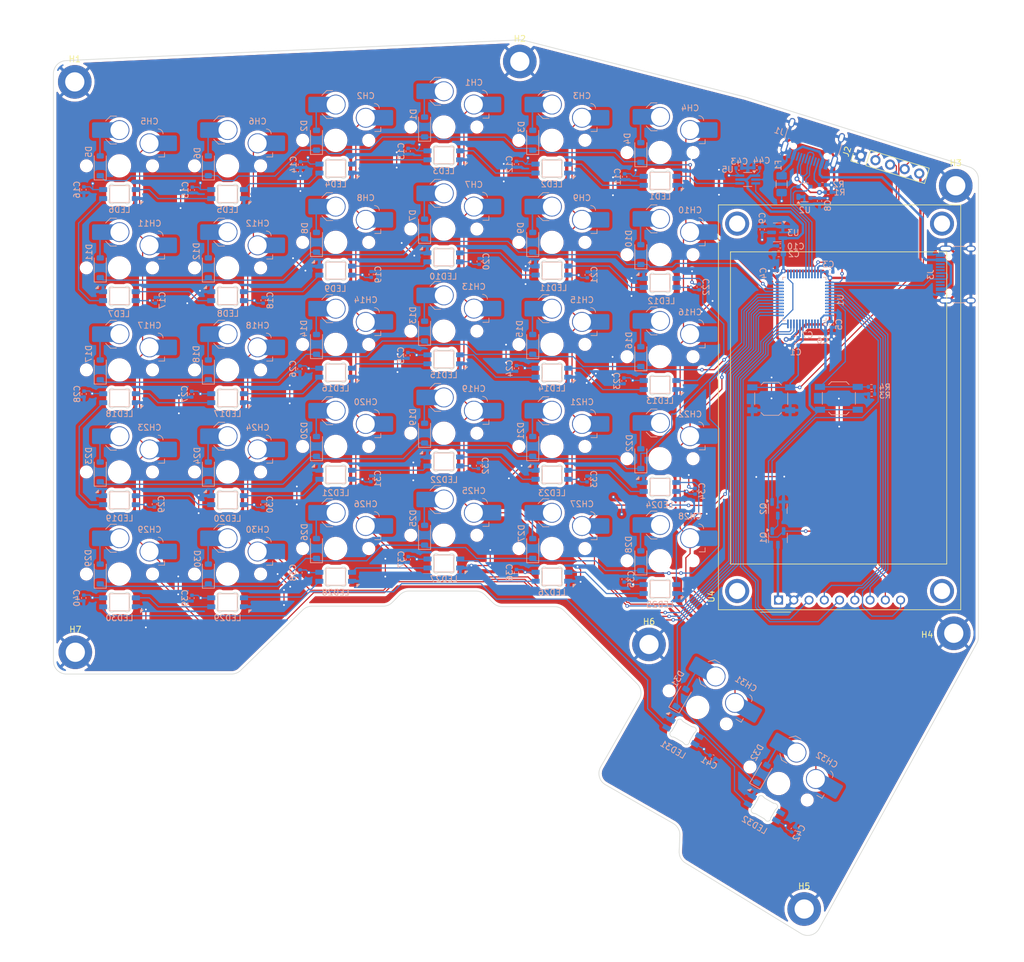
<source format=kicad_pcb>
(kicad_pcb (version 20240108) (generator "pcbnew") (generator_version "8.0")
  (layers (0 "F.Cu" signal) (31 "B.Cu" signal) (34 "B.Paste" user) (35 "F.Paste" user) (36 "B.SilkS" user "B.Silkscreen") (37 "F.SilkS" user "F.Silkscreen") (38 "B.Mask" user) (39 "F.Mask" user) (44 "Edge.Cuts" user))
  (net 0 "")
  (net 1 "BOOT0")
  (net 2 "+3V3")
  (net 3 "NRST")
  (net 4 "GND")
  (net 5 "+5V")
  (net 6 "col3")
  (net 7 "Net-(D1-A)")
  (net 8 "Net-(D2-A)")
  (net 9 "col2")
  (net 10 "col4")
  (net 11 "Net-(D3-A)")
  (net 12 "col5")
  (net 13 "Net-(D4-A)")
  (net 14 "Net-(D5-A)")
  (net 15 "col0")
  (net 16 "col1")
  (net 17 "Net-(D6-A)")
  (net 18 "Net-(D7-A)")
  (net 19 "Net-(D8-A)")
  (net 20 "Net-(D9-A)")
  (net 21 "Net-(D10-A)")
  (net 22 "Net-(D11-A)")
  (net 23 "Net-(D12-A)")
  (net 24 "Net-(D13-A)")
  (net 25 "Net-(D14-A)")
  (net 26 "Net-(D15-A)")
  (net 27 "Net-(D16-A)")
  (net 28 "Net-(D17-A)")
  (net 29 "Net-(D18-A)")
  (net 30 "Net-(D19-A)")
  (net 31 "Net-(D20-A)")
  (net 32 "Net-(D21-A)")
  (net 33 "Net-(D22-A)")
  (net 34 "Net-(D23-A)")
  (net 35 "Net-(D24-A)")
  (net 36 "Net-(D25-A)")
  (net 37 "Net-(D26-A)")
  (net 38 "Net-(D27-A)")
  (net 39 "Net-(D28-A)")
  (net 40 "Net-(D29-A)")
  (net 41 "Net-(D30-A)")
  (net 42 "Net-(D31-A)")
  (net 43 "Net-(D32-A)")
  (net 44 "row0")
  (net 45 "row1")
  (net 46 "row2")
  (net 47 "row3")
  (net 48 "row4")
  (net 49 "row5")
  (net 50 "VBUS")
  (net 51 "D-")
  (net 52 "Net-(J1-CC2)")
  (net 53 "D+")
  (net 54 "Net-(J1-CC1)")
  (net 57 "Net-(R3-Pad2)")
  (net 58 "LCD_PWR")
  (net 59 "Net-(Q1-G)")
  (net 60 "LCD_EN")
  (net 61 "/F1")
  (net 62 "/C13")
  (net 63 "/C14")
  (net 64 "/A8")
  (net 65 "/B13")
  (net 66 "LCD_SCK")
  (net 67 "/C15")
  (net 68 "LCD_DC")
  (net 70 "LCD_MISO")
  (net 71 "/F0")
  (net 72 "SplitSerial")
  (net 73 "/A9")
  (net 74 "/B15")
  (net 75 "/B14")
  (net 76 "SWCLK")
  (net 77 "SWD")
  (net 78 "LCD_MOSI")
  (net 79 "RGB5v")
  (net 80 "Net-(LED1-DOUT)")
  (net 81 "Net-(LED2-DOUT)")
  (net 82 "Net-(LED3-DOUT)")
  (net 83 "Net-(LED4-DOUT)")
  (net 84 "Net-(LED5-DOUT)")
  (net 85 "DOut1")
  (net 86 "Net-(LED7-DOUT)")
  (net 87 "Net-(LED8-DOUT)")
  (net 88 "Net-(LED10-DIN)")
  (net 89 "Net-(LED10-DOUT)")
  (net 90 "Net-(LED11-DOUT)")
  (net 91 "DOut2")
  (net 92 "Net-(LED13-DOUT)")
  (net 93 "Net-(LED14-DOUT)")
  (net 94 "Net-(LED15-DOUT)")
  (net 95 "Net-(LED16-DOUT)")
  (net 96 "Net-(LED17-DOUT)")
  (net 97 "DOut3")
  (net 98 "Net-(LED19-DOUT)")
  (net 99 "Net-(LED20-DOUT)")
  (net 100 "Net-(LED21-DOUT)")
  (net 101 "Net-(LED22-DOUT)")
  (net 102 "Net-(LED23-DOUT)")
  (net 103 "DOut4")
  (net 104 "Net-(LED25-DOUT)")
  (net 105 "Net-(LED26-DOUT)")
  (net 106 "Net-(LED27-DOUT)")
  (net 107 "Net-(LED28-DOUT)")
  (net 108 "Net-(LED29-DOUT)")
  (net 109 "DOut5")
  (net 110 "Net-(LED31-DOUT)")
  (net 112 "SDA")
  (net 113 "RGB3.3")
  (net 114 "SCL")
  (net 120 "LCD_CS")
  (net 121 "LCD_RST")
  (footprint "MountingHole:MountingHole_3.2mm_M3_DIN965_Pad" (layer "F.Cu") (at 185.49 49.23)
    (property "Reference" "H3")
    (property "Value" "MountingHole_Pad")
  )
  (footprint "MountingHole:MountingHole_3.2mm_M3_DIN965_Pad" (layer "F.Cu") (at 38.82 31.93)
    (property "Reference" "H1")
    (property "Value" "MountingHole_Pad")
  )
  (footprint "MountingHole:MountingHole_3.2mm_M3_DIN965_Pad" (layer "F.Cu") (at 134.42 125.64)
    (property "Reference" "H6")
    (property "Value" "MountingHole_Pad")
  )
  (footprint "MountingHole:MountingHole_3.2mm_M3_DIN965_Pad" (layer "F.Cu") (at 38.91 126.94)
    (property "Reference" "H7")
    (property "Value" "MountingHole_Pad")
  )
  (footprint "MountingHole:MountingHole_3.2mm_M3_DIN965_Pad" (layer "F.Cu") (at 112.91 28.53)
    (property "Reference" "H2")
    (property "Value" "MountingHole_Pad")
  )
  (footprint "Display:CR2013-MI2120" (layer "F.Cu") (at 155.990001 118.24 90)
    (property "Reference" "U4")
    (property "Value" "CR2013-MI2120")
  )
  (footprint "MountingHole:MountingHole_3.2mm_M3_DIN965_Pad" (layer "F.Cu") (at 185.16 123.78)
    (property "Reference" "H4")
    (property "Value" "MountingHole_Pad")
  )
  (footprint "Connector_PinHeader_2.54mm:PinHeader_1x05_P2.54mm_Vertical" (layer "F.Cu") (at 169.7 44.23 73)
    (property "Reference" "J2")
    (property "Value" "Conn_01x05")
  )
  (footprint "MountingHole:MountingHole_3.2mm_M3_DIN965_Pad" (layer "F.Cu") (at 160.26 169.71)
    (property "Reference" "H5")
    (property "Value" "MountingHole_Pad")
  )
  (footprint "Capacitor_SMD:C_0402_1005Metric" (layer "B.Cu") (at 130.25 81.73 -90)
    (property "Reference" "C23")
    (property "Value" "0.1uF")
  )
  (footprint "Diode_SMD:D_SOD-123" (layer "B.Cu") (at 43.06 62.90663 90)
    (property "Reference" "D11")
    (property "Value" "D")
  )
  (footprint "Capacitor_SMD:C_0402_1005Metric" (layer "B.Cu") (at 158.786577 75.816577 180)
    (property "Reference" "C1")
    (property "Value" "100nF")
  )
  (footprint "PCM_marbastlib-choc:LED_choc_6028R" (layer "B.Cu") (at 118.26 114.36)
    (property "Reference" "LED26")
    (property "Value" "choc_SK6812MINI-E")
    (fp_line (start -1.699999 -0.702843) (end -1.699999 0.702841) (stroke (width 0.1)) (layer "Edge.Cuts"))
    (fp_line (start -0.794452 1.499999) (end 0.794452 1.499999) (stroke (width 0.1)) (layer "Edge.Cuts"))
    (fp_line (start 0.794453 -1.5) (end -0.794452 -1.5) (stroke (width 0.1)) (layer "Edge.Cuts"))
    (fp_line (start 1.699999 0.702841) (end 1.699999 -0.702843) (stroke (width 0.1)) (layer "Edge.Cuts"))
    (fp_arc (start -1.749484 -0.919721) (mid -1.712527 -0.814069) (end -1.699999 -0.702843) (stroke (width 0.1)) (layer "Edge.Cuts"))
    (fp_arc (start -1.749484 -0.919721) (mid -1.638071 -1.504036) (end -1.046711 -1.5683) (stroke (width 0.1)) (layer "Edge.Cuts"))
    (fp_arc (start -1.699999 0.702842) (mid -1.712527 0.814067) (end -1.749484 0.919719) (stroke (width 0.1)) (layer "Edge.Cuts"))
    (fp_arc (start -1.046711 1.568296) (mid -1.63807 1.504033) (end -1.749484 0.919719) (stroke (width 0.1)) (layer "Edge.Cuts"))
    (fp_arc (start -1.04671 1.568298) (mid -0.925122 1.517376) (end -0.794452 1.499999) (stroke (width 0.1)) (layer "Edge.Cuts"))
    (fp_arc (start -0.794453 -1.500001) (mid -0.925123 -1.517378) (end -1.046711 -1.5683) (stroke (width 0.1)) (layer "Edge.Cuts"))
    (fp_arc (start 0.794452 1.499999) (mid 0.925123 1.517376) (end 1.046711 1.568298) (stroke (width 0.1)) (layer "Edge.Cuts"))
    (fp_arc (start 1.046711 -1.568299) (mid 0.925123 -1.517377) (end 0.794453 -1.5) (stroke (width 0.1)) (layer "Edge.Cuts"))
    (fp_arc (start 1.046711 -1.568299) (mid 1.638071 -1.504036) (end 1.749484 -0.919721) (stroke (width 0.1)) (layer "Edge.Cuts"))
    (fp_arc (start 1.699999 -0.702844) (mid 1.712538 -0.814067) (end 1.749484 -0.919721) (stroke (width 0.1)) (layer "Edge.Cuts"))
    (fp_arc (start 1.749484 0.919718) (mid 1.638073 1.504037) (end 1.046711 1.568298) (stroke (width 0.1)) (layer "Edge.Cuts"))
    (fp_arc (start 1.749484 0.919719) (mid 1.712541 0.814065) (end 1.699999 0.702841) (stroke (width 0.1)) (layer "Edge.Cuts"))
  )
  (footprint "Capacitor_SMD:C_0402_1005Metric" (layer "B.Cu") (at 164.55 63.58)
    (property "Reference" "C3")
    (property "Value" "100nF")
  )
  (footprint "Capacitor_SMD:C_0402_1005Metric" (layer "B.Cu") (at 52.08 102.27 90)
    (property "Reference" "C29")
    (property "Value" "0.1uF")
  )
  (footprint "Diode_SMD:D_SOD-123" (layer "B.Cu") (at 133.06 43.69663 90)
    (property "Reference" "D4")
    (property "Value" "D")
  )
  (footprint "Capacitor_SMD:C_0402_1005Metric" (layer "B.Cu") (at 58.39 49.94 -90)
    (property "Reference" "C15")
    (property "Value" "0.1uF")
  )
  (footprint "Package_TO_SOT_SMD:SOT-23-3" (layer "B.Cu") (at 155.885 107.8925 -90)
    (property "Reference" "Q1")
    (property "Value" "AO3401A")
  )
  (footprint "Diode_SMD:D_SOD-123" (layer "B.Cu") (at 97.06 56.44663 90)
    (property "Reference" "D7")
    (property "Value" "D")
  )
  (footprint "PCM_marbastlib-choc:SW_choc_v1_HS_CPG135001S30_1u" (layer "B.Cu") (at 100.26 107.44663)
    (property "Reference" "CH25")
    (property "Value" "choc_v1_SW_HS")
  )
  (footprint "Button_Switch_SMD:SW_SPST_TL3342" (layer "B.Cu") (at 154.77 84.72 180)
    (property "Reference" "RST1" (hide yes))
    (property "Value" "SW_SPST")
  )
  (footprint "Capacitor_SMD:C_0402_1005Metric" (layer "B.Cu") (at 112.36 113.63 -90)
    (property "Reference" "C36")
    (property "Value" "0.1uF")
  )
  (footprint "Capacitor_SMD:C_0402_1005Metric" (layer "B.Cu") (at 152.37 46.24)
    (property "Reference" "C43")
    (property "Value" "0.1uF")
  )
  (footprint "PCM_marbastlib-choc:SW_choc_v1_HS_CPG135001S30_1u" (layer "B.Cu") (at 46.26 79.90663)
    (property "Reference" "CH17")
    (property "Value" "choc_v1_SW_HS")
  )
  (footprint "PCM_marbastlib-choc:LED_choc_6028R" (layer "B.Cu") (at 140.094919 140.212981 150)
    (property "Reference" "LED31")
    (property "Value" "choc_SK6812MINI-E")
    (fp_line (start 0.794452 -1.5) (end -0.794452 -1.5) (stroke (width 0.1)) (layer "Edge.Cuts"))
    (fp_line (start 1.699999 0.702841) (end 1.699999 -0.702843) (stroke (width 0.1)) (layer "Edge.Cuts"))
    (fp_line (start -1.699999 -0.702843) (end -1.699999 0.702841) (stroke (width 0.1)) (layer "Edge.Cuts"))
    (fp_line (start -0.794452 1.499999) (end 0.794452 1.499999) (stroke (width 0.1)) (layer "Edge.Cuts"))
    (fp_arc (start 1.699999 -0.702844) (mid 1.712536 -0.814067) (end 1.749484 -0.919721) (stroke (width 0.1)) (layer "Edge.Cuts"))
    (fp_arc (start 1.046711 -1.568299) (mid 1.638071 -1.504036) (end 1.749484 -0.919721) (stroke (width 0.1)) (layer "Edge.Cuts"))
    (fp_arc (start 1.046711 -1.568299) (mid 0.925123 -1.517376) (end 0.794452 -1.5) (stroke (width 0.1)) (layer "Edge.Cuts"))
    (fp_arc (start 1.749484 0.919718) (mid 1.638073 1.504037) (end 1.046711 1.568298) (stroke (width 0.1)) (layer "Edge.Cuts"))
    (fp_arc (start 1.749484 0.919719) (mid 1.712511 0.81407) (end 1.699999 0.702841) (stroke (width 0.1)) (layer "Edge.Cuts"))
    (fp_arc (start -0.794453 -1.500001) (mid -0.925123 -1.517378) (end -1.046711 -1.5683) (stroke (width 0.1)) (layer "Edge.Cuts"))
    (fp_arc (start 0.794452 1.499999) (mid 0.925123 1.517374) (end 1.046711 1.568298) (stroke (width 0.1)) (layer "Edge.Cuts"))
    (fp_arc (start -1.749484 -0.919721) (mid -1.63807 -1.504035) (end -1.046711 -1.5683) (stroke (width 0.1)) (layer "Edge.Cuts"))
    (fp_arc (start -1.749484 -0.919721) (mid -1.712527 -0.814069) (end -1.699999 -0.702843) (stroke (width 0.1)) (layer "Edge.Cuts"))
    (fp_arc (start -1.04671 1.568298) (mid -0.925122 1.517376) (end -0.794452 1.499999) (stroke (width 0.1)) (layer "Edge.Cuts"))
    (fp_arc (start -1.046711 1.568296) (mid -1.638071 1.504032) (end -1.749484 0.919719) (stroke (width 0.1)) (layer "Edge.Cuts"))
    (fp_arc (start -1.699998 0.702842) (mid -1.712526 0.814067) (end -1.749484 0.919719) (stroke (width 0.1)) (layer "Edge.Cuts"))
  )
  (footprint "PCM_marbastlib-choc:SW_choc_v1_HS_CPG135001S30_1u" (layer "B.Cu") (at 118.26 41.65663)
    (property "Reference" "CH3")
    (property "Value" "choc_v1_SW_HS")
  )
  (footprint "Capacitor_SMD:C_0402_1005Metric" (layer "B.Cu") (at 162.81 51.7725 -90)
    (property "Reference" "C8")
    (property "Value" "100nF")
  )
  (footprint "Capacitor_SMD:C_0402_1005Metric" (layer "B.Cu") (at 142.09 100.12 90)
    (property "Reference" "C34")
    (property "Value" "0.1uF")
  )
  (footprint "PCM_marbastlib-choc:SW_choc_v1_HS_CPG135001S30_1.75u" (layer "B.Cu") (at 155.999415 148.80119 -30)
    (property "Reference" "CH32")
    (property "Value" "choc_v1_SW_HS")
  )
  (footprint "PCM_marbastlib-choc:SW_choc_v1_HS_CPG135001S30_1u" (layer "B.Cu") (at 100.26 56.44663)
    (property "Reference" "CH7")
    (property "Value" "choc_v1_SW_HS")
  )
  (footprint "Capacitor_SMD:C_0402_1005Metric" (layer "B.Cu") (at 164.3 73.83)
    (property "Reference" "C6")
    (property "Value" "100nF")
  )
  (footprint "PCM_marbastlib-choc:SW_choc_v1_HS_CPG135001S30_1u" (layer "B.Cu") (at 64.26 96.90663)
    (property "Reference" "CH24")
    (property "Value" "choc_v1_SW_HS")
  )
  (footprint "Diode_SMD:D_SOD-123" (layer "B.Cu") (at 153.228134 147.201191 60)
    (property "Reference" "D32")
    (property "Value" "D")
  )
  (footprint "PCM_marbastlib-choc:LED_choc_6028R" (layer "B.Cu") (at 82.265 97.37 180)
    (property "Reference" "LED21")
    (property "Value" "choc_SK6812MINI-E")
    (fp_line (start 1.699999 0.702841) (end 1.699999 -0.702843) (stroke (width 0.1)) (layer "Edge.Cuts"))
    (fp_line (start 0.794453 -1.5) (end -0.794452 -1.5) (stroke (width 0.1)) (layer "Edge.Cuts"))
    (fp_line (start -0.794452 1.499999) (end 0.794452 1.499999) (stroke (width 0.1)) (layer "Edge.Cuts"))
    (fp_line (start -1.699999 -0.702843) (end -1.699999 0.702841) (stroke (width 0.1)) (layer "Edge.Cuts"))
    (fp_arc (start 1.749484 0.919719) (mid 1.712541 0.814065) (end 1.699999 0.702841) (stroke (width 0.1)) (layer "Edge.Cuts"))
    (fp_arc (start 1.749484 0.919718) (mid 1.638073 1.504037) (end 1.046711 1.568298) (stroke (width 0.1)) (layer "Edge.Cuts"))
    (fp_arc (start 1.699999 -0.702844) (mid 1.712538 -0.814067) (end 1.749484 -0.919721) (stroke (width 0.1)) (layer "Edge.Cuts"))
    (fp_arc (start 1.046711 -1.568299) (mid 1.638071 -1.504036) (end 1.749484 -0.919721) (stroke (width 0.1)) (layer "Edge.Cuts"))
    (fp_arc (start 1.046711 -1.568299) (mid 0.925123 -1.517377) (end 0.794453 -1.5) (stroke (width 0.1)) (layer "Edge.Cuts"))
    (fp_arc (start 0.794452 1.499999) (mid 0.925123 1.517376) (end 1.046711 1.568298) (stroke (width 0.1)) (layer "Edge.Cuts"))
    (fp_arc (start -0.794453 -1.500001) (mid -0.925123 -1.517378) (end -1.046711 -1.5683) (stroke (width 0.1)) (layer "Edge.Cuts"))
    (fp_arc (start -1.04671 1.568298) (mid -0.925122 1.517376) (end -0.794452 1.499999) (stroke (width 0.1)) (layer "Edge.Cuts"))
    (fp_arc (start -1.046711 1.568296) (mid -1.63807 1.504033) (end -1.749484 0.919719) (stroke (width 0.1)) (layer "Edge.Cuts"))
    (fp_arc (start -1.699999 0.702842) (mid -1.712527 0.814067) (end -1.749484 0.919719) (stroke (width 0.1)) (layer "Edge.Cuts"))
    (fp_arc (start -1.749484 -0.919721) (mid -1.638071 -1.504036) (end -1.046711 -1.5683) (stroke (width 0.1)) (layer "Edge.Cuts"))
    (fp_arc (start -1.749484 -0.919721) (mid -1.712527 -0.814069) (end -1.699999 -0.702843) (stroke (width 0.1)) (layer "Edge.Cuts"))
  )
  (footprint "PCM_marbastlib-choc:SW_choc_v1_HS_CPG135001S30_1u" (layer "B.Cu") (at 82.26 92.65663)
    (property "Reference" "CH20")
    (property "Value" "choc_v1_SW_HS")
  )
  (footprint "Resistor_SMD:R_0402_1005Metric" (layer "B.Cu") (at 163.3 49.08)
    (property "Reference" "R2")
    (property "Value" "5.1k")
  )
  (footprint "PCM_marbastlib-choc:SW_choc_v1_HS_CPG135001S30_1u" (layer "B.Cu") (at 136.26 43.69663)
    (property "Reference" "CH4")
    (property "Value" "choc_v1_SW_HS")
  )
  (footprint "Diode_SMD:D_SOD-123" (layer "B.Cu") (at 139.764676 134.520583 60)
    (property "Reference" "D31")
    (property "Value" "D")
  )
  (footprint "Diode_SMD:D_SOD-123" (layer "B.Cu") (at 43.06 45.90663 90)
    (property "Reference" "D5")
    (property "Value" "D")
  )
  (footprint "Diode_SMD:D_SOD-123" (layer "B.Cu") (at 61.06 113.90663 90)
    (property "Reference" "D30")
    (property "Value" "D")
  )
  (footprint "Capacitor_SMD:C_0402_1005Metric" (layer "B.Cu") (at 70.18 68.32 90)
    (property "Reference" "C18")
    (property "Value" "0.1uF")
  )
  (footprint "Capacitor_SMD:C_0402_1005Metric" (layer "B.Cu") (at 112.36 79.65 -90)
    (property "Reference" "C24")
    (property "Value" "0.1uF")
  )
  (footprint "Diode_SMD:D_SOD-123" (layer "B.Cu") (at 115.06 109.65663 90)
    (property "Reference" "D27")
    (property "Value" "D")
  )
  (footprint "Button_Switch_SMD:SW_SPST_TL3342" (layer "B.Cu") (at 166.03 84.64)
    (property "Reference" "BOOT1" (hide yes))
    (property "Value" "SW_SPST")
  )
  (footprint "Diode_SMD:D_SOD-123" (layer "B.Cu") (at 133.06 94.69663 90)
    (property "Reference" "D22")
    (property "Value" "D")
  )
  (footprint "PCM_marbastlib-choc:SW_choc_v1_HS_CPG135001S30_1u" (layer "B.Cu") (at 118.26 109.65663)
    (property "Reference" "CH27")
    (property "Value" "choc_v1_SW_HS")
  )
  (footprint "PCM_marbastlib-choc:SW_choc_v1_HS_CPG135001S30_1u" (layer "B.Cu") (at 82.26 75.65663)
    (property "Reference" "CH14")
    (property "Value" "choc_v1_SW_HS")
  )
  (footprint "PCM_marbastlib-choc:LED_choc_6028R" (layer "B.Cu") (at 136.25 116.41)
    (property "Reference" "LED25")
    (property "Value" "choc_SK6812MINI-E")
    (fp_line (start -1.699999 -0.702843) (end -1.699999 0.702841) (stroke (width 0.1)) (layer "Edge.Cuts"))
    (fp_line (start -0.794452 1.499999) (end 0.794452 1.499999) (stroke (width 0.1)) (layer "Edge.Cuts"))
    (fp_line (start 0.794453 -1.5) (end -0.794452 -1.5) (stroke (width 0.1)) (layer "Edge.Cuts"))
    (fp_line (start 1.699999 0.702841) (end 1.699999 -0.702843) (stroke (width 0.1)) (layer "Edge.Cuts"))
    (fp_arc (start -1.749484 -0.919721) (mid -1.712527 -0.814069) (end -1.699999 -0.702843) (stroke (width 0.1)) (layer "Edge.Cuts"))
    (fp_arc (start -1.749484 -0.919721) (mid -1.638071 -1.504036) (end -1.046711 -1.5683) (stroke (width 0.1)) (layer "Edge.Cuts"))
    (fp_arc (start -1.699999 0.702842) (mid -1.712527 0.814067) (end -1.749484 0.919719) (stroke (width 0.1)) (layer "Edge.Cuts"))
    (fp_arc (start -1.046711 1.568296) (mid -1.63807 1.504033) (end -1.749484 0.919719) (stroke (width 0.1)) (layer "Edge.Cuts"))
    (fp_arc (start -1.04671 1.568298) (mid -0.925122 1.517376) (end -0.794452 1.499999) (stroke (width 0.1)) (layer "Edge.Cuts"))
    (fp_arc (start -0.794453 -1.500001) (mid -0.925123 -1.517378) (end -1.046711 -1.5683) (stroke (width 0.1)) (layer "Edge.Cuts"))
    (fp_arc (start 0.794452 1.499999) (mid 0.925123 1.517376) (end 1.046711 1.568298) (stroke (width 0.1)) (layer "Edge.Cuts"))
    (fp_arc (start 1.046711 -1.568299) (mid 0.925123 -1.517377) (end 0.794453 -1.5) (stroke (width 0.1)) (layer "Edge.Cuts"))
    (fp_arc (start 1.046711 -1.568299) (mid 1.638071 -1.504036) (end 1.749484 -0.919721) (stroke (width 0.1)) (layer "Edge.Cuts"))
    (fp_arc (start 1.699999 -0.702844) (mid 1.712538 -0.814067) (end 1.749484 -0.919721) (stroke (width 0.1)) (layer "Edge.Cuts"))
    (fp_arc (start 1.749484 0.919718) (mid 1.638073 1.504037) (end 1.046711 1.568298) (stroke (width 0.1)) (layer "Edge.Cuts"))
    (fp_arc (start 1.749484 0.919719) (mid 1.712541 0.814065) (end 1.699999 0.702841) (stroke (width 0.1)) (layer "Edge.Cuts"))
  )
  (footprint "Capacitor_SMD:C_0402_1005Metric" (layer "B.Cu") (at 156.285 59.24 180)
    (property "Reference" "C10")
    (property "Value" "1uF")
  )
  (footprint "Capacitor_SMD:C_0402_1005Metric" (layer "B.Cu") (at 76.31 113.68 -90)
    (property "Reference" "C38")
    (property "Value" "0.1uF")
  )
  (footprint "Diode_SMD:D_SOD-123" (layer "B.Cu") (at 43.06 79.90663 90)
    (property "Reference" "D17")
    (property "Value" "D")
  )
  (footprint "PCM_marbastlib-choc:SW_choc_v1_HS_CPG135001S30_1u" (layer "B.Cu") (at 46.26 62.90663)
    (property "Reference" "CH11")
    (property "Value" "choc_v1_SW_HS")
  )
  (footprint "Diode_SMD:D_SOD-123" (layer "B.Cu") (at 43.06 96.90663 90)
    (property "Reference" "D23")
    (property "Value" "D")
  )
  (footprint "Capacitor_SMD:C_0402_1005Metric" (layer "B.Cu") (at 58.33 117.93 -90)
    (property "Reference" "C39")
    (property "Value" "0.1uF")
  )
  (footprint "Diode_SMD:D_SOD-123" (layer "B.Cu") (at 61.06 96.90663 90)
    (property "Reference" "D24")
    (property "Value" "D")
  )
  (footprint "PCM_marbastlib-choc:SW_choc_v1_HS_CPG135001S30_1u" (layer "B.Cu") (at 46.26 113.90663)
    (property "Reference" "CH29")
    (property "Value" "choc_v1_SW_HS")
  )
  (footprint "PCM_marbastlib-choc:SW_choc_v1_HS_CPG135001S30_1u" (layer "B.Cu") (at 136.26 111.69663)
    (property "Reference" "CH28")
    (property "Value" "choc_v1_SW_HS")
  )
  (footprint "Capacitor_SMD:C_0402_1005Metric" (layer "B.Cu") (at 149.39 46.28)
    (property "Reference" "C44")
    (property "Value" "0.1uF")
  )
  (footprint "Diode_SMD:D_SOD-123" (layer "B.Cu") (at 115.06 92.65663 90)
    (property "Reference" "D21")
    (property "Value" "D")
  )
  (footprint "Fuse:Fuse_1206_3216Metric" (layer "B.Cu") (at 156.5 48.97 -90)
    (property "Reference" "F1")
    (property "Value" "500mA")
  )
  (footprint "PCM_marbastlib-choc:LED_choc_6028R" (layer "B.Cu") (at 100.25 95.16 180)
    (property "Reference" "LED22")
    (property "Value" "choc_SK6812MINI-E")
    (fp_line (start 1.699999 0.702841) (end 1.699999 -0.702843) (stroke (width 0.1)) (layer "Edge.Cuts"))
    (fp_line (start 0.794453 -1.5) (end -0.794452 -1.5) (stroke (width 0.1)) (layer "Edge.Cuts"))
    (fp_line (start -0.794452 1.499999) (end 0.794452 1.499999) (stroke (width 0.1)) (layer "Edge.Cuts"))
    (fp_line (start -1.699999 -0.702843) (end -1.699999 0.702841) (stroke (width 0.1)) (layer "Edge.Cuts"))
    (fp_arc (start 1.749484 0.919719) (mid 1.712541 0.814065) (end 1.699999 0.702841) (stroke (width 0.1)) (layer "Edge.Cuts"))
    (fp_arc (start 1.749484 0.919718) (mid 1.638073 1.504037) (end 1.046711 1.568298) (stroke (width 0.1)) (layer "Edge.Cuts"))
    (fp_arc (start 1.699999 -0.702844) (mid 1.712538 -0.814067) (end 1.749484 -0.919721) (stroke (width 0.1)) (layer "Edge.Cuts"))
    (fp_arc (start 1.046711 -1.568299) (mid 1.638071 -1.504036) (end 1.749484 -0.919721) (stroke (width 0.1)) (layer "Edge.Cuts"))
    (fp_arc (start 1.046711 -1.568299) (mid 0.925123 -1.517377) (end 0.794453 -1.5) (stroke (width 0.1)) (layer "Edge.Cuts"))
    (fp_arc (start 0.794452 1.499999) (mid 0.925123 1.517376) (end 1.046711 1.568298) (stroke (width 0.1)) (layer "Edge.Cuts"))
    (fp_arc (start -0.794453 -1.500001) (mid -0.925123 -1.517378) (end -1.046711 -1.5683) (stroke (width 0.1)) (layer "Edge.Cuts"))
    (fp_arc (start -1.04671 1.568298) (mid -0.925122 1.517376) (end -0.794452 1.499999) (stroke (width 0.1)) (layer "Edge.Cuts"))
    (fp_arc (start -1.046711 1.568296) (mid -1.63807 1.504033) (end -1.749484 0.919719) (stroke (width 0.1)) (layer "Edge.Cuts"))
    (fp_arc (start -1.699999 0.702842) (mid -1.712527 0.814067) (end -1.749484 0.919719) (stroke (width 0.1)) (layer "Edge.Cuts"))
    (fp_arc (start -1.749484 -0.919721) (mid -1.638071 -1.504036) (end -1.046711 -1.5683) (stroke (width 0.1)) (layer "Edge.Cuts"))
    (fp_arc (start -1.749484 -0.919721) (mid -1.712527 -0.814069) (end -1.699999 -0.702843) (stroke (width 0.1)) (layer "Edge.Cuts"))
  )
  (footprint "Capacitor_SMD:C_0402_1005Metric" (layer "B.Cu") (at 164.8 72.33 -90)
    (property "Reference" "C5")
    (property "Value" "100nF")
  )
  (footprint "PCM_marbastlib-choc:LED_choc_6028R" (layer "B.Cu") (at 64.255 101.61 180)
    (property "Reference" "LED20")
    (property "Value" "choc_SK6812MINI-E")
    (fp_line (start 1.699999 0.702841) (end 1.699999 -0.702843) (stroke (width 0.1)) (layer "Edge.Cuts"))
    (fp_line (start 0.794453 -1.5) (end -0.794452 -1.5) (stroke (width 0.1)) (layer "Edge.Cuts"))
    (fp_line (start -0.794452 1.499999) (end 0.794452 1.499999) (stroke (width 0.1)) (layer "Edge.Cuts"))
    (fp_line (start -1.699999 -0.702843) (end -1.699999 0.702841) (stroke (width 0.1)) (layer "Edge.Cuts"))
    (fp_arc (start 1.749484 0.919719) (mid 1.712541 0.814065) (end 1.699999 0.702841) (stroke (width 0.1)) (layer "Edge.Cuts"))
    (fp_arc (start 1.749484 0.919718) (mid 1.638073 1.504037) (end 1.046711 1.568298) (stroke (width 0.1)) (layer "Edge.Cuts"))
    (fp_arc (start 1.699999 -0.702844) (mid 1.712538 -0.814067) (end 1.749484 -0.919721) (stroke (width 0.1)) (layer "Edge.Cuts"))
    (fp_arc (start 1.046711 -1.568299) (mid 1.638071 -1.504036) (end 1.749484 -0.919721) (stroke (width 0.1)) (layer "Edge.Cuts"))
    (fp_arc (start 1.046711 -1.568299) (mid 0.925123 -1.517377) (end 0.794453 -1.5) (stroke (width 0.1)) (layer "Edge.Cuts"))
    (fp_arc (start 0.794452 1.499999) (mid 0.925123 1.517376) (end 1.046711 1.568298) (stroke (width 0.1)) (layer "Edge.Cuts"))
    (fp_arc (start -0.794453 -1.500001) (mid -0.925123 -1.517378) (end -1.046711 -1.5683) (stroke (width 0.1)) (layer "Edge.Cuts"))
    (fp_arc (start -1.04671 1.568298) (mid -0.925122 1.517376) (end -0.794452 1.499999) (stroke (width 0.1)) (layer "Edge.Cuts"))
    (fp_arc (start -1.046711 1.568296) (mid -1.63807 1.504033) (end -1.749484 0.919719) (stroke (width 0.1)) (layer "Edge.Cuts"))
    (fp_arc (start -1.699999 0.702842) (mid -1.712527 0.814067) (end -1.749484 0.919719) (stroke (width 0.1)) (layer "Edge.Cuts"))
    (fp_arc (start -1.749484 -0.919721) (mid -1.638071 -1.504036) (end -1.046711 -1.5683) (stroke (width 0.1)) (layer "Edge.Cuts"))
    (fp_arc (start -1.749484 -0.919721) (mid -1.712527 -0.814069) (end -1.699999 -0.702843) (stroke (width 0.1)) (layer "Edge.Cuts"))
  )
  (footprint "PCM_marbastlib-choc:LED_choc_6028R" (layer "B.Cu") (at 82.255 114.37)
    (property "Reference" "LED28")
    (property "Value" "choc_SK6812MINI-E")
    (fp_line (start -1.699999 -0.702843) (end -1.699999 0.702841) (stroke (width 0.1)) (layer "Edge.Cuts"))
    (fp_line (start -0.794452 1.499999) (end 0.794452 1.499999) (stroke (width 0.1)) (layer "Edge.Cuts"))
    (fp_line (start 0.794453 -1.5) (end -0.794452 -1.5) (stroke (width 0.1)) (layer "Edge.Cuts"))
    (fp_line (start 1.699999 0.702841) (end 1.699999 -0.702843) (stroke (width 0.1)) (layer "Edge.Cuts"))
    (fp_arc (start -1.749484 -0.919721) (mid -1.712527 -0.814069) (end -1.699999 -0.702843) (stroke (width 0.1)) (layer "Edge.Cuts"))
    (fp_arc (start -1.749484 -0.919721) (mid -1.638071 -1.504036) (end -1.046711 -1.5683) (stroke (width 0.1)) (layer "Edge.Cuts"))
    (fp_arc (start -1.699999 0.702842) (mid -1.712527 0.814067) (end -1.749484 0.919719) (stroke (width 0.1)) (layer "Edge.Cuts"))
    (fp_arc (start -1.046711 1.568296) (mid -1.63807 1.504033) (end -1.749484 0.919719) (stroke (width 0.1)) (layer "Edge.Cuts"))
    (fp_arc (start -1.04671 1.568298) (mid -0.925122 1.517376) (end -0.794452 1.499999) (stroke (width 0.1)) (layer "Edge.Cuts"))
    (fp_arc (start -0.794453 -1.500001) (mid -0.925123 -1.517378) (end -1.046711 -1.5683) (stroke (width 0.1)) (layer "Edge.Cuts"))
    (fp_arc (start 0.794452 1.499999) (mid 0.925123 1.517376) (end 1.046711 1.568298) (stroke (width 0.1)) (layer "Edge.Cuts"))
    (fp_arc (start 1.046711 -1.568299) (mid 0.925123 -1.517377) (end 0.794453 -1.5) (stroke (width 0.1)) (layer "Edge.Cuts"))
    (fp_arc (start 1.046711 -1.568299) (mid 1.638071 -1.504036) (end 1.749484 -0.919721) (stroke (width 0.1)) (layer "Edge.Cuts"))
    (fp_arc (start 1.699999 -0.702844) (mid 1.712538 -0.814067) (end 1.749484 -0.919721) (stroke (width 0.1)) (layer "Edge.Cuts"))
    (fp_arc (start 1.749484 0.919718) (mid 1.638073 1.504037) (end 1.046711 1.568298) (stroke (width 0.1)) (layer "Edge.Cuts"))
    (fp_arc (start 1.749484 0.919719) (mid 1.712541 0.814065) (end 1.699999 0.702841) (stroke (width 0.1)) (layer "Edge.Cuts"))
  )
  (footprint "PCM_marbastlib-choc:SW_choc_v1_HS_CPG135001S30_1u" (layer "B.Cu") (at 118.26 92.65663)
    (property "Reference" "CH21")
    (property "Value" "choc_v1_SW_HS")
  )
  (footprint "Diode_SMD:D_SOD-123" (layer "B.Cu") (at 79.06 58.65663 90)
    (property "Reference" "D8")
    (property "Value" "D")
  )
  (footprint "PCM_marbastlib-choc:LED_choc_6028R" (layer "B.Cu") (at 64.26 67.62 180)
    (property "Reference" "LED8")
    (property "Value" "choc_SK6812MINI-E")
    (fp_line (start 1.699999 0.702841) (end 1.699999 -0.702843) (stroke (width 0.1)) (layer "Edge.Cuts"))
    (fp_line (start 0.794453 -1.5) (end -0.794452 -1.5) (stroke (width 0.1)) (layer "Edge.Cuts"))
    (fp_line (start -0.794452 1.499999) (end 0.794452 1.499999) (stroke (width 0.1)) (layer "Edge.Cuts"))
    (fp_line (start -1.699999 -0.702843) (end -1.699999 0.702841) (stroke (width 0.1)) (layer "Edge.Cuts"))
    (fp_arc (start 1.749484 0.919719) (mid 1.712541 0.814065) (end 1.699999 0.702841) (stroke (width 0.1)) (layer "Edge.Cuts"))
    (fp_arc (start 1.749484 0.919718) (mid 1.638073 1.504037) (end 1.046711 1.568298) (stroke (width 0.1)) (layer "Edge.Cuts"))
    (fp_arc (start 1.699999 -0.702844) (mid 1.712538 -0.814067) (end 1.749484 -0.919721) (stroke (width 0.1)) (layer "Edge.Cuts"))
    (fp_arc (start 1.046711 -1.568299) (mid 1.638071 -1.504036) (end 1.749484 -0.919721) (stroke (width 0.1)) (layer "Edge.Cuts"))
    (fp_arc (start 1.046711 -1.568299) (mid 0.925123 -1.517377) (end 0.794453 -1.5) (stroke (width 0.1)) (layer "Edge.Cuts"))
    (fp_arc (start 0.794452 1.499999) (mid 0.925123 1.517376) (end 1.046711 1.568298) (stroke (width 0.1)) (layer "Edge.Cuts"))
    (fp_arc (start -0.794453 -1.500001) (mid -0.925123 -1.517378) (end -1.046711 -1.5683) (stroke (width 0.1)) (layer "Edge.Cuts"))
    (fp_arc (start -1.04671 1.568298) (mid -0.925122 1.517376) (end -0.794452 1.499999) (stroke (width 0.1)) (layer "Edge.Cuts"))
    (fp_arc (start -1.046711 1.568296) (mid -1.63807 1.504033) (end -1.749484 0.919719) (stroke (width 0.1)) (layer "Edge.Cuts"))
    (fp_arc (start -1.699999 0.702842) (mid -1.712527 0.814067) (end -1.749484 0.919719) (stroke (width 0.1)) (layer "Edge.Cuts"))
    (fp_arc (start -1.749484 -0.919721) (mid -1.638071 -1.504036) (end -1.046711 -1.5683) (stroke (width 0.1)) (layer "Edge.Cuts"))
    (fp_arc (start -1.749484 -0.919721) (mid -1.712527 -0.814069) (end -1.699999 -0.702843) (stroke (width 0.1)) (layer "Edge.Cuts"))
  )
  (footprint "PCM_marbastlib-choc:LED_choc_6028R" (layer "B.Cu") (at 82.25 80.37)
    (property "Reference" "LED16")
    (property "Value" "choc_SK6812MINI-E")
    (fp_line (start -1.699999 -0.702843) (end -1.699999 0.702841) (stroke (width 0.1)) (layer "Edge.Cuts"))
    (fp_line (start -0.794452 1.499999) (end 0.794452 1.499999) (stroke (width 0.1)) (layer "Edge.Cuts"))
    (fp_line (start 0.794453 -1.5) (end -0.794452 -1.5) (stroke (width 0.1)) (layer "Edge.Cuts"))
    (fp_line (start 1.699999 0.702841) (end 1.699999 -0.702843) (stroke (width 0.1)) (layer "Edge.Cuts"))
    (fp_arc (start -1.749484 -0.919721) (mid -1.712527 -0.814069) (end -1.699999 -0.702843) (stroke (width 0.1)) (layer "Edge.Cuts"))
    (fp_arc (start -1.749484 -0.919721) (mid -1.638071 -1.504036) (end -1.046711 -1.5683) (stroke (width 0.1)) (layer "Edge.Cuts"))
    (fp_arc (start -1.699999 0.702842) (mid -1.712527 0.814067) (end -1.749484 0.919719) (stroke (width 0.1)) (layer "Edge.Cuts"))
    (fp_arc (start -1.046711 1.568296) (mid -1.63807 1.504033) (end -1.749484 0.919719) (stroke (width 0.1)) (layer "Edge.Cuts"))
    (fp_arc (start -1.04671 1.568298) (mid -0.925122 1.517376) (end -0.794452 1.499999) (stroke (width 0.1)) (layer "Edge.Cuts"))
    (fp_arc (start -0.794453 -1.500001) (mid -0.925123 -1.517378) (end -1.046711 -1.5683) (stroke (width 0.1)) (layer "Edge.Cuts"))
    (fp_arc (start 0.794452 1.499999) (mid 0.925123 1.517376) (end 1.046711 1.568298) (stroke (width 0.1)) (layer "Edge.Cuts"))
    (fp_arc (start 1.046711 -1.568299) (mid 0.925123 -1.517377) (end 0.794453 -1.5) (stroke (width 0.1)) (layer "Edge.Cuts"))
    (fp_arc (start 1.046711 -1.568299) (mid 1.638071 -1.504036) (end 1.749484 -0.919721) (stroke (width 0.1)) (layer "Edge.Cuts"))
    (fp_arc (start 1.699999 -0.702844) (mid 1.712538 -0.814067) (end 1.749484 -0.919721) (stroke (width 0.1)) (layer "Edge.Cuts"))
    (fp_arc (start 1.749484 0.919718) (mid 1.638073 1.504037) (end 1.046711 1.568298) (stroke (width 0.1)) (layer "Edge.Cuts"))
    (fp_arc (start 1.749484 0.919719) (mid 1.712541 0.814065) (end 1.699999 0.702841) (stroke (width 0.1)) (layer "Edge.Cuts"))
  )
  (footprint "PCM_marbastlib-choc:SW_choc_v1_HS_CPG135001S30_1u" (layer "B.Cu") (at 136.26 77.69663)
    (property "Reference" "CH16")
    (property "Value" "choc_v1_SW_HS")
  )
  (footprint "PCM_marbastlib-choc:SW_choc_v1_HS_CPG135001S30_1u" (layer "B.Cu") (at 100.26 90.44663)
    (property "Reference" "CH19")
    (property "Value" "choc_v1_SW_HS")
  )
  (footprint "Capacitor_SMD:C_0402_1005Metric" (layer "B.Cu") (at 76.38 45.71 -90)
    (property "Reference" "C14")
    (property "Value" "0.1uF")
  )
  (footprint "PCM_marbastlib-choc:SW_choc_v1_HS_CPG135001S30_1u" (layer "B.Cu") (at 46.26 96.90663)
    (property "Reference" "CH23")
    (property "Value" "choc_v1_SW_HS")
  )
  (footprint "Capacitor_SMD:C_0402_1005Metric" (layer "B.Cu") (at 145 144.37 -30)
    (property "Reference" "C41")
    (property "Value" "0.1uF")
  )
  (footprint "PCM_marbastlib-choc:LED_choc_6028R" (layer "B.Cu") (at 153.635163 152.95193 150)
    (property "Reference" "LED32")
    (property "Value" "choc_SK6812MINI-E")
    (fp_line (start 0.794452 -1.5) (end -0.794452 -1.5) (stroke (width 0.1)) (layer "Edge.Cuts"))
    (fp_line (start 1.699999 0.702841) (end 1.699999 -0.702843) (stroke (width 0.1)) (layer "Edge.Cuts"))
    (fp_line (start -1.699999 -0.702843) (end -1.699999 0.702841) (stroke (width 0.1)) (layer "Edge.Cuts"))
    (fp_line (start -0.794452 1.499999) (end 0.794452 1.499999) (stroke (width 0.1)) (layer "Edge.Cuts"))
    (fp_arc (start 1.699999 -0.702844) (mid 1.712536 -0.814067) (end 1.749484 -0.919721) (stroke (width 0.1)) (layer "Edge.Cuts"))
    (fp_arc (start 1.046711 -1.568299) (mid 1.638071 -1.504036) (end 1.749484 -0.919721) (stroke (width 0.1)) (layer "Edge.Cuts"))
    (fp_arc (start 1.046711 -1.568299) (mid 0.925123 -1.517376) (end 0.794452 -1.5) (stroke (width 0.1)) (layer "Edge.Cuts"))
    (fp_arc (start 1.749484 0.919718) (mid 1.638073 1.504037) (end 1.046711 1.568298) (stroke (width 0.1)) (layer "Edge.Cuts"))
    (fp_arc (start 1.749484 0.919719) (mid 1.712511 0.81407) (end 1.699999 0.702841) (stroke (width 0.1)) (layer "Edge.Cuts"))
    (fp_arc (start -0.794453 -1.500001) (mid -0.925123 -1.517378) (end -1.046711 -1.5683) (stroke (width 0.1)) (layer "Edge.Cuts"))
    (fp_arc (start 0.794452 1.499999) (mid 0.925123 1.517374) (end 1.046711 1.568298) (stroke (width 0.1)) (layer "Edge.Cuts"))
    (fp_arc (start -1.749484 -0.919721) (mid -1.63807 -1.504035) (end -1.046711 -1.5683) (stroke (width 0.1)) (layer "Edge.Cuts"))
    (fp_arc (start -1.749484 -0.919721) (mid -1.712527 -0.814069) (end -1.699999 -0.702843) (stroke (width 0.1)) (layer "Edge.Cuts"))
    (fp_arc (start -1.04671 1.568298) (mid -0.925122 1.517376) (end -0.794452 1.499999) (stroke (width 0.1)) (layer "Edge.Cuts"))
    (fp_arc (start -1.046711 1.568296) (mid -1.638071 1.504032) (end -1.749484 0.919719) (stroke (width 0.1)) (layer "Edge.Cuts"))
    (fp_arc (start -1.699998 0.702842) (mid -1.712526 0.814067) (end -1.749484 0.919719) (stroke (width 0.1)) (layer "Edge.Cuts"))
  )
  (footprint "PCM_marbastlib-choc:SW_choc_v1_HS_CPG135001S30_1u" (layer "B.Cu") (at 64.26 79.90663)
    (property "Reference" "CH18")
    (property "Value" "choc_v1_SW_HS")
  )
  (footprint "Capacitor_SMD:C_0402_1005Metric" (layer "B.Cu") (at 124.1 98.08 90)
    (property "Reference" "C33")
    (property "Value" "0.1uF")
  )
  (footprint "PCM_marbastlib-choc:LED_choc_6028R" (layer "B.Cu") (at 100.27 112.15)
    (property "Reference" "LED27")
    (property "Value" "choc_SK6812MINI-E")
    (fp_line (start -1.699999 -0.702843) (end -1.699999 0.702841) (stroke (width 0.1)) (layer "Edge.Cuts"))
    (fp_line (start -0.794452 1.499999) (end 0.794452 1.499999) (stroke (width 0.1)) (layer "Edge.Cuts"))
    (fp_line (start 0.794453 -1.5) (end -0.794452 -1.5) (stroke (width 0.1)) (layer "Edge.Cuts"))
    (fp_line (start 1.699999 0.702841) (end 1.699999 -0.702843) (stroke (width 0.1)) (layer "Edge.Cuts"))
    (fp_arc (start -1.749484 -0.919721) (mid -1.712527 -0.814069) (end -1.699999 -0.702843) (stroke (width 0.1)) (layer "Edge.Cuts"))
    (fp_arc (start -1.749484 -0.919721) (mid -1.638071 -1.504036) (end -1.046711 -1.5683) (stroke (width 0.1)) (layer "Edge.Cuts"))
    (fp_arc (start -1.699999 0.702842) (mid -1.712527 0.814067) (end -1.749484 0.919719) (stroke (width 0.1)) (layer "Edge.Cuts"))
    (fp_arc (start -1.046711 1.568296) (mid -1.63807 1.504033) (end -1.749484 0.919719) (stroke (width 0.1)) (layer "Edge.Cuts"))
    (fp_arc (start -1.04671 1.568298) (mid -0.925122 1.517376) (end -0.794452 1.499999) (stroke (width 0.1)) (layer "Edge.Cuts"))
    (fp_arc (start -0.794453 -1.500001) (mid -0.925123 -1.517378) (end -1.046711 -1.5683) (stroke (width 0.1)) (layer "Edge.Cuts"))
    (fp_arc (start 0.794452 1.499999) (mid 0.925123 1.517376) (end 1.046711 1.568298) (stroke (width 0.1)) (layer "Edge.Cuts"))
    (fp_arc (start 1.046711 -1.568299) (mid 0.925123 -1.517377) (end 0.794453 -1.5) (stroke (width 0.1)) (layer "Edge.Cuts"))
    (fp_arc (start 1.046711 -1.568299) (mid 1.638071 -1.504036) (end 1.749484 -0.919721) (stroke (width 0.1)) (layer "Edge.Cuts"))
    (fp_arc (start 1.699999 -0.702844) (mid 1.712538 -0.814067) (end 1.749484 -0.919721) (stroke (width 0.1)) (layer "Edge.Cuts"))
    (fp_arc (start 1.749484 0.919718) (mid 1.638073 1.504037) (end 1.046711 1.568298) (stroke (width 0.1)) (layer "Edge.Cuts"))
    (fp_arc (start 1.749484 0.919719) (mid 1.712541 0.814065) (end 1.699999 0.702841) (stroke (width 0.1)) (layer "Edge.Cuts"))
  )
  (footprint "PCM_marbastlib-choc:LED_choc_6028R" (layer "B.Cu") (at 136.255 99.41 180)
    (property "Reference" "LED24")
    (property "Value" "choc_SK6812MINI-E")
    (fp_line (start 1.699999 0.702841) (end 1.699999 -0.702843) (stroke (width 0.1)) (layer "Edge.Cuts"))
    (fp_line (start 0.794453 -1.5) (end -0.794452 -1.5) (stroke (width 0.1)) (layer "Edge.Cuts"))
    (fp_line (start -0.794452 1.499999) (end 0.794452 1.499999) (stroke (width 0.1)) (layer "Edge.Cuts"))
    (fp_line (start -1.699999 -0.702843) (end -1.699999 0.702841) (stroke (width 0.1)) (layer "Edge.Cuts"))
    (fp_arc (start 1.749484 0.919719) (mid 1.712541 0.814065) (end 1.699999 0.702841) (stroke (width 0.1)) (layer "Edge.Cuts"))
    (fp_arc (start 1.749484 0.919718) (mid 1.638073 1.504037) (end 1.046711 1.568298) (stroke (width 0.1)) (layer "Edge.Cuts"))
    (fp_arc (start 1.699999 -0.702844) (mid 1.712538 -0.814067) (end 1.749484 -0.919721) (stroke (width 0.1)) (layer "Edge.Cuts"))
    (fp_arc (start 1.046711 -1.568299) (mid 1.638071 -1.504036) (end 1.749484 -0.919721) (stroke (width 0.1)) (layer "Edge.Cuts"))
    (fp_arc (start 1.046711 -1.568299) (mid 0.925123 -1.517377) (end 0.794453 -1.5) (stroke (width 0.1)) (layer "Edge.Cuts"))
    (fp_arc (start 0.794452 1.499999) (mid 0.925123 1.517376) (end 1.046711 1.568298) (stroke (width 0.1)) (layer "Edge.Cuts"))
    (fp_arc (start -0.794453 -1.500001) (mid -0.925123 -1.517378) (end -1.046711 -1.5683) (stroke (width 0.1)) (layer "Edge.Cuts"))
    (fp_arc (start -1.04671 1.568298) (mid -0.925122 1.517376) (end -0.794452 1.499999) (stroke (width 0.1)) (layer "Edge.Cuts"))
    (fp_arc (start -1.046711 1.568296) (mid -1.63807 1.504033) (end -1.749484 0.919719) (stroke (width 0.1)) (layer "Edge.Cuts"))
    (fp_arc (start -1.699999 0.702842) (mid -1.712527 0.814067) (end -1.749484 0.919719) (stroke (width 0.1)) (layer "Edge.Cuts"))
    (fp_arc (start -1.749484 -0.919721) (mid -1.638071 -1.504036) (end -1.046711 -1.5683) (stroke (width 0.1)) (layer "Edge.Cuts"))
    (fp_arc (start -1.749484 -0.919721) (mid -1.712527 -0.814069) (end -1.699999 -0.702843) (stroke (width 0.1)) (layer "Edge.Cuts"))
  )
  (footprint "Capacitor_SMD:C_0402_1005Metric" (layer "B.Cu") (at 158.786577 74.566577)
    (property "Reference" "C7")
    (property "Value" "100nF")
  )
  (footprint "Capacitor_SMD:C_0402_1005Metric" (layer "B.Cu") (at 158.420244 156.468949 60)
    (property "Reference" "C42")
    (property "Value" "0.1uF")
  )
  (footprint "Diode_SMD:D_SOD-123" (layer "B.Cu") (at 97.06 107.44663 90)
    (property "Reference" "D25")
    (property "Value" "D")
  )
  (footprint "Diode_SMD:D_SOD-123" (layer "B.Cu") (at 115.06 58.65663 90)
    (property "Reference" "D9")
    (property "Value" "D")
  )
  (footprint "Capacitor_SMD:C_0402_1005Metric" (layer "B.Cu") (at 40.32 117.9 -90)
    (property "Reference" "C40")
    (property "Value" "0.1uF")
  )
  (footprint "PCM_marbastlib-choc:LED_choc_6028R" (layer "B.Cu") (at 118.245 46.37)
    (property "Reference" "LED2")
    (property "Value" "choc_SK6812MINI-E")
    (fp_line (start -1.699999 -0.702843) (end -1.699999 0.702841) (stroke (width 0.1)) (layer "Edge.Cuts"))
    (fp_line (start -0.794452 1.499999) (end 0.794452 1.499999) (stroke (width 0.1)) (layer "Edge.Cuts"))
    (fp_line (start 0.794453 -1.5) (end -0.794452 -1.5) (stroke (width 0.1)) (layer "Edge.Cuts"))
    (fp_line (start 1.699999 0.702841) (end 1.699999 -0.702843) (stroke (width 0.1)) (layer "Edge.Cuts"))
    (fp_arc (start -1.749484 -0.919721) (mid -1.712527 -0.814069) (end -1.699999 -0.702843) (stroke (width 0.1)) (layer "Edge.Cuts"))
    (fp_arc (start -1.749484 -0.919721) (mid -1.638071 -1.504036) (end -1.046711 -1.5683) (stroke (width 0.1)) (layer "Edge.Cuts"))
    (fp_arc (start -1.699999 0.702842) (mid -1.712527 0.814067) (end -1.749484 0.919719) (stroke (width 0.1)) (layer "Edge.Cuts"))
    (fp_arc (start -1.046711 1.568296) (mid -1.63807 1.504033) (end -1.749484 0.919719) (stroke (width 0.1)) (layer "Edge.Cuts"))
    (fp_arc (start -1.04671 1.568298) (mid -0.925122 1.517376) (end -0.794452 1.499999) (stroke (width 0.1)) (layer "Edge.Cuts"))
    (fp_arc (start -0.794453 -1.500001) (mid -0.925123 -1.517378) (end -1.046711 -1.5683) (stroke (width 0.1)) (layer "Edge.Cuts"))
    (fp_arc (start 0.794452 1.499999) (mid 0.925123 1.517376) (end 1.046711 1.568298) (stroke (width 0.1)) (layer "Edge.Cuts"))
    (fp_arc (start 1.046711 -1.568299) (mid 0.925123 -1.517377) (end 0.794453 -1.5) (stroke (width 0.1)) (layer "Edge.Cuts"))
    (fp_arc (start 1.046711 -1.568299) (mid 1.638071 -1.504036) (end 1.749484 -0.919721) (stroke (width 0.1)) (layer "Edge.Cuts"))
    (fp_arc (start 1.699999 -0.702844) (mid 1.712538 -0.814067) (end 1.749484 -0.919721) (stroke (width 0.1)) (layer "Edge.Cuts"))
    (fp_arc (start 1.749484 0.919718) (mid 1.638073 1.504037) (end 1.046711 1.568298) (stroke (width 0.1)) (layer "Edge.Cuts"))
    (fp_arc (start 1.749484 0.919719) (mid 1.712541 0.814065) (end 1.699999 0.702841) (stroke (width 0.1)) (layer "Edge.Cuts"))
  )
  (footprint "PCM_marbastlib-choc:LED_choc_6028R" (layer "B.Cu") (at 46.26 101.62 180)
    (property "Reference" "LED19")
    (property "Value" "choc_SK6812MINI-E")
    (fp_line (start 1.699999 0.702841) (end 1.699999 -0.702843) (stroke (width 0.1)) (layer "Edge.Cuts"))
    (fp_line (start 0.794453 -1.5) (end -0.794452 -1.5) (stroke (width 0.1)) (layer "Edge.Cuts"))
    (fp_line (start -0.794452 1.499999) (end 0.794452 1.499999) (stroke (width 0.1)) (layer "Edge.Cuts"))
    (fp_line (start -1.699999 -0.702843) (end -1.699999 0.702841) (stroke (width 0.1)) (layer "Edge.Cuts"))
    (fp_arc (start 1.749484 0.919719) (mid 1.712541 0.814065) (end 1.699999 0.702841) (stroke (width 0.1)) (layer "Edge.Cuts"))
    (fp_arc (start 1.749484 0.919718) (mid 1.638073 1.504037) (end 1.046711 1.568298) (stroke (width 0.1)) (layer "Edge.Cuts"))
    (fp_arc (start 1.699999 -0.702844) (mid 1.712538 -0.814067) (end 1.749484 -0.919721) (stroke (width 0.1)) (layer "Edge.Cuts"))
    (fp_arc (start 1.046711 -1.568299) (mid 1.638071 -1.504036) (end 1.749484 -0.919721) (stroke (width 0.1)) (layer "Edge.Cuts"))
    (fp_arc (start 1.046711 -1.568299) (mid 0.925123 -1.517377) (end 0.794453 -1.5) (stroke (width 0.1)) (layer "Edge.Cuts"))
    (fp_arc (start 0.794452 1.499999) (mid 0.925123 1.517376) (end 1.046711 1.568298) (stroke (width 0.1)) (layer "Edge.Cuts"))
    (fp_arc (start -0.794453 -1.500001) (mid -0.925123 -1.517378) (end -1.046711 -1.5683) (stroke (width 0.1)) (layer "Edge.Cuts"))
    (fp_arc (start -1.04671 1.568298) (mid -0.925122 1.517376) (end -0.794452 1.499999) (stroke (width 0.1)) (layer "Edge.Cuts"))
    (fp_arc (start -1.046711 1.568296) (mid -1.63807 1.504033) (end -1.749484 0.919719) (stroke (width 0.1)) (layer "Edge.Cuts"))
    (fp_arc (start -1.699999 0.702842) (mid -1.712527 0.814067) (end -1.749484 0.919719) (stroke (width 0.1)) (layer "Edge.Cuts"))
    (fp_arc (start -1.749484 -0.919721) (mid -1.638071 -1.504036) (end -1.046711 -1.5683) (stroke (width 0.1)) (layer "Edge.Cuts"))
    (fp_arc (start -1.749484 -0.919721) (mid -1.712527 -0.814069) (end -1.699999 -0.702843) (stroke (width 0.1)) (layer "Edge.Cuts"))
  )
  (footprint "Capacitor_SMD:C_0402_1005Metric" (layer "B.Cu") (at 52.23 68.31 90)
    (property "Reference" "C17")
    (property "Value" "0.1uF")
  )
  (footprint "Package_TO_SOT_SMD:SOT-363_SC-70-6_Handsoldering" (layer "B.Cu") (at 150.86 48.19 180)
    (property "Reference" "U5")
    (property "Value" "TXB0101")
  )
  (footprint "Package_TO_SOT_SMD:SOT-143" (layer "B.Cu") (at 160.3 50.33)
    (property "Reference" "U2")
    (property "Value" "PRTR5V0U2X" (hide yes))
  )
  (footprint "Capacitor_SMD:C_0402_1005Metric" (layer "B.Cu") (at 94.32 43.48 -90)
    (property "Reference" "C13")
    (property "Value" "0.1uF")
  )
  (footprint "PCM_marbastlib-choc:LED_choc_6028R" (layer "B.Cu") (at 118.255 97.37 180)
    (property "Reference" "LED23")
    (property "Value" "choc_SK6812MINI-E")
    (fp_line (start 1.699999 0.702841) (end 1.699999 -0.702843) (stroke (width 0.1)) (layer "Edge.Cuts"))
    (fp_line (start 0.794453 -1.5) (end -0.794452 -1.5) (stroke (width 0.1)) (layer "Edge.Cuts"))
    (fp_line (start -0.794452 1.499999) (end 0.794452 1.499999) (stroke (width 0.1)) (layer "Edge.Cuts"))
    (fp_line (start -1.699999 -0.702843) (end -1.699999 0.702841) (stroke (width 0.1)) (layer "Edge.Cuts"))
    (fp_arc (start 1.749484 0.919719) (mid 1.712541 0.814065) (end 1.699999 0.702841) (stroke (width 0.1)) (layer "Edge.Cuts"))
    (fp_arc (start 1.749484 0.919718) (mid 1.638073 1.504037) (end 1.046711 1.568298) (stroke (width 0.1)) (layer "Edge.Cuts"))
    (fp_arc (start 1.699999 -0.702844) (mid 1.712538 -0.814067) (end 1.749484 -0.919721) (stroke (width 0.1)) (layer "Edge.Cuts"))
    (fp_arc (start 1.046711 -1.568299) (mid 1.638071 -1.504036) (end 1.749484 -0.919721) (stroke (width 0.1)) (layer "Edge.Cuts"))
    (fp_arc (start 1.046711 -1.568299) (mid 0.925123 -1.517377) (end 0.794453 -1.5) (stroke (width 0.1)) (layer "Edge.Cuts"))
    (fp_arc (start 0.794452 1.499999) (mid 0.925123 1.517376) (end 1.046711 1.568298) (stroke (width 0.1)) (layer "Edge.Cuts"))
    (fp_arc (start -0.794453 -1.500001) (mid -0.925123 -1.517378) (end -1.046711 -1.5683) (stroke (width 0.1)) (layer "Edge.Cuts"))
    (fp_arc (start -1.04671 1.568298) (mid -0.925122 1.517376) (end -0.794452 1.499999) (stroke (width 0.1)) (layer "Edge.Cuts"))
    (fp_arc (start -1.046711 1.568296) (mid -1.63807 1.504033) (end -1.749484 0.919719) (stroke (width 0.1)) (layer "Edge.Cuts"))
    (fp_arc (start -1.699999 0.702842) (mid -1.712527 0.814067) (end -1.749484 0.919719) (stroke (width 0.1)) (layer "Edge.Cuts"))
    (fp_arc (start -1.749484 -0.919721) (mid -1.638071 -1.504036) (end -1.046711 -1.5683) (stroke (width 0.1)) (layer "Edge.Cuts"))
    (fp_arc (start -1.749484 -0.919721) (mid -1.712527 -0.814069) (end -1.699999 -0.702843) (stroke (width 0.1)) (layer "Edge.Cuts"))
  )
  (footprint "PCM_marbastlib-choc:LED_choc_6028R" (layer "B.Cu") (at 46.2725 84.620001)
    (property "Reference" "LED18")
    (property "Value" "choc_SK6812MINI-E")
    (fp_line (start -1.699999 -0.702843) (end -1.699999 0.702841) (stroke (width 0.1)) (layer "Edge.Cuts"))
    (fp_line (start -0.794452 1.499999) (end 0.794452 1.499999) (stroke (width 0.1)) (layer "Edge.Cuts"))
    (fp_line (start 0.794453 -1.5) (end -0.794452 -1.5) (stroke (width 0.1)) (layer "Edge.Cuts"))
    (fp_line (start 1.699999 0.702841) (end 1.699999 -0.702843) (stroke (width 0.1)) (layer "Edge.Cuts"))
    (fp_arc (start -1.749484 -0.919721) (mid -1.712527 -0.814069) (end -1.699999 -0.702843) (stroke (width 0.1)) (layer "Edge.Cuts"))
    (fp_arc (start -1.749484 -0.919721) (mid -1.638071 -1.504036) (end -1.046711 -1.5683) (stroke (width 0.1)) (layer "Edge.Cuts"))
    (fp_arc (start -1.699999 0.702842) (mid -1.712527 0.814067) (end -1.749484 0.919719) (stroke (width 0.1)) (layer "Edge.Cuts"))
    (fp_arc (start -1.046711 1.568296) (mid -1.63807 1.504033) (end -1.749484 0.919719) (stroke (width 0.1)) (layer "Edge.Cuts"))
    (fp_arc (start -1.04671 1.568298) (mid -0.925122 1.517376) (end -0.794452 1.499999) (stroke (width 0.1)) (layer "Edge.Cuts"))
    (fp_arc (start -0.794453 -1.500001) (mid -0.925123 -1.517378) (end -1.046711 -1.5683) (stroke (width 0.1)) (layer "Edge.Cuts"))
    (fp_arc (start 0.794452 1.499999) (mid 0.925123 1.517376) (end 1.046711 1.568298) (stroke (width 0.1)) (layer "Edge.Cuts"))
    (fp_arc (start 1.046711 -1.568299) (mid 0.925123 -1.517377) (end 0.794453 -1.5) (stroke (width 0.1)) (layer "Edge.Cuts"))
    (fp_arc (start 1.046711 -1.568299) (mid 1.638071 -1.504036) (end 1.749484 -0.919721) (stroke (width 0.1)) (layer "Edge.Cuts"))
    (fp_arc (start 1.699999 -0.702844) (mid 1.712538 -0.814067) (end 1.749484 -0.919721) (stroke (width 0.1)) (layer "Edge.Cuts"))
    (fp_arc (start 1.749484 0.919718) (mid 1.638073 1.504037) (end 1.046711 1.568298) (stroke (width 0.1)) (layer "Edge.Cuts"))
    (fp_arc (start 1.749484 0.919719) (mid 1.712541 0.814065) (end 1.699999 0.702841) (stroke (width 0.1)) (layer "Edge.Cuts"))
  )
  (footprint "PCM_marbastlib-choc:SW_choc_v1_HS_CPG135001S30_1u" (layer "B.Cu") (at 64.26 45.90663)
    (property "Reference" "CH6")
    (property "Value" "choc_v1_SW_HS")
  )
  (footprint "Capacitor_SMD:C_0402_1005Metric" (layer "B.Cu") (at 106.04 95.86 90)
    (property "Reference" "C32")
    (property "Value" "0.1uF")
  )
  (footprint "Capacitor_SMD:C_0402_1005Metric" (layer "B.Cu") (at 124.14 64.08 90)
    (property "Reference" "C21")
    (property "Value" "0.1uF")
  )
  (footprint "Capacitor_SMD:C_0402_1005Metric" (layer "B.Cu") (at 58.28 83.94 -90)
    (property "Reference" "C27")
    (property "Value" "0.1uF")
  )
  (footprint "PCM_marbastlib-choc:SW_choc_v1_HS_CPG135001S30_1u" (layer "B.Cu") (at 100.26 39.44663)
    (property "Reference" "CH1")
    (property "Value" "choc_v1_SW_HS")
  )
  (footprint "PCM_marbastlib-choc:LED_choc_6028R" (layer "B.Cu") (at 64.2625 118.620001)
    (property "Reference" "LED29")
    (property "Value" "choc_SK6812MINI-E")
    (fp_line (start -1.699999 -0.702843) (end -1.699999 0.702841) (stroke (width 0.1)) (layer "Edge.Cuts"))
    (fp_line (start -0.794452 1.499999) (end 0.794452 1.499999) (stroke (width 0.1)) (layer "Edge.Cuts"))
    (fp_line (start 0.794453 -1.5) (end -0.794452 -1.5) (stroke (width 0.1)) (layer "Edge.Cuts"))
    (fp_line (start 1.699999 0.702841) (end 1.699999 -0.702843) (stroke (width 0.1)) (layer "Edge.Cuts"))
    (fp_arc (start -1.749484 -0.919721) (mid -1.712527 -0.814069) (end -1.699999 -0.702843) (stroke (width 0.1)) (layer "Edge.Cuts"))
    (fp_arc (start -1.749484 -0.919721) (mid -1.638071 -1.504036) (end -1.046711 -1.5683) (stroke (width 0.1)) (layer "Edge.Cuts"))
    (fp_arc (start -1.699999 0.702842) (mid -1.712527 0.814067) (end -1.749484 0.919719) (stroke (width 0.1)) (layer "Edge.Cuts"))
    (fp_arc (start -1.046711 1.568296) (mid -1.63807 1.504033) (end -1.749484 0.919719) (stroke (width 0.1)) (layer "Edge.Cuts"))
    (fp_arc (start -1.04671 1.568298) (mid -0.925122 1.517376) (end -0.794452 1.499999) (stroke (width 0.1)) (layer "Edge.Cuts"))
    (fp_arc (start -0.794453 -1.500001) (mid -0.925123 -1.517378) (end -1.046711 -1.5683) (stroke (width 0.1)) (layer "Edge.Cuts"))
    (fp_arc (start 0.794452 1.499999) (mid 0.925123 1.517376) (end 1.046711 1.568298) (stroke (width 0.1)) (layer "Edge.Cuts"))
    (fp_arc (start 1.046711 -1.568299) (mid 0.925123 -1.517377) (end 0.794453 -1.5) (stroke (width 0.1)) (layer "Edge.Cuts"))
    (fp_arc (start 1.046711 -1.568299) (mid 1.638071 -1.504036) (end 1.749484 -0.919721) (stroke (width 0.1)) (layer "Edge.Cuts"))
    (fp_arc (start 1.699999 -0.702844) (mid 1.712538 -0.814067) (end 1.749484 -0.919721) (stroke (width 0.1)) (layer "Edge.Cuts"))
    (fp_arc (start 1.749484 0.919718) (mid 1.638073 1.504037) (end 1.046711 1.568298) (stroke (width 0.1)) (layer "Edge.Cuts"))
    (fp_arc (start 1.749484 0.919719) (mid 1.712541 0.814065) (end 1.699999 0.702841) (stroke (width 0.1)) (layer "Edge.Cuts"))
  )
  (footprint "PCM_marbastlib-choc:SW_choc_v1_HS_CPG135001S30_1u" (layer "B.Cu") (at 100.26 73.44663)
    (property "Reference" "CH13")
    (property "Value" "choc_v1_SW_HS")
  )
  (footprint "Diode_SMD:D_SOD-123" (layer "B.Cu") (at 61.06 45.90663 90)
    (property "Reference" "D6")
    (property "Value" "D")
  )
  (footprint "Diode_SMD:D_SOD-123" (layer "B.Cu") (at 133.06 60.69663 90)
    (property "Reference" "D10")
    (property "Value" "D")
  )
  (footprint "Diode_SMD:D_SOD-123" (layer "B.Cu") (at 97.06 39.44663 90)
    (property "Reference" "D1")
    (property "Value" "D")
  )
  (footprint "PCM_marbastlib-choc:SW_choc_v1_HS_CPG135001S30_1u" (layer "B.Cu") (at 118.26 58.65663)
    (property "Reference" "CH9")
    (property "Value" "choc_v1_SW_HS")
  )
  (footprint "Capacitor_SMD:C_0402_1005Metric" (layer "B.Cu") (at 88.16 64.01 90)
    (property "Reference" "C19")
    (property "Value" "0.1uF")
  )
  (footprint "Capacitor_SMD:C_0402_1005Metric" (layer "B.Cu") (at 112.35 45.65 -90)
    (property "Reference" "C12")
    (property "Value" "0.1uF")
  )
  (footprint "Capacitor_SMD:C_0402_1005Metric" (layer "B.Cu") (at 40.34 49.89 -90)
    (property "Reference" "C16")
    (property "Value" "0.1uF")
  )
  (footprint "PCM_marbastlib-choc:SW_choc_v1_HS_CPG135001S30_1u" (layer "B.Cu") (at 82.26 109.65663)
    (property "Reference" "CH26")
    (property "Value" "choc_v1_SW_HS")
  )
  (footprint "Capacitor_SMD:C_0402_1005Metric" (layer "B.Cu") (at 40.37 83.92 -90)
    (property "Reference" "C28")
    (property "Value" "0.1uF")
  )
  (footprint "PCM_marbastlib-choc:LED_choc_6028R" (layer "B.Cu") (at 100.26 78.15)
    (property "Reference" "LED15")
    (property "Value" "choc_SK6812MINI-E")
    (fp_line (start -1.699999 -0.702843) (end -1.699999 0.702841) (stroke (width 0.1)) (layer "Edge.Cuts"))
    (fp_line (start -0.794452 1.499999) (end 0.794452 1.499999) (stroke (width 0.1)) (layer "Edge.Cuts"))
    (fp_line (start 0.794453 -1.5) (end -0.794452 -1.5) (stroke (width 0.1)) (layer "Edge.Cuts"))
    (fp_line (start 1.699999 0.702841) (end 1.699999 -0.702843) (stroke (width 0.1)) (layer "Edge.Cuts"))
    (fp_arc (start -1.749484 -0.919721) (mid -1.712527 -0.814069) (end -1.699999 -0.702843) (stroke (width 0.1)) (layer "Edge.Cuts"))
    (fp_arc (start -1.749484 -0.919721) (mid -1.638071 -1.504036) (end -1.046711 -1.5683) (stroke (width 0.1)) (layer "Edge.Cuts"))
    (fp_arc (start -1.699999 0.702842) (mid -1.712527 0.814067) (end -1.749484 0.919719) (stroke (width 0.1)) (layer "Edge.Cuts"))
    (fp_arc (start -1.046711 1.568296) (mid -1.63807 1.504033) (end -1.749484 0.919719) (stroke (width 0.1)) (layer "Edge.Cuts"))
    (fp_arc (start -1.04671 1.568298) (mid -0.925122 1.517376) (end -0.794452 1.499999) (stroke (width 0.1)) (layer "Edge.Cuts"))
    (fp_arc (start -0.794453 -1.500001) (mid -0.925123 -1.517378) (end -1.046711 -1.5683) (stroke (width 0.1)) (layer "Edge.Cuts"))
    (fp_arc (start 0.794452 1.499999) (mid 0.925123 1.517376) (end 1.046711 1.568298) (stroke (width 0.1)) (layer "Edge.Cuts"))
    (fp_arc (start 1.046711 -1.568299) (mid 0.925123 -1.517377) (end 0.794453 -1.5) (stroke (width 0.1)) (layer "Edge.Cuts"))
    (fp_arc (start 1.046711 -1.568299) (mid 1.638071 -1.504036) (end 1.749484 -0.919721) (stroke (width 0.1)) (layer "Edge.Cuts"))
    (fp_arc (start 1.699999 -0.702844) (mid 1.712538 -0.814067) (end 1.749484 -0.919721) (stroke (width 0.1)) (layer "Edge.Cuts"))
    (fp_arc (start 1.749484 0.919718) (mid 1.638073 1.504037) (end 1.046711 1.568298) (stroke (width 0.1)) (layer "Edge.Cuts"))
    (fp_arc (start 1.749484 0.919719) (mid 1.712541 0.814065) (end 1.699999 0.702841) (stroke (width 0.1)) (layer "Edge.Cuts"))
  )
  (footprint "Diode_SMD:D_SOD-123" (layer "B.Cu") (at 115.06 75.65663 90)
    (property "Reference" "D15")
    (property "Value" "D")
  )
  (footprint "PCM_marbastlib-choc:LED_choc_6028R" (layer "B.Cu") (at 118.265 80.37)
    (property "Reference" "LED14")
    (property "Value" "choc_SK6812MINI-E")
    (fp_line (start -1.699999 -0.702843) (end -1.699999 0.702841) (stroke (width 0.1)) (layer "Edge.Cuts"))
    (fp_line (start -0.794452 1.499999) (end 0.794452 1.499999) (stroke (width 0.1)) (layer "Edge.Cuts"))
    (fp_line (start 0.794453 -1.5) (end -0.794452 -1.5) (stroke (width 0.1)) (layer "Edge.Cuts"))
    (fp_line (start 1.699999 0.702841) (end 1.699999 -0.702843) (stroke (width 0.1)) (layer "Edge.Cuts"))
    (fp_arc (start -1.749484 -0.919721) (mid -1.712527 -0.814069) (end -1.699999 -0.702843) (stroke (width 0.1)) (layer "Edge.Cuts"))
    (fp_arc (start -1.749484 -0.919721) (mid -1.638071 -1.504036) (end -1.046711 -1.5683) (stroke (width 0.1)) (layer "Edge.Cuts"))
    (fp_arc (start -1.699999 0.702842) (mid -1.712527 0.814067) (end -1.749484 0.919719) (stroke (width 0.1)) (layer "Edge.Cuts"))
    (fp_arc (start -1.046711 1.568296) (mid -1.63807 1.504033) (end -1.749484 0.919719) (stroke (width 0.1)) (layer "Edge.Cuts"))
    (fp_arc (start -1.04671 1.568298) (mid -0.925122 1.517376) (end -0.794452 1.499999) (stroke (width 0.1)) (layer "Edge.Cuts"))
    (fp_arc (start -0.794453 -1.500001) (mid -0.925123 -1.517378) (end -1.046711 -1.5683) (stroke (width 0.1)) (layer "Edge.Cuts"))
    (fp_arc (start 0.794452 1.499999) (mid 0.925123 1.517376) (end 1.046711 1.568298) (stroke (width 0.1)) (layer "Edge.Cuts"))
    (fp_arc (start 1.046711 -1.568299) (mid 0.925123 -1.517377) (end 0.794453 -1.5) (stroke (width 0.1)) (layer "Edge.Cuts"))
    (fp_arc (start 1.046711 -1.568299) (mid 1.638071 -1.504036) (end 1.749484 -0.919721) (stroke (width 0.1)) (layer "Edge.Cuts"))
    (fp_arc (start 1.699999 -0.702844) (mid 1.712538 -0.814067) (end 1.749484 -0.919721) (stroke (width 0.1)) (layer "Edge.Cuts"))
    (fp_arc (start 1.749484 0.919718) (mid 1.638073 1.504037) (end 1.046711 1.568298) (stroke (width 0.1)) (layer "Edge.Cuts"))
    (fp_arc (start 1.749484 0.919719) (mid 1.712541 0.814065) (end 1.699999 0.702841) (stroke (width 0.1)) (layer "Edge.Cuts"))
  )
  (footprint "Package_QFP:LQFP-48_7x7mm_P0.5mm" (layer "B.Cu") (at 160.3 68.08 90)
    (property "Reference" "U1")
    (property "Value" "STM32F072CBT6")
  )
  (footprint "Capacitor_SMD:C_0402_1005Metric" (layer "B.Cu") (at 130.36 47.73 -90)
    (property "Reference" "C11")
    (property "Value" "0.1uF")
  )
  (footprint "PCM_marbastlib-choc:LED_choc_6028R" (layer "B.Cu") (at 64.26 84.62)
    (property "Reference" "LED17")
    (property "Value" "choc_SK6812MINI-E")
    (fp_line (start -1.699999 -0.702843) (end -1.699999 0.702841) (stroke (width 0.1)) (layer "Edge.Cuts"))
    (fp_line (start -0.794452 1.499999) (end 0.794452 1.499999) (stroke (width 0.1)) (layer "Edge.Cuts"))
    (fp_line (start 0.794453 -1.5) (end -0.794452 -1.5) (stroke (width 0.1)) (layer "Edge.Cuts"))
    (fp_line (start 1.699999 0.702841) (end 1.699999 -0.702843) (stroke (width 0.1)) (layer "Edge.Cuts"))
    (fp_arc (start -1.749484 -0.919721) (mid -1.712527 -0.814069) (end -1.699999 -0.702843) (stroke (width 0.1)) (layer "Edge.Cuts"))
    (fp_arc (start -1.749484 -0.919721) (mid -1.638071 -1.504036) (end -1.046711 -1.5683) (stroke (width 0.1)) (layer "Edge.Cuts"))
    (fp_arc (start -1.699999 0.702842) (mid -1.712527 0.814067) (end -1.749484 0.919719) (stroke (width 0.1)) (layer "Edge.Cuts"))
    (fp_arc (start -1.046711 1.568296) (mid -1.63807 1.504033) (end -1.749484 0.919719) (stroke (width 0.1)) (layer "Edge.Cuts"))
    (fp_arc (start -1.04671 1.568298) (mid -0.925122 1.517376) (end -0.794452 1.499999) (stroke (width 0.1)) (layer "Edge.Cuts"))
    (fp_arc (start -0.794453 -1.500001) (mid -0.925123 -1.517378) (end -1.046711 -1.5683) (stroke (width 0.1)) (layer "Edge.Cuts"))
    (fp_arc (start 0.794452 1.499999) (mid 0.925123 1.517376) (end 1.046711 1.568298) (stroke (width 0.1)) (layer "Edge.Cuts"))
    (fp_arc (start 1.046711 -1.568299) (mid 0.925123 -1.517377) (end 0.794453 -1.5) (stroke (width 0.1)) (layer "Edge.Cuts"))
    (fp_arc (start 1.046711 -1.568299) (mid 1.638071 -1.504036) (end 1.749484 -0.919721) (stroke (width 0.1)) (layer "Edge.Cuts"))
    (fp_arc (start 1.699999 -0.702844) (mid 1.712538 -0.814067) (end 1.749484 -0.919721) (stroke (width 0.1)) (layer "Edge.Cuts"))
    (fp_arc (start 1.749484 0.919718) (mid 1.638073 1.504037) (end 1.046711 1.568298) (stroke (width 0.1)) (layer "Edge.Cuts"))
    (fp_arc (start 1.749484 0.919719) (mid 1.712541 0.814065) (end 1.699999 0.702841) (stroke (width 0.1)) (layer "Edge.Cuts"))
  )
  (footprint "PCM_marbastlib-various:USB_C_Receptacle_HRO_TYPE-C-31-M-12" (layer "B.Cu") (at 162.024247 40.987165 -17)
    (property "Reference" "J1")
    (property "Value" "USB_C_Receptacle_USB2.0")
  )
  (footprint "Package_TO_SOT_SMD:SOT-23" (layer "B.Cu") (at 155.765 57.0025 180)
    (property "Reference" "U3")
    (property "Value" "XC6206PxxxMR-Regulator_Linear" (hide yes))
  )
  (footprint "PCM_marbastlib-various:USB_C_Receptacle_HRO_TYPE-C-31-M-12" (layer "B.Cu") (at 186.96 64.03 -90)
    (property "Reference" "J3")
    (property "Value" "USB_C_Receptacle_USB2.0")
  )
  (footprint "Diode_SMD:D_SOD-123" (layer "B.Cu") (at 43.06 113.90663 90)
    (property "Reference" "D29")
    (property "Value" "D")
  )
  (footprint "PCM_marbastlib-choc:SW_choc_v1_HS_CPG135001S30_1u" (layer "B.Cu") (at 46.26 45.90663)
    (property "Reference" "CH5")
    (property "Value" "choc_v1_SW_HS")
  )
  (footprint "PCM_marbastlib-choc:LED_choc_6028R" (layer "B.Cu") (at 136.2625 82.430001)
    (property "Reference" "LED13")
    (property "Value" "choc_SK6812MINI-E")
    (fp_line (start -1.699999 -0.702843) (end -1.699999 0.702841) (stroke (width 0.1)) (layer "Edge.Cuts"))
    (fp_line (start -0.794452 1.499999) (end 0.794452 1.499999) (stroke (width 0.1)) (layer "Edge.Cuts"))
    (fp_line (start 0.794453 -1.5) (end -0.794452 -1.5) (stroke (width 0.1)) (layer "Edge.Cuts"))
    (fp_line (start 1.699999 0.702841) (end 1.699999 -0.702843) (stroke (width 0.1)) (layer "Edge.Cuts"))
    (fp_arc (start -1.749484 -0.919721) (mid -1.712527 -0.814069) (end -1.699999 -0.702843) (stroke (width 0.1)) (layer "Edge.Cuts"))
    (fp_arc (start -1.749484 -0.919721) (mid -1.638071 -1.504036) (end -1.046711 -1.5683) (stroke (width 0.1)) (layer "Edge.Cuts"))
    (fp_arc (start -1.699999 0.702842) (mid -1.712527 0.814067) (end -1.749484 0.919719) (stroke (width 0.1)) (layer "Edge.Cuts"))
    (fp_arc (start -1.046711 1.568296) (mid -1.63807 1.504033) (end -1.749484 0.919719) (stroke (width 0.1)) (layer "Edge.Cuts"))
    (fp_arc (start -1.04671 1.568298) (mid -0.925122 1.517376) (end -0.794452 1.499999) (stroke (width 0.1)) (layer "Edge.Cuts"))
    (fp_arc (start -0.794453 -1.500001) (mid -0.925123 -1.517378) (end -1.046711 -1.5683) (stroke (width 0.1)) (layer "Edge.Cuts"))
    (fp_arc (start 0.794452 1.499999) (mid 0.925123 1.517376) (end 1.046711 1.568298) (stroke (width 0.1)) (layer "Edge.Cuts"))
    (fp_arc (start 1.046711 -1.568299) (mid 0.925123 -1.517377) (end 0.794453 -1.5) (stroke (width 0.1)) (layer "Edge.Cuts"))
    (fp_arc (start 1.046711 -1.568299) (mid 1.638071 -1.504036) (end 1.749484 -0.919721) (stroke (width 0.1)) (layer "Edge.Cuts"))
    (fp_arc (start 1.699999 -0.702844) (mid 1.712538 -0.814067) (end 1.749484 -0.919721) (stroke (width 0.1)) (layer "Edge.Cuts"))
    (fp_arc (start 1.749484 0.919718) (mid 1.638073 1.504037) (end 1.046711 1.568298) (stroke (width 0.1)) (layer "Edge.Cuts"))
    (fp_arc (start 1.749484 0.919719) (mid 1.712541 0.814065) (end 1.699999 0.702841) (stroke (width 0.1)) (layer "Edge.Cuts"))
  )
  (footprint "Diode_SMD:D_SOD-123" (layer "B.Cu") (at 133.06 77.69663 90)
    (property "Reference" "D16")
    (property "Value" "D")
  )
  (footprint "PCM_marbastlib-choc:LED_choc_6028R" (layer "B.Cu") (at 46.2625 50.620001)
    (property "Reference" "LED6")
    (property "Value" "choc_SK6812MINI-E")
    (fp_line (start -1.699999 -0.702843) (end -1.699999 0.702841) (stroke (width 0.1)) (layer "Edge.Cuts"))
    (fp_line (start -0.794452 1.499999) (end 0.794452 1.499999) (stroke (width 0.1)) (layer "Edge.Cuts"))
    (fp_line (start 0.794453 -1.5) (end -0.794452 -1.5) (stroke (width 0.1)) (layer "Edge.Cuts"))
    (fp_line (start 1.699999 0.702841) (end 1.699999 -0.702843) (stroke (width 0.1)) (layer "Edge.Cuts"))
    (fp_arc (start -1.749484 -0.919721) (mid -1.712527 -0.814069) (end -1.699999 -0.702843) (stroke (width 0.1)) (layer "Edge.Cuts"))
    (fp_arc (start -1.749484 -0.919721) (mid -1.638071 -1.504036) (end -1.046711 -1.5683) (stroke (width 0.1)) (layer "Edge.Cuts"))
    (fp_arc (start -1.699999 0.702842) (mid -1.712527 0.814067) (end -1.749484 0.919719) (stroke (width 0.1)) (layer "Edge.Cuts"))
    (fp_arc (start -1.046711 1.568296) (mid -1.63807 1.504033) (end -1.749484 0.919719) (stroke (width 0.1)) (layer "Edge.Cuts"))
    (fp_arc (start -1.04671 1.568298) (mid -0.925122 1.517376) (end -0.794452 1.499999) (stroke (width 0.1)) (layer "Edge.Cuts"))
    (fp_arc (start -0.794453 -1.500001) (mid -0.925123 -1.517378) (end -1.046711 -1.5683) (stroke (width 0.1)) (layer "Edge.Cuts"))
    (fp_arc (start 0.794452 1.499999) (mid 0.925123 1.517376) (end 1.046711 1.568298) (stroke (width 0.1)) (layer "Edge.Cuts"))
    (fp_arc (start 1.046711 -1.568299) (mid 0.925123 -1.517377) (end 0.794453 -1.5) (stroke (width 0.1)) (layer "Edge.Cuts"))
    (fp_arc (start 1.046711 -1.568299) (mid 1.638071 -1.504036) (end 1.749484 -0.919721) (stroke (width 0.1)) (layer "Edge.Cuts"))
    (fp_arc (start 1.699999 -0.702844) (mid 1.712538 -0.814067) (end 1.749484 -0.919721) (stroke (width 0.1)) (layer "Edge.Cuts"))
    (fp_arc (start 1.749484 0.919718) (mid 1.638073 1.504037) (end 1.046711 1.568298) (stroke (width 0.1)) (layer "Edge.Cuts"))
    (fp_arc (start 1.749484 0.919719) (mid 1.712541 0.814065) (end 1.699999 0.702841) (stroke (width 0.1)) (layer "Edge.Cuts"))
  )
  (footprint "PCM_marbastlib-choc:LED_choc_6028R" (layer "B.Cu") (at 82.2575 63.369999 180)
    (property "Reference" "LED9")
    (property "Value" "choc_SK6812MINI-E")
    (fp_line (start 1.699999 0.702841) (end 1.699999 -0.702843) (stroke (width 0.1)) (layer "Edge.Cuts"))
    (fp_line (start 0.794453 -1.5) (end -0.794452 -1.5) (stroke (width 0.1)) (layer "Edge.Cuts"))
    (fp_line (start -0.794452 1.499999) (end 0.794452 1.499999) (stroke (width 0.1)) (layer "Edge.Cuts"))
    (fp_line (start -1.699999 -0.702843) (end -1.699999 0.702841) (stroke (width 0.1)) (layer "Edge.Cuts"))
    (fp_arc (start 1.749484 0.919719) (mid 1.712541 0.814065) (end 1.699999 0.702841) (stroke (width 0.1)) (layer "Edge.Cuts"))
    (fp_arc (start 1.749484 0.919718) (mid 1.638073 1.504037) (end 1.046711 1.568298) (stroke (width 0.1)) (layer "Edge.Cuts"))
    (fp_arc (start 1.699999 -0.702844) (mid 1.712538 -0.814067) (end 1.749484 -0.919721) (stroke (width 0.1)) (layer "Edge.Cuts"))
    (fp_arc (start 1.046711 -1.568299) (mid 1.638071 -1.504036) (end 1.749484 -0.919721) (stroke (width 0.1)) (layer "Edge.Cuts"))
    (fp_arc (start 1.046711 -1.568299) (mid 0.925123 -1.517377) (end 0.794453 -1.5) (stroke (width 0.1)) (layer "Edge.Cuts"))
    (fp_arc (start 0.794452 1.499999) (mid 0.925123 1.517376) (end 1.046711 1.568298) (stroke (width 0.1)) (layer "Edge.Cuts"))
    (fp_arc (start -0.794453 -1.500001) (mid -0.925123 -1.517378) (end -1.046711 -1.5683) (stroke (width 0.1)) (layer "Edge.Cuts"))
    (fp_arc (start -1.04671 1.568298) (mid -0.925122 1.517376) (end -0.794452 1.499999) (stroke (width 0.1)) (layer "Edge.Cuts"))
    (fp_arc (start -1.046711 1.568296) (mid -1.63807 1.504033) (end -1.749484 0.919719) (stroke (width 0.1)) (layer "Edge.Cuts"))
    (fp_arc (start -1.699999 0.702842) (mid -1.712527 0.814067) (end -1.749484 0.919719) (stroke (width 0.1)) (layer "Edge.Cuts"))
    (fp_arc (start -1.749484 -0.919721) (mid -1.638071 -1.504036) (end -1.046711 -1.5683) (stroke (width 0.1)) (layer "Edge.Cuts"))
    (fp_arc (start -1.749484 -0.919721) (mid -1.712527 -0.814069) (end -1.699999 -0.702843) (stroke (width 0.1)) (layer "Edge.Cuts"))
  )
  (footprint "PCM_marbastlib-choc:SW_choc_v1_HS_CPG135001S30_1u" (layer "B.Cu") (at 64.26 113.90663)
    (property "Reference" "CH30")
    (property "Value" "choc_v1_SW_HS")
  )
  (footprint "PCM_marbastlib-choc:LED_choc_6028R" (layer "B.Cu") (at 64.265 50.62)
    (property "Reference" "LED5")
    (property "Value" "choc_SK6812MINI-E")
    (fp_line (start -1.699999 -0.702843) (end -1.699999 0.702841) (stroke (width 0.1)) (layer "Edge.Cuts"))
    (fp_line (start -0.794452 1.499999) (end 0.794452 1.499999) (stroke (width 0.1)) (layer "Edge.Cuts"))
    (fp_line (start 0.794453 -1.5) (end -0.794452 -1.5) (stroke (width 0.1)) (layer "Edge.Cuts"))
    (fp_line (start 1.699999 0.702841) (end 1.699999 -0.702843) (stroke (width 0.1)) (layer "Edge.Cuts"))
    (fp_arc (start -1.749484 -0.919721) (mid -1.712527 -0.814069) (end -1.699999 -0.702843) (stroke (width 0.1)) (layer "Edge.Cuts"))
    (fp_arc (start -1.749484 -0.919721) (mid -1.638071 -1.504036) (end -1.046711 -1.5683) (stroke (width 0.1)) (layer "Edge.Cuts"))
    (fp_arc (start -1.699999 0.702842) (mid -1.712527 0.814067) (end -1.749484 0.919719) (stroke (width 0.1)) (layer "Edge.Cuts"))
    (fp_arc (start -1.046711 1.568296) (mid -1.63807 1.504033) (end -1.749484 0.919719) (stroke (width 0.1)) (layer "Edge.Cuts"))
    (fp_arc (start -1.04671 1.568298) (mid -0.925122 1.517376) (end -0.794452 1.499999) (stroke (width 0.1)) (layer "Edge.Cuts"))
    (fp_arc (start -0.794453 -1.500001) (mid -0.925123 -1.517378) (end -1.046711 -1.5683) (stroke (width 0.1)) (layer "Edge.Cuts"))
    (fp_arc (start 0.794452 1.499999) (mid 0.925123 1.517376) (end 1.046711 1.568298) (stroke (width 0.1)) (layer "Edge.Cuts"))
    (fp_arc (start 1.046711 -1.568299) (mid 0.925123 -1.517377) (end 0.794453 -1.5) (stroke (width 0.1)) (layer "Edge.Cuts"))
    (fp_arc (start 1.046711 -1.568299) (mid 1.638071 -1.504036) (end 1.749484 -0.919721) (stroke (width 0.1)) (layer "Edge.Cuts"))
    (fp_arc (start 1.699999 -0.702844) (mid 1.712538 -0.814067) (end 1.749484 -0.919721) (stroke (width 0.1)) (layer "Edge.Cuts"))
    (fp_arc (start 1.749484 0.919718) (mid 1.638073 1.504037) (end 1.046711 1.568298) (stroke (width 0.1)) (layer "Edge.Cuts"))
    (fp_arc (start 1.749484 0.919719) (mid 1.712541 0.814065) (end 1.699999 0.702841) (stroke (width 0.1)) (layer "Edge.Cuts"))
  )
  (footprint "PCM_marbastlib-choc:SW_choc_v1_HS_CPG135001S30_1u" (layer "B.Cu") (at 82.26 58.65663)
    (property "Reference" "CH8")
    (property "Value" "choc_v1_SW_HS")
  )
  (footprint "Diode_SMD:D_SOD-123" (layer "B.Cu") (at 79.06 92.65663 90)
    (property "Reference" "D20")
    (property "Value" "D")
  )
  (footprint "PCM_marbastlib-choc:LED_choc_6028R" (layer "B.Cu") (at 46.265 118.62)
    (property "Reference" "LED30")
    (property "Value" "choc_SK6812MINI-E")
    (fp_line (start -1.699999 -0.702843) (end -1.699999 0.702841) (stroke (width 0.1)) (layer "Edge.Cuts"))
    (fp_line (start -0.794452 1.499999) (end 0.794452 1.499999) (stroke (width 0.1)) (layer "Edge.Cuts"))
    (fp_line (start 0.794453 -1.5) (end -0.794452 -1.5) (stroke (width 0.1)) (layer "Edge.Cuts"))
    (fp_line (start 1.699999 0.702841) (end 1.699999 -0.702843) (stroke (width 0.1)) (layer "Edge.Cuts"))
    (fp_arc (start -1.749484 -0.919721) (mid -1.712527 -0.814069) (end -1.699999 -0.702843) (stroke (width 0.1)) (layer "Edge.Cuts"))
    (fp_arc (start -1.749484 -0.919721) (mid -1.638071 -1.504036) (end -1.046711 -1.5683) (stroke (width 0.1)) (layer "Edge.Cuts"))
    (fp_arc (start -1.699999 0.702842) (mid -1.712527 0.814067) (end -1.749484 0.919719) (stroke (width 0.1)) (layer "Edge.Cuts"))
    (fp_arc (start -1.046711 1.568296) (mid -1.63807 1.504033) (end -1.749484 0.919719) (stroke (width 0.1)) (layer "Edge.Cuts"))
    (fp_arc (start -1.04671 1.568298) (mid -0.925122 1.517376) (end -0.794452 1.499999) (stroke (width 0.1)) (layer "Edge.Cuts"))
    (fp_arc (start -0.794453 -1.500001) (mid -0.925123 -1.517378) (end -1.046711 -1.5683) (stroke (width 0.1)) (layer "Edge.Cuts"))
    (fp_arc (start 0.794452 1.499999) (mid 0.925123 1.517376) (end 1.046711 1.568298) (stroke (width 0.1)) (layer "Edge.Cuts"))
    (fp_arc (start 1.046711 -1.568299) (mid 0.925123 -1.517377) (end 0.794453 -1.5) (stroke (width 0.1)) (layer "Edge.Cuts"))
    (fp_arc (start 1.046711 -1.568299) (mid 1.638071 -1.504036) (end 1.749484 -0.919721) (stroke (width 0.1)) (layer "Edge.Cuts"))
    (fp_arc (start 1.699999 -0.702844) (mid 1.712538 -0.814067) (end 1.749484 -0.919721) (stroke (width 0.1)) (layer "Edge.Cuts"))
    (fp_arc (start 1.749484 0.919718) (mid 1.638073 1.504037) (end 1.046711 1.568298) (stroke (width 0.1)) (layer "Edge.Cuts"))
    (fp_arc (start 1.749484 0.919719) (mid 1.712541 0.814065) (end 1.699999 0.702841) (stroke (width 0.1)) (layer "Edge.Cuts"))
  )
  (footprint "PCM_marbastlib-choc:SW_choc_v1_HS_CPG135001S30_1u" (layer "B.Cu") (at 136.26 94.69663)
    (property "Reference" "CH22")
    (property "Value" "choc_v1_SW_HS")
  )
  (footprint "Diode_SMD:D_SOD-123" (layer "B.Cu") (at 133.06 111.69663 90)
    (property "Reference" "D28")
    (property "Value" "D")
  )
  (footprint "PCM_marbastlib-choc:LED_choc_6028R" (layer "B.Cu") (at 136.265 48.41)
    (property "Reference" "LED1")
    (property "Value" "choc_SK6812MINI-E")
    (fp_line (start -1.699999 -0.702843) (end -1.699999 0.702841) (stroke (width 0.1)) (layer "Edge.Cuts"))
    (fp_line (start -0.794452 1.499999) (end 0.794452 1.499999) (stroke (width 0.1)) (layer "Edge.Cuts"))
    (fp_line (start 0.794453 -1.5) (end -0.794452 -1.5) (stroke (width 0.1)) (layer "Edge.Cuts"))
    (fp_line (start 1.699999 0.702841) (end 1.699999 -0.702843) (stroke (width 0.1)) (layer "Edge.Cuts"))
    (fp_arc (start -1.749484 -0.919721) (mid -1.712527 -0.814069) (end -1.699999 -0.702843) (stroke (width 0.1)) (layer "Edge.Cuts"))
    (fp_arc (start -1.749484 -0.919721) (mid -1.638071 -1.504036) (end -1.046711 -1.5683) (stroke (width 0.1)) (layer "Edge.Cuts"))
    (fp_arc (start -1.699999 0.702842) (mid -1.712527 0.814067) (end -1.749484 0.919719) (stroke (width 0.1)) (layer "Edge.Cuts"))
    (fp_arc (start -1.046711 1.568296) (mid -1.63807 1.504033) (end -1.749484 0.919719) (stroke (width 0.1)) (layer "Edge.Cuts"))
    (fp_arc (start -1.04671 1.568298) (mid -0.925122 1.517376) (end -0.794452 1.499999) (stroke (width 0.1)) (layer "Edge.Cuts"))
    (fp_arc (start -0.794453 -1.500001) (mid -0.925123 -1.517378) (end -1.046711 -1.5683) (stroke (width 0.1)) (layer "Edge.Cuts"))
    (fp_arc (start 0.794452 1.499999) (mid 0.925123 1.517376) (end 1.046711 1.568298) (stroke (width 0.1)) (layer "Edge.Cuts"))
    (fp_arc (start 1.046711 -1.568299) (mid 0.925123 -1.517377) (end 0.794453 -1.5) (stroke (width 0.1)) (layer "Edge.Cuts"))
    (fp_arc (start 1.046711 -1.568299) (mid 1.638071 -1.504036) (end 1.749484 -0.919721) (stroke (width 0.1)) (layer "Edge.Cuts"))
    (fp_arc (start 1.699999 -0.702844) (mid 1.712538 -0.814067) (end 1.749484 -0.919721) (stroke (width 0.1)) (layer "Edge.Cuts"))
    (fp_arc (start 1.749484 0.919718) (mid 1.638073 1.504037) (end 1.046711 1.568298) (stroke (width 0.1)) (layer "Edge.Cuts"))
    (fp_arc (start 1.749484 0.919719) (mid 1.712541 0.814065) (end 1.699999 0.702841) (stroke (width 0.1)) (layer "Edge.Cuts"))
  )
  (footprint "Capacitor_SMD:C_0402_1005Metric" (layer "B.Cu") (at 130.28 114.77 90)
    (property "Reference" "C35")
    (property "Value" "0.1uF")
  )
  (footprint "Diode_SMD:D_SOD-123" (layer "B.Cu") (at 97.06 73.44663 90)
    (property "Reference" "D13")
    (property "Value" "D")
  )
  (footprint "PCM_marbastlib-choc:LED_choc_6028R" (layer "B.Cu") (at 100.2625 44.160001)
    (property "Reference" "LED3")
    (property "Value" "choc_SK6812MINI-E")
    (fp_line (start -1.699999 -0.702843) (end -1.699999 0.702841) (stroke (width 0.1)) (layer "Edge.Cuts"))
    (fp_line (start -0.794452 1.499999) (end 0.794452 1.499999) (stroke (width 0.1)) (layer "Edge.Cuts"))
    (fp_line (start 0.794453 -1.5) (end -0.794452 -1.5) (stroke (width 0.1)) (layer "Edge.Cuts"))
    (fp_line (start 1.699999 0.702841) (end 1.699999 -0.702843) (stroke (width 0.1)) (layer "Edge.Cuts"))
    (fp_arc (start -1.749484 -0.919721) (mid -1.712527 -0.814069) (end -1.699999 -0.702843) (stroke (width 0.1)) (layer "Edge.Cuts"))
    (fp_arc (start -1.749484 -0.919721) (mid -1.638071 -1.504036) (end -1.046711 -1.5683) (stroke (width 0.1)) (layer "Edge.Cuts"))
    (fp_arc (start -1.699999 0.702842) (mid -1.712527 0.814067) (end -1.749484 0.919719) (stroke (width 0.1)) (layer "Edge.Cuts"))
    (fp_arc (start -1.046711 1.568296) (mid -1.63807 1.504033) (end -1.749484 0.919719) (stroke (width 0.1)) (layer "Edge.Cuts"))
    (fp_arc (start -1.04671 1.568298) (mid -0.925122 1.517376) (end -0.794452 1.499999) (stroke (width 0.1)) (layer "Edge.Cuts"))
    (fp_arc (start -0.794453 -1.500001) (mid -0.925123 -1.517378) (end -1.046711 -1.5683) (stroke (width 0.1)) (layer "Edge.Cuts"))
    (fp_arc (start 0.794452 1.499999) (mid 0.925123 1.517376) (end 1.046711 1.568298) (stroke (width 0.1)) (layer "Edge.Cuts"))
    (fp_arc (start 1.046711 -1.568299) (mid 0.925123 -1.517377) (end 0.794453 -1.5) (stroke (width 0.1)) (layer "Edge.Cuts"))
    (fp_arc (start 1.046711 -1.568299) (mid 1.638071 -1.504036) (end 1.749484 -0.919721) (stroke (width 0.1)) (layer "Edge.Cuts"))
    (fp_arc (start 1.699999 -0.702844) (mid 1.712538 -0.814067) (end 1.749484 -0.919721) (stroke (width 0.1)) (layer "Edge.Cuts"))
    (fp_arc (start 1.749484 0.919718) (mid 1.638073 1.504037) (end 1.046711 1.568298) (stroke (width 0.1)) (layer "Edge.Cuts"))
    (fp_arc (start 1.749484 0.919719) (mid 1.712541 0.814065) (end 1.699999 0.702841) (stroke (width 0.1)) (layer "Edge.Cuts"))
  )
  (footprint "Capacitor_SMD:C_0402_1005Metric" (layer "B.Cu") (at 76.3 79.73 -90)
    (property "Reference" "C26")
    (property "Value" "0.1uF")
  )
  (footprint "PCM_marbastlib-choc:SW_choc_v1_HS_CPG135001S30_1u" (layer "B.Cu") (at 118.26 75.65663)
    (property "Reference" "CH15")
    (property "Value" "choc_v1_SW_HS")
  )
  (footprint "Resistor_SMD:R_0402_1005Metric" (layer "B.Cu") (at 171.45 82.73)
    (property "Reference" "R3")
    (property "Value" "5.1k")
  )
  (footprint "Capacitor_SMD:C_0603_1608Metric" (layer "B.Cu") (at 156.015 60.54 180)
    (property "Reference" "C2")
    (property "Value" "10uF")
  )
  (footprint "Diode_SMD:D_SOD-123" (layer "B.Cu") (at 79.06 109.65663 90)
    (property "Reference" "D26")
    (property "Value" "D")
  )
  (footprint "PCM_marbastlib-choc:SW_choc_v1_HS_CPG135001S30_1u" (layer "B.Cu") (at 82.26 41.65663)
    (property "Reference" "CH2")
    (property "Value" "choc_v1_SW_HS")
  )
  (footprint "Capacitor_SMD:C_0402_1005Metric" (layer "B.Cu") (at 88.11 98.05 90)
    (property "Reference" "C31")
    (property "Value" "0.1uF")
  )
  (footprint "PCM_marbastlib-choc:SW_choc_v1_HS_CPG135001S30_1u" (layer "B.Cu") (at 64.26 62.90663)
    (property "Reference" "CH12")
    (property "Value" "choc_v1_SW_HS")
  )
  (footprint "Capacitor_SMD:C_0402_1005Metric" (layer "B.Cu") (at 142.78 66.09 90)
    (property "Reference" "C22")
    (property "Value" "0.1uF")
  )
  (footprint "Capacitor_SMD:C_0402_1005Metric" (layer "B.Cu") (at 70.1475 102.330001 90)
    (property "Reference" "C30")
    (property "Value" "0.1uF")
  )
  (footprint "Diode_SMD:D_SOD-123" (layer "B.Cu") (at 61.06 62.90663 90)
    (property "Reference" "D12")
    (property "Value" "D")
  )
  (footprint "PCM_marbastlib-choc:LED_choc_6028R" (layer "B.Cu") (at 46.25 67.62 180)
    (property "Reference" "LED7")
    (property "Value" "choc_SK6812MINI-E")
    (fp_line (start 1.699999 0.702841) (end 1.699999 -0.702843) (stroke (width 0.1)) (layer "Edge.Cuts"))
    (fp_line (start 0.794453 -1.5) (end -0.794452 -1.5) (stroke (width 0.1)) (layer "Edge.Cuts"))
    (fp_line (start -0.794452 1.499999) (end 0.794452 1.499999) (stroke (width 0.1)) (layer "Edge.Cuts"))
    (fp_line (start -1.699999 -0.702843) (end -1.699999 0.702841) (stroke (width 0.1)) (layer "Edge.Cuts"))
    (fp_arc (start 1.749484 0.919719) (mid 1.712541 0.814065) (end 1.699999 0.702841) (stroke (width 0.1)) (layer "Edge.Cuts"))
    (fp_arc (start 1.749484 0.919718) (mid 1.638073 1.504037) (end 1.046711 1.568298) (stroke (width 0.1)) (layer "Edge.Cuts"))
    (fp_arc (start 1.699999 -0.702844) (mid 1.712538 -0.814067) (end 1.749484 -0.919721) (stroke (width 0.1)) (layer "Edge.Cuts"))
    (fp_arc (start 1.046711 -1.568299) (mid 1.638071 -1.504036) (end 1.749484 -0.919721) (stroke (width 0.1)) (layer "Edge.Cuts"))
    (fp_arc (start 1.046711 -1.568299) (mid 0.925123 -1.517377) (end 0.794453 -1.5) (stroke (width 0.1)) (layer "Edge.Cuts"))
    (fp_arc (start 0.794452 1.499999) (mid 0.925123 1.517376) (end 1.046711 1.568298) (stroke (width 0.1)) (layer "Edge.Cuts"))
    (fp_arc (start -0.794453 -1.500001) (mid -0.925123 -1.517378) (end -1.046711 -1.5683) (stroke (width 0.1)) (layer "Edge.Cuts"))
    (fp_arc (start -1.04671 1.568298) (mid -0.925122 1.517376) (end -0.794452 1.499999) (stroke (width 0.1)) (layer "Edge.Cuts"))
    (fp_arc (start -1.046711 1.568296) (mid -1.63807 1.504033) (end -1.749484 0.919719) (stroke (width 0.1)) (layer "Edge.Cuts"))
    (fp_arc (start -1.699999 0.702842) (mid -1.712527 0.814067) (end -1.749484 0.919719) (stroke (width 0.1)) (layer "Edge.Cuts"))
    (fp_arc (start -1.749484 -0.919721) (mid -1.638071 -1.504036) (end -1.046711 -1.5683) (stroke (width 0.1)) (layer "Edge.Cuts"))
    (fp_arc (start -1.749484 -0.919721) (mid -1.712527 -0.814069) (end -1.699999 -0.702843) (stroke (width 0.1)) (layer "Edge.Cuts"))
  )
  (footprint "PCM_marbastlib-choc:LED_choc_6028R" (layer "B.Cu") (at 100.245 61.16 180)
    (property "Reference" "LED10")
    (property "Value" "choc_SK6812MINI-E")
    (fp_line (start 1.699999 0.702841) (end 1.699999 -0.702843) (stroke (width 0.1)) (layer "Edge.Cuts"))
    (fp_line (start 0.794453 -1.5) (end -0.794452 -1.5) (stroke (width 0.1)) (layer "Edge.Cuts"))
    (fp_line (start -0.794452 1.499999) (end 0.794452 1.499999) (stroke (width 0.1)) (layer "Edge.Cuts"))
    (fp_line (start -1.699999 -0.702843) (end -1.699999 0.702841) (stroke (width 0.1)) (layer "Edge.Cuts"))
    (fp_arc (start 1.749484 0.919719) (mid 1.712541 0.814065) (end 1.699999 0.702841) (stroke (width 0.1)) (layer "Edge.Cuts"))
    (fp_arc (start 1.749484 0.919718) (mid 1.638073 1.504037) (end 1.046711 1.568298) (stroke (width 0.1)) (layer "Edge.Cuts"))
    (fp_arc (start 1.699999 -0.702844) (mid 1.712538 -0.814067) (end 1.749484 -0.919721) (stroke (width 0.1)) (layer "Edge.Cuts"))
    (fp_arc (start 1.046711 -1.568299) (mid 1.638071 -1.504036) (end 1.749484 -0.919721) (stroke (width 0.1)) (layer "Edge.Cuts"))
    (fp_arc (start 1.046711 -1.568299) (mid 0.925123 -1.517377) (end 0.794453 -1.5) (stroke (width 0.1)) (layer "Edge.Cuts"))
    (fp_arc (start 0.794452 1.499999) (mid 0.925123 1.517376) (end 1.046711 1.568298) (stroke (width 0.1)) (layer "Edge.Cuts"))
    (fp_arc (start -0.794453 -1.500001) (mid -0.925123 -1.517378) (end -1.046711 -1.5683) (stroke (width 0.1)) (layer "Edge.Cuts"))
    (fp_arc (start -1.04671 1.568298) (mid -0.925122 1.517376) (end -0.794452 1.499999) (stroke (width 0.1)) (layer "Edge.Cuts"))
    (fp_arc (start -1.046711 1.568296) (mid -1.63807 1.504033) (end -1.749484 0.919719) (stroke (width 0.1)) (layer "Edge.Cuts"))
    (fp_arc (start -1.699999 0.702842) (mid -1.712527 0.814067) (end -1.749484 0.919719) (stroke (width 0.1)) (layer "Edge.Cuts"))
    (fp_arc (start -1.749484 -0.919721) (mid -1.638071 -1.504036) (end -1.046711 -1.5683) (stroke (width 0.1)) (layer "Edge.Cuts"))
    (fp_arc (start -1.749484 -0.919721) (mid -1.712527 -0.814069) (end -1.699999 -0.702843) (stroke (width 0.1)) (layer "Edge.Cuts"))
  )
  (footprint "Capacitor_SMD:C_0402_1005Metric" (layer "B.Cu") (at 155.8 63.83 90)
    (property "Reference" "C4")
    (property "Value" "100nF")
  )
  (footprint "PCM_marbastlib-choc:LED_choc_6028R" (layer "B.Cu") (at 82.2725 46.370001)
    (property "Reference" "LED4")
    (property "Value" "choc_SK6812MINI-E")
    (fp_line (start -1.699999 -0.702843) (end -1.699999 0.702841) (stroke (width 0.1)) (layer "Edge.Cuts"))
    (fp_line (start -0.794452 1.499999) (end 0.794452 1.499999) (stroke (width 0.1)) (layer "Edge.Cuts"))
    (fp_line (start 0.794453 -1.5) (end -0.794452 -1.5) (stroke (width 0.1)) (layer "Edge.Cuts"))
    (fp_line (start 1.699999 0.702841) (end 1.699999 -0.702843) (stroke (width 0.1)) (layer "Edge.Cuts"))
    (fp_arc (start -1.749484 -0.919721) (mid -1.712527 -0.814069) (end -1.699999 -0.702843) (stroke (width 0.1)) (layer "Edge.Cuts"))
    (fp_arc (start -1.749484 -0.919721) (mid -1.638071 -1.504036) (end -1.046711 -1.5683) (stroke (width 0.1)) (layer "Edge.Cuts"))
    (fp_arc (start -1.699999 0.702842) (mid -1.712527 0.814067) (end -1.749484 0.919719) (stroke (width 0.1)) (layer "Edge.Cuts"))
    (fp_arc (start -1.046711 1.568296) (mid -1.63807 1.504033) (end -1.749484 0.919719) (stroke (width 0.1)) (layer "Edge.Cuts"))
    (fp_arc (start -1.04671 1.568298) (mid -0.925122 1.517376) (end -0.794452 1.499999) (stroke (width 0.1)) (layer "Edge.Cuts"))
    (fp_arc (start -0.794453 -1.500001) (mid -0.925123 -1.517378) (end -1.046711 -1.5683) (stroke (width 0.1)) (layer "Edge.Cuts"))
    (fp_arc (start 0.794452 1.499999) (mid 0.925123 1.517376) (end 1.046711 1.568298) (stroke (width 0.1)) (layer "Edge.Cuts"))
    (fp_arc (start 1.046711 -1.568299) (mid 0.925123 -1.517377) (end 0.794453 -1.5) (stroke (width 0.1)) (layer "Edge.Cuts"))
    (fp_arc (start 1.046711 -1.568299) (mid 1.638071 -1.504036) (end 1.749484 -0.919721) (stroke (width 0.1)) (layer "Edge.Cuts"))
    (fp_arc (start 1.699999 -0.702844) (mid 1.712538 -0.814067) (end 1.749484 -0.919721) (stroke (width 0.1)) (layer "Edge.Cuts"))
    (fp_arc (start 1.749484 0.919718) (mid 1.638073 1.504037) (end 1.046711 1.568298) (stroke (width 0.1)) (layer "Edge.Cuts"))
    (fp_arc (start 1.749484 0.919719) (mid 1.712541 0.814065) (end 1.699999 0.702841) (stroke (width 0.1)) (layer "Edge.Cuts"))
  )
  (footprint "Capacitor_SMD:C_0402_1005Metric" (layer "B.Cu") (at 106.15 61.84 90)
    (property "Reference" "C20")
    (property "Value" "0.1uF")
  )
  (footprint "Diode_SMD:D_SOD-123" (layer "B.Cu") (at 79.06 41.65663 90)
    (property "Reference" "D2")
    (property "Value" "D")
  )
  (footprint "PCM_marbastlib-choc:SW_choc_v1_HS_CPG135001S30_1.25u" (layer "B.Cu") (at 142.535957 136.120582 -30)
    (property "Reference" "CH31")
    (property "Value" "choc_v1_SW_HS")
  )
  (footprint "Resistor_SMD:R_0402_1005Metric" (layer "B.Cu") (at 164.26 50.31 180)
    (property "Reference" "R1")
    (property "Value" "5.1k")
  )
  (footprint "Diode_SMD:D_SOD-123" (layer "B.Cu") (at 97.06 90.44663 90)
    (property "Reference" "D19")
    (property "Value" "D")
  )
  (footprint "Resistor_SMD:R_0402_1005Metric" (layer "B.Cu") (at 171.5 83.93 180)
    (property "Reference" "R4")
    (property "Value" "5.1k")
  )
  (footprint "Capacitor_SMD:C_0402_1005Metric" (layer "B.Cu") (at 94.28 77.49 -90)
    (property "Reference" "C25")
    (property "Value" "0.1uF")
  )
  (footprint "Capacitor_SMD:C_0402_1005Metric" (layer "B.Cu") (at 94.34 111.48 -90)
    (property "Reference" "C37")
    (property "Value" "0.1uF")
  )
  (footprint "Diode_SMD:D_SOD-123" (layer "B.Cu") (at 79.06 75.65663 90)
    (property "Reference" "D14")
    (property "Value" "D")
  )
  (footprint "PCM_marbastlib-choc:LED_choc_6028R" (layer "B.Cu") (at 118.2575 63.359999 180)
    (property "Reference" "LED11")
    (property "Value" "choc_SK6812MINI-E")
    (fp_line (start 1.699999 0.702841) (end 1.699999 -0.702843) (stroke (width 0.1)) (layer "Edge.Cuts"))
    (fp_line (start 0.794453 -1.5) (end -0.794452 -1.5) (stroke (width 0.1)) (layer "Edge.Cuts"))
    (fp_line (start -0.794452 1.499999) (end 0.794452 1.499999) (stroke (width 0.1)) (layer "Edge.Cuts"))
    (fp_line (start -1.699999 -0.702843) (end -1.699999 0.702841) (stroke (width 0.1)) (layer "Edge.Cuts"))
    (fp_arc (start 1.749484 0.919719) (mid 1.712541 0.814065) (end 1.699999 0.702841) (stroke (width 0.1)) (layer "Edge.Cuts"))
    (fp_arc (start 1.749484 0.919718) (mid 1.638073 1.504037) (end 1.046711 1.568298) (stroke (width 0.1)) (layer "Edge.Cuts"))
    (fp_arc (start 1.699999 -0.702844) (mid 1.712538 -0.814067) (end 1.749484 -0.919721) (stroke (width 0.1)) (layer "Edge.Cuts"))
    (fp_arc (start 1.046711 -1.568299) (mid 1.638071 -1.504036) (end 1.749484 -0.919721) (stroke (width 0.1)) (layer "Edge.Cuts"))
    (fp_arc (start 1.046711 -1.568299) (mid 0.925123 -1.517377) (end 0.794453 -1.5) (stroke (width 0.1)) (layer "Edge.Cuts"))
    (fp_arc (start 0.794452 1.499999) (mid 0.925123 1.517376) (end 1.046711 1.568298) (stroke (width 0.1)) (layer "Edge.Cuts"))
    (fp_arc (start -0.794453 -1.500001) (mid -0.925123 -1.517378) (end -1.046711 -1.5683) (stroke (width 0.1)) (layer "Edge.Cuts"))
    (fp_arc (start -1.04671 1.568298) (mid -0.925122 1.517376) (end -0.794452 1.499999) (stroke (width 0.1)) (layer "Edge.Cuts"))
    (fp_arc (start -1.046711 1.568296) (mid -1.63807 1.504033) (end -1.749484 0.919719) (stroke (width 0.1)) (layer "Edge.Cuts"))
    (fp_arc (start -1.699999 0.702842) (mid -1.712527 0.814067) (end -1.749484 0.919719) (stroke (width 0.1)) (layer "Edge.Cuts"))
    (fp_arc (start -1.749484 -0.919721) (mid -1.638071 -1.504036) (end -1.046711 -1.5683) (stroke (width 0.1)) (layer "Edge.Cuts"))
    (fp_arc (start -1.749484 -0.919721) (mid -1.712527 -0.814069) (end -1.699999 -0.702843) (stroke (width 0.1)) (layer "Edge.Cuts"))
  )
  (footprint "Package_TO_SOT_SMD:SOT-23-3" (layer "B.Cu") (at 155.86 103.0375 -90)
    (property "Reference" "Q2")
    (property "Value" "MMUN2233LT1G")
  )
  (footprint "PCM_marbastlib-choc:SW_choc_v1_HS_CPG135001S30_1u" (layer "B.Cu") (at 136.26 60.69663)
    (property "Reference" "CH10")
    (property "Value" "choc_v1_SW_HS")
  )
  (footprint "Diode_SMD:D_SOD-123" (layer "B.Cu") (at 61.06 79.90663 90)
    (property "Reference" "D18")
    (property "Value" "D")
  )
  (footprint "Capacitor_SMD:C_0402_1005Metric" (layer "B.Cu") (at 153.27 56.52 90)
    (property "Reference" "C9")
    (property "Value" "1uF")
  )
  (footprint "Diode_SMD:D_SOD-123" (layer "B.Cu") (at 115.06 41.65663 90)
    (property "Reference" "D3")
    (property "Value" "D")
  )
  (footprint "PCM_marbastlib-choc:LED_choc_6028R" (layer "B.Cu") (at 136.275 65.42 180)
    (property "Reference" "LED12")
    (property "Value" "choc_SK6812MINI-E")
    (fp_line (start 1.699999 0.702841) (end 1.699999 -0.702843) (stroke (width 0.1)) (layer "Edge.Cuts"))
    (fp_line (start 0.794453 -1.5) (end -0.794452 -1.5) (stroke (width 0.1)) (layer "Edge.Cuts"))
    (fp_line (start -0.794452 1.499999) (end 0.794452 1.499999) (stroke (width 0.1)) (layer "Edge.Cuts"))
    (fp_line (start -1.699999 -0.702843) (end -1.699999 0.702841) (stroke (width 0.1)) (layer "Edge.Cuts"))
    (fp_arc (start 1.749484 0.919719) (mid 1.712541 0.814065) (end 1.699999 0.702841) (stroke (width 0.1)) (layer "Edge.Cuts"))
    (fp_arc (start 1.749484 0.919718) (mid 1.638073 1.504037) (end 1.046711 1.568298) (stroke (width 0.1)) (layer "Edge.Cuts"))
    (fp_arc (start 1.699999 -0.702844) (mid 1.712538 -0.814067) (end 1.749484 -0.919721) (stroke (width 0.1)) (layer "Edge.Cuts"))
    (fp_arc (start 1.046711 -1.568299) (mid 1.638071 -1.504036) (end 1.749484 -0.919721) (stroke (width 0.1)) (layer "Edge.Cuts"))
    (fp_arc (start 1.046711 -1.568299) (mid 0.925123 -1.517377) (end 0.794453 -1.5) (stroke (width 0.1)) (layer "Edge.Cuts"))
    (fp_arc (start 0.794452 1.499999) (mid 0.925123 1.517376) (end 1.046711 1.568298) (stroke (width 0.1)) (layer "Edge.Cuts"))
    (fp_arc (start -0.794453 -1.500001) (mid -0.925123 -1.517378) (end -1.046711 -1.5683) (stroke (width 0.1)) (layer "Edge.Cuts"))
    (fp_arc (start -1.04671 1.568298) (mid -0.925122 1.517376) (end -0.794452 1.499999) (stroke (width 0.1)) (layer "Edge.Cuts"))
    (fp_arc (start -1.046711 1.568296) (mid -1.63807 1.504033) (end -1.749484 0.919719) (stroke (width 0.1)) (layer "Edge.Cuts"))
    (fp_arc (start -1.699999 0.702842) (mid -1.712527 0.814067) (end -1.749484 0.919719) (stroke (width 0.1)) (layer "Edge.Cuts"))
    (fp_arc (start -1.749484 -0.919721) (mid -1.638071 -1.504036) (end -1.046711 -1.5683) (stroke (width 0.1)) (layer "Edge.Cuts"))
    (fp_arc (start -1.749484 -0.919721) (mid -1.712527 -0.814069) (end -1.699999 -0.702843) (stroke (width 0.1)) (layer "Edge.Cuts"))
  )
  (gr_poly (pts (xy 113.067201 24.930945) (xy 113.147312 24.934824) (xy 113.227122 24.941634) (xy 113.306586 24.951374) (xy 113.385664 24.964045) (xy 113.46431 24.979646) (xy 113.542483 24.998178) (xy 150.565979 34.475632) (xy 150.564134 34.475632) (xy 187.753124 46.09719) (xy 187.837252 46.125352) (xy 187.919617 46.156686) (xy 188.000162 46.191111) (xy 188.078825 46.228546) (xy 188.155547 46.268909) (xy 188.23027 46.312118) (xy 188.302932 46.358092) (xy 188.373475 46.406749) (xy 188.441838 46.458009) (xy 188.507964 46.511789) (xy 188.57179 46.568009) (xy 188.633259 46.626586) (xy 188.692311 46.687439) (xy 188.748885 46.750487) (xy 188.802923 46.815648) (xy 188.854364 46.88284) (xy 188.90315 46.951983) (xy 188.94922 47.022994) (xy 188.992515 47.095793) (xy 189.032975 47.170298) (xy 189.070541 47.246426) (xy 189.105153 47.324098) (xy 189.136751 47.403231) (xy 189.165277 47.483744) (xy 189.190669 47.565555) (xy 189.21287 47.648583) (xy 189.231818 47.732746) (xy 189.247455 47.817963) (xy 189.259721 47.904153) (xy 189.268556 47.991233) (xy 189.2739 48.079123) (xy 189.275695 48.167741) (xy 189.275695 124.386396) (xy 189.274599 124.45526) (xy 189.271321 124.523903) (xy 189.265877 124.592276) (xy 189.258284 124.660331) (xy 189.248558 124.72802) (xy 189.236714 124.795294) (xy 189.222769 124.862105) (xy 189.20674 124.928404) (xy 189.188642 124.994142) (xy 189.168491 125.059272) (xy 189.146304 125.123744) (xy 189.122096 125.187511) (xy 189.095885 125.250523) (xy 189.067686 125.312732) (xy 189.037515 125.37409) (xy 189.005388 125.434549) (xy 162.744715 172.989152) (xy 162.686432 173.088414) (xy 162.623772 173.183431) (xy 162.556938 173.274148) (xy 162.486134 173.360512) (xy 162.411561 173.442467) (xy 162.333422 173.519959) (xy 162.25192 173.592936) (xy 162.167258 173.661341) (xy 162.079639 173.725121) (xy 161.989264 173.784223) (xy 161.896337 173.83859) (xy 161.801061 173.88817) (xy 161.703638 173.932909) (xy 161.604271 173.972751) (xy 161.503162 174.007643) (xy 161.400515 174.037531) (xy 161.296531 174.062359) (xy 161.191415 174.082076) (xy 161.085367 174.096624) (xy 160.978592 174.105952) (xy 160.871292 174.110004) (xy 160.763669 174.108726) (xy 160.655926 174.102065) (xy 160.548266 174.089965) (xy 160.440891 174.072373) (xy 160.334005 174.049234) (xy 160.22781 174.020495) (xy 160.122508 173.986101) (xy 160.018303 173.945997) (xy 159.915397 173.90013) (xy 159.813992 173.848446) (xy 159.714292 173.790889) (xy 140.476199 162.036942) (xy 140.413921 161.997531) (xy 140.353298 161.956224) (xy 140.294357 161.913072) (xy 140.237124 161.868128) (xy 140.181627 161.821446) (xy 140.127893 161.773078) (xy 140.07595 161.723076) (xy 140.025825 161.671495) (xy 139.977544 161.618386) (xy 139.931136 161.563803) (xy 139.886628 161.507799) (xy 139.844047 161.450425) (xy 139.80342 161.391737) (xy 139.764774 161.331785) (xy 139.728137 161.270622) (xy 139.693536 161.208303) (xy 139.660999 161.14488) (xy 139.630552 161.080404) (xy 139.602222 161.014931) (xy 139.576038 160.948511) (xy 139.552026 160.881199) (xy 139.530214 160.813047) (xy 139.510629 160.744107) (xy 139.493298 160.674433) (xy 139.478249 160.604078) (xy 139.465508 160.533094) (xy 139.455103 160.461535) (xy 139.447062 160.389452) (xy 139.441411 160.3169) (xy 139.438178 160.243931) (xy 139.437391 160.170597) (xy 139.439075 160.096952) (xy 139.547574 157.42509) (xy 139.548499 157.273718) (xy 139.539029 157.124) (xy 139.519416 156.976383) (xy 139.489909 156.831314) (xy 139.450759 156.689241) (xy 139.402216 156.550609) (xy 139.344531 156.415868) (xy 139.277954 156.285463) (xy 139.202736 156.159842) (xy 139.119128 156.039452) (xy 139.027379 155.92474) (xy 138.92774 155.816153) (xy 138.820461 155.714139) (xy 138.705794 155.619145) (xy 138.583988 155.531617) (xy 138.455294 155.452003) (xy 127.175765 149.014175) (xy 127.080188 148.956375) (xy 126.988637 148.894461) (xy 126.901164 148.828623) (xy 126.817821 148.759046) (xy 126.738658 148.685917) (xy 126.663727 148.609424) (xy 126.593079 148.529753) (xy 126.526765 148.44709) (xy 126.464836 148.361624) (xy 126.407343 148.273541) (xy 126.354339 148.183027) (xy 126.305873 148.090269) (xy 126.261997 147.995455) (xy 126.222762 147.898771) (xy 126.188219 147.800405) (xy 126.15842 147.700542) (xy 126.133416 147.599371) (xy 126.113257 147.497077) (xy 126.097996 147.393848) (xy 126.087682 147.28987) (xy 126.082369 147.185331) (xy 126.082105 147.080417) (xy 126.086944 146.975315) (xy 126.096935 146.870213) (xy 126.112131 146.765296) (xy 126.132581 146.660752) (xy 126.158339 146.556768) (xy 126.189454 146.45353) (xy 126.225977 146.351226) (xy 126.267961 146.250042) (xy 126.315456 146.150165) (xy 126.368513 146.051783) (xy 132.800826 134.807186) (xy 132.88452 134.645455) (xy 132.953627 134.47943) (xy 133.008259 134.30999) (xy 133.048526 134.138013) (xy 133.074537 133.964377) (xy 133.086405 133.789959) (xy 133.084238 133.615639) (xy 133.068148 133.442293) (xy 133.038245 133.270801) (xy 132.99464 133.10204) (xy 132.937442 132.936888) (xy 132.866763 132.776224) (xy 132.782713 132.620926) (xy 132.685401 132.471871) (xy 132.57494 132.329938) (xy 132.451439 132.196005) (xy 120.232245 119.976822) (xy 120.154375 119.902706) (xy 120.073279 119.832805) (xy 119.989133 119.767198) (xy 119.902115 119.705963) (xy 119.812404 119.649177) (xy 119.720177 119.59692) (xy 119.625612 119.549268) (xy 119.528887 119.506301) (xy 119.430179 119.468097) (xy 119.329666 119.434733) (xy 119.227527 119.406287) (xy 119.123938 119.382838) (xy 119.019077 119.364464) (xy 118.913123 119.351243) (xy 118.806253 119.343253) (xy 118.698645 119.340573) (xy 109.97512 119.340573) (xy 109.867512 119.337912) (xy 109.760642 119.329978) (xy 109.654687 119.316839) (xy 109.549827 119.298567) (xy 109.446238 119.27523) (xy 109.344098 119.2469) (xy 109.243585 119.213646) (xy 109.144877 119.175537) (xy 109.048151 119.132645) (xy 108.953586 119.085039) (xy 108.861358 119.032789) (xy 108.771647 118.975966) (xy 108.684629 118.914639) (xy 108.600482 118.848877) (xy 108.519385 118.778753) (xy 108.441514 118.704334) (xy 107.113866 117.37668) (xy 107.035995 117.302564) (xy 106.954897 117.232663) (xy 106.870751 117.167056) (xy 106.783733 117.105821) (xy 106.694021 117.049036) (xy 106.601794 116.996778) (xy 106.507229 116.949127) (xy 106.410503 116.90616) (xy 106.311795 116.867955) (xy 106.211282 116.834591) (xy 106.109142 116.806145) (xy 106.005553 116.782697) (xy 105.900692 116.764323) (xy 105.794738 116.751102) (xy 105.687868 116.743112) (xy 105.58026 116.740431) (xy 94.477259 116.740431) (xy 94.369651 116.743091) (xy 94.262781 116.751026) (xy 94.156826 116.764165) (xy 94.051966 116.782437) (xy 93.948376 116.805774) (xy 93.846236 116.834104) (xy 93.745723 116.867359) (xy 93.647014 116.905468) (xy 93.550288 116.948361) (xy 93.455723 116.995967) (xy 93.363496 117.048218) (xy 93.273784 117.105043) (xy 93.186766 117.166371) (xy 93.10262 117.232134) (xy 93.021523 117.30226) (xy 92.943654 117.37668) (xy 91.68588 118.634448) (xy 91.60801 118.708564) (xy 91.526912 118.778465) (xy 91.442766 118.844072) (xy 91.355748 118.905307) (xy 91.266036 118.962093) (xy 91.173809 119.01435) (xy 91.079243 119.062002) (xy 90.982518 119.104969) (xy 90.88381 119.143173) (xy 90.783297 119.176537) (xy 90.681157 119.204983) (xy 90.577568 119.228432) (xy 90.472707 119.246806) (xy 90.366753 119.260027) (xy 90.259883 119.268017) (xy 90.152275 119.270697) (xy 78.299023 119.270697) (xy 78.19344 119.273272) (xy 78.088507 119.280948) (xy 77.984397 119.293655) (xy 77.881287 119.311325) (xy 77.779351 119.333886) (xy 77.678765 119.361269) (xy 77.579704 119.393404) (xy 77.482342 119.43022) (xy 77.386855 119.471647) (xy 77.293418 119.517616) (xy 77.202206 119.568056) (xy 77.113393 119.622898) (xy 77.027156 119.682071) (xy 76.943669 119.745505) (xy 76.863107 119.813131) (xy 76.785646 119.884878) (xy 66.436577 129.95628) (xy 66.359115 130.028029) (xy 66.278554 130.095656) (xy 66.195067 130.159091) (xy 66.10883 130.218266) (xy 66.020017 130.273108) (xy 65.928805 130.32355) (xy 65.835368 130.369519) (xy 65.739881 130.410947) (xy 65.642519 130.447764) (xy 65.543457 130.479899) (xy 65.442871 130.507282) (xy 65.340936 130.529843) (xy 65.237826 130.547513) (xy 65.133716 130.560221) (xy 65.028783 130.567897) (xy 64.9232 130.570471) (xy 37.434153 130.570471) (xy 37.322443 130.567649) (xy 37.212206 130.559274) (xy 37.103577 130.545482) (xy 36.996692 130.52641) (xy 36.891687 130.502192) (xy 36.788699 130.472966) (xy 36.687862 130.438866) (xy 36.589314 130.40003) (xy 36.49319 130.356594) (xy 36.399626 130.308692) (xy 36.308759 130.256462) (xy 36.220724 130.200039) (xy 36.135658 130.139559) (xy 36.053696 130.075159) (xy 35.974974 130.006975) (xy 35.899629 129.935142) (xy 35.827796 129.859796) (xy 35.759612 129.781074) (xy 35.695212 129.699112) (xy 35.634733 129.614045) (xy 35.578311 129.52601) (xy 35.526081 129.435143) (xy 35.47818 129.341579) (xy 35.434744 129.245456) (xy 35.395908 129.146907) (xy 35.361809 129.046071) (xy 35.332583 128.943083) (xy 35.308365 128.838079) (xy 35.289293 128.731194) (xy 35.275501 128.622566) (xy 35.267127 128.51233) (xy 35.264305 128.400621) (xy 35.264305 30.562551) (xy 35.266941 30.454735) (xy 35.274768 30.348242) (xy 35.287666 30.243198) (xy 35.305514 30.139729) (xy 35.328192 30.037963) (xy 35.355578 29.938026) (xy 35.387554 29.840045) (xy 35.423998 29.744146) (xy 35.464789 29.650455) (xy 35.509807 29.5591) (xy 35.558932 29.470207) (xy 35.612042 29.383903) (xy 35.669018 29.300313) (xy 35.729739 29.219566) (xy 35.794084 29.141787) (xy 35.861932 29.067103) (xy 35.933164 28.99564) (xy 36.007659 28.927526) (xy 36.085295 28.862886) (xy 36.165954 28.801848) (xy 36.249513 28.744538) (xy 36.335853 28.691082) (xy 36.424853 28.641607) (xy 36.516392 28.596241) (xy 36.61035 28.555109) (xy 36.706606 28.518337) (xy 36.805041 28.486054) (xy 36.905532 28.458384) (xy 37.007961 28.435456) (xy 37.112205 28.417394) (xy 37.218145 28.404327) (xy 37.32566 28.39638) (xy 41.919117 28.166523) (xy 112.906244 24.93198) (xy 112.986831 24.929997)) (stroke (width 0.1)) (fill none) (layer "Edge.Cuts"))
  (segment (start 162.88 82.74) (end 167.1 78.52) (width 0.2) (layer "B.Cu") (net 1))
  (segment (start 169.19 82.73) (end 169.18 82.74) (width 0.2) (layer "B.Cu") (net 1))
  (segment (start 165.817768 68.83) (end 164.4625 68.83) (width 0.2) (layer "B.Cu") (net 1))
  (segment (start 167.1 78.52) (end 167.1 70.112232) (width 0.2) (layer "B.Cu") (net 1))
  (segment (start 169.18 82.74) (end 162.88 82.74) (width 0.2) (layer "B.Cu") (net 1))
  (segment (start 170.94 82.73) (end 169.19 82.73) (width 0.2) (layer "B.Cu") (net 1))
  (segment (start 167.1 70.112232) (end 165.817768 68.83) (width 0.2) (layer "B.Cu") (net 1))
  (segment (start 179.606056 62.086838) (end 177.112894 64.58) (width 0.4) (layer "F.Cu") (net 2))
  (segment (start 157.26 74.83) (end 158.023154 74.83) (width 0.4) (layer "F.Cu") (net 2))
  (segment (start 158.023154 74.83) (end 160.523154 72.33) (width 0.4) (layer "F.Cu") (net 2))
  (segment (start 156.8 63.427556) (end 163.397556 63.427556) (width 0.4) (layer "F.Cu") (net 2))
  (segment (start 179.606056 46.590497) (end 179.606056 62.086838) (width 0.4) (layer "F.Cu") (net 2))
  (segment (start 164.55 64.58) (end 164.55 71.58) (width 0.4) (layer "F.Cu") (net 2))
  (segment (start 163.397556 63.427556) (end 164.55 64.58) (width 0.4) (layer "F.Cu") (net 2))
  (segment (start 173.770001 114.390001) (end 173.770001 118.24) (width 0.2) (layer "F.Cu") (net 2))
  (segment (start 177.112894 64.58) (end 164.55 64.58) (width 0.4) (layer "F.Cu") (net 2))
  (segment (start 160.523154 72.33) (end 163.8 72.33) (width 0.4) (layer "F.Cu") (net 2))
  (segment (start 164.55 71.58) (end 163.8 72.33) (width 0.4) (layer "F.Cu") (net 2))
  (segment (start 166.15 106.77) (end 173.770001 114.390001) (width 0.2) (layer "F.Cu") (net 2))
  (segment (start 160.52 106.77) (end 166.15 106.77) (width 0.2) (layer "F.Cu") (net 2))
  (via (at 164.55 64.58) (size 0.8) (drill 0.4) (layers "F.Cu" "B.Cu") (net 2))
  (via (at 157.26 74.83) (size 0.8) (drill 0.4) (layers "F.Cu" "B.Cu") (net 2))
  (via (at 163.8 72.33) (size 0.8) (drill 0.4) (layers "F.Cu" "B.Cu") (net 2))
  (via (at 156.8 63.427556) (size 0.8) (drill 0.4) (layers "F.Cu" "B.Cu") (net 2))
  (via (at 160.52 106.77) (size 0.6) (drill 0.3) (layers "F.Cu" "B.Cu") (net 2))
  (segment (start 163.05 73.06) (end 163.05 72.2425) (width 0.3) (layer "B.Cu") (net 2))
  (segment (start 154.31 95.11) (end 154.31 107.433052) (width 0.2) (layer "B.Cu") (net 2))
  (segment (start 160.505 106.755) (end 156.835 106.755) (width 0.2) (layer "B.Cu") (net 2))
  (segment (start 164.07 64.1) (end 164.07 63.58) (width 0.4) (layer "B.Cu") (net 2))
  (segment (start 158.306577 74.323423) (end 158.306577 74.566577) (width 0.3) (layer "B.Cu") (net 2))
  (segment (start 149.53 48.19) (end 150.730122 48.19) (width 0.4) (layer "B.Cu") (net 2))
  (segment (start 159.1775 57.9525) (end 160.05 57.08) (width 0.4) (layer "B.Cu") (net 2))
  (segment (start 164.55 64.58) (end 164.07 64.1) (width 0.4) (layer "B.Cu") (net 2))
  (segment (start 163.8 79.67) (end 161.18 82.29) (width 0.4) (layer "B.Cu") (net 2))
  (segment (start 154.7375 53.5475) (end 150.84 49.65) (width 0.4) (layer "B.Cu") (net 2))
  (segment (start 156.8 63.427556) (end 156.197556 64.03) (width 0.4) (layer "B.Cu") (net 2))
  (segment (start 161.18 85.79) (end 161.93 86.54) (width 0.4) (layer "B.Cu") (net 2))
  (segment (start 164.4625 70.83) (end 163.55 70.83) (width 0.3) (layer "B.Cu") (net 2))
  (segment (start 164.8 71.1675) (end 164.4625 70.83) (width 0.3) (layer "B.Cu") (net 2))
  (segment (start 163.8 72.33) (end 163.8 79.67) (width 0.4) (layer "B.Cu") (net 2))
  (segment (start 150.84 48.67125) (end 150.35875 48.19) (width 0.4) (layer "B.Cu") (net 2))
  (segment (start 154.626948 107.75) (end 155.84 107.75) (width 0.2) (layer "B.Cu") (net 2))
  (segment (start 157.26 74.83) (end 158.023154 74.83) (width 0.4) (layer "B.Cu") (net 2))
  (segment (start 163.8 72.33) (end 164.28 71.85) (width 0.4) (layer "B.Cu") (net 2))
  (segment (start 150.84 49.65) (end 150.84 48.67125) (width 0.4) (layer "B.Cu") (net 2))
  (segment (start 150.730122 48.19) (end 151.380122 47.54) (width 0.4) (layer "B.Cu") (net 2))
  (segment (start 156.765 59.24) (end 156.765 60.515) (width 0.4) (layer "B.Cu") (net 2))
  (segment (start 163.82 73.83) (end 163.05 73.06) (width 0.3) (layer "B.Cu") (net 2))
  (segment (start 156.765 60.515) (end 156.79 60.54) (width 0.2) (layer "B.Cu") (net 2))
  (segment (start 163.55 70.83) (end 163.05 71.33) (width 0.3) (layer "B.Cu") (net 2))
  (segment (start 161.93 86.54) (end 162.88 86.54) (width 0.4) (layer "B.Cu") (net 2))
  (segment (start 155.917556 64.31) (end 155.8 64.31) (width 0.4) (layer "B.Cu") (net 2))
  (segment (start 151.380122 47.54) (end 152.19 47.54) (width 0.4) (layer "B.Cu") (net 2))
  (segment (start 160.05 57.08) (end 160.05 55.638478) (width 0.4) (layer "B.Cu") (net 2))
  (segment (start 162.88 86.54) (end 154.31 95.11) (width 0.2) (layer "B.Cu") (net 2))
  (segment (start 159.05 73.58) (end 158.306577 74.323423) (width 0.3) (layer "B.Cu") (net 2))
  (segment (start 152.85 46.88) (end 152.85 46.24) (width 0.2) (layer "B.Cu") (net 2))
  (segment (start 163.05 63.9175) (end 163.3875 63.58) (width 0.3) (layer "B.Cu") (net 2))
  (segment (start 163.05 71.33) (end 163.05 72.2425) (width 0.3) (layer "B.Cu") (net 2))
  (segment (start 163.3875 63.58) (end 164.07 63.58) (width 0.3) (layer "B.Cu") (net 2))
  (segment (start 161.18 82.29) (end 161.18 85.79) (width 0.4) (layer "B.Cu") (net 2))
  (segment (start 156.7025 57.9525) (end 159.1775 57.9525) (width 0.4) (layer "B.Cu") (net 2))
  (segment (start 152.19 47.54) (end 152.85 46.88) (width 0.2) (layer "B.Cu") (net 2))
  (segment (start 155.8 64.9925) (end 155.8 64.31) (width 0.3) (layer "B.Cu") (net 2))
  (segment (start 164.8 71.85) (end 164.8 71.1675) (width 0.3) (layer "B.Cu") (net 2))
  (segment (start 163.8 72.33) (end 163.82 72.35) (width 0.4) (layer "B.Cu") (net 2))
  (segment (start 158.023154 74.83) (end 158.286577 74.566577) (width 0.4) (layer "B.Cu") (net 2))
  (segment (start 162.88 86.54) (end 169.18 86.54) (width 0.2) (layer "B.Cu") (net 2))
  (segment (start 157.959022 53.5475) (end 154.7375 53.5475) (width 0.4) (layer "B.Cu") (net 2))
  (segment (start 156.8 63.427556) (end 155.917556 64.31) (width 0.4) (layer "B.Cu") (net 2))
  (segment (start 156.1375 65.33) (end 155.8 64.9925) (width 0.3) (layer "B.Cu") (net 2))
  (segment (start 163.82 72.35) (end 163.82 73.83) (width 0.4) (layer "B.Cu") (net 2))
  (segment (start 160.52 106.77) (end 160.505 106.755) (width 0.2) (layer "B.Cu") (net 2))
  (segment (start 156.8 60.55) (end 156.765 60.515) (width 0.4) (layer "B.Cu") (net 2))
  (segment (start 164.28 71.85) (end 164.8 71.85) (width 0.4) (layer "B.Cu") (net 2))
  (segment (start 155.84 107.75) (end 156.835 106.755) (width 0.2) (layer "B.Cu") (net 2))
  (segment (start 151.521544 47.54) (end 152.19 47.54) (width 0.2) (layer "B.Cu") (net 2))
  (segment (start 156.7025 57.9525) (end 156.7025 59.1775) (width 0.4) (layer "B.Cu") (net 2))
  (segment (start 154.31 107.433052) (end 154.626948 107.75) (width 0.2) (layer "B.Cu") (net 2))
  (segment (start 160.05 55.638478) (end 157.959022 53.5475) (width 0.4) (layer "B.Cu") (net 2))
  (segment (start 159.05 72.2425) (end 159.05 73.58) (width 0.3) (layer "B.Cu") (net 2))
  (segment (start 156.8 63.427556) (end 156.8 60.55) (width 0.4) (layer "B.Cu") (net 2))
  (segment (start 150.35875 48.19) (end 149.53 48.19) (width 0.4) (layer "B.Cu") (net 2))
  (segment (start 180.106056 48.493944) (end 181.2 47.4) (width 0.2) (layer "F.Cu") (net 3))
  (segment (start 181.2 45.64) (end 180.66 45.1) (width 0.2) (layer "F.Cu") (net 3))
  (segment (start 177.924914 45.1) (end 177.177042 45.847872) (width 0.2) (layer "F.Cu") (net 3))
  (segment (start 159.58 82.82) (end 180.106056 62.293944) (width 0.2) (layer "F.Cu") (net 3))
  (segment (start 180.106056 62.293944) (end 180.106056 48.493944) (width 0.2) (layer "F.Cu") (net 3))
  (segment (start 159.51 82.82) (end 159.58 82.82) (width 0.2) (layer "F.Cu") (net 3))
  (segment (start 181.2 47.4) (end 181.2 45.64) (width 0.2) (layer "F.Cu") (net 3))
  (segment (start 180.66 45.1) (end 177.924914 45.1) (width 0.2) (layer "F.Cu") (net 3))
  (via (at 159.51 82.82) (size 0.6) (drill 0.3) (layers "F.Cu" "B.Cu") (net 3))
  (segment (start 159.266577 76.126576) (end 159.27 76.129999) (width 0.25) (layer "B.Cu") (net 3))
  (segment (start 159.51 82.82) (end 157.92 82.82) (width 0.2) (layer "B.Cu") (net 3))
  (segment (start 157.92 82.82) (end 151.62 82.82) (width 0.2) (layer "B.Cu") (net 3))
  (segment (start 160.05 72.2425) (end 160.05 75.033154) (width 0.25) (layer "B.Cu") (net 3))
  (segment (start 159.266577 75.816577) (end 159.266577 76.126576) (width 0.25) (layer "B.Cu") (net 3))
  (segment (start 159.27 80.7825) (end 157.92 82.1325) (width 0.25) (layer "B.Cu") (net 3))
  (segment (start 157.92 82.1325) (end 157.92 82.82) (width 0.25) (layer "B.Cu") (net 3))
  (segment (start 160.05 75.033154) (end 159.266577 75.816577) (width 0.25) (layer "B.Cu") (net 3))
  (segment (start 159.27 76.129999) (end 159.27 80.7825) (width 0.25) (layer "B.Cu") (net 3))
  (segment (start 74.61 82.5) (end 74.61 85.47) (width 0.2) (layer "F.Cu") (net 4))
  (segment (start 141.69 116.53) (end 144.08 118.92) (width 0.2) (layer "F.Cu") (net 4))
  (segment (start 59.37 66.98) (end 57.55 68.8) (width 0.2) (layer "F.Cu") (net 4))
  (segment (start 152.34 97.68) (end 156.94 97.68) (width 0.2) (layer "F.Cu") (net 4))
  (segment (start 154.39 63.41) (end 155.8 64.82) (width 0.4) (layer "F.Cu") (net 4))
  (segment (start 125.57 80.55) (end 125.57 80.52) (width 0.2) (layer "F.Cu") (net 4))
  (segment (start 56.05 114.31) (end 56.05 117.28) (width 0.2) (layer "F.Cu") (net 4))
  (segment (start 185.835174 66.90068) (end 185.835173 60.940679) (width 0.4) (layer "F.Cu") (net 4))
  (segment (start 92.41 43.67) (end 92.41 46.2) (width 0.2) (layer "F.Cu") (net 4))
  (segment (start 56.44 49.97) (end 56.44 52.94) (width 0.2) (layer "F.Cu") (net 4))
  (segment (start 56.16 84.16) (end 56.16 87.13) (width 0.2) (layer "F.Cu") (net 4))
  (segment (start 90.53 111.36) (end 90.53 114.33) (width 0.2) (layer "F.Cu") (net 4))
  (segment (start 159.273154 74.83) (end 164.8 74.83) (width 0.4) (layer "F.Cu") (net 4))
  (segment (start 184.365173 68.370679) (end 185.835174 66.90068) (width 0.4) (layer "F.Cu") (net 4))
  (segment (start 59.66 66.73) (end 59.41 66.98) (width 0.2) (layer "F.Cu") (net 4))
  (segment (start 123.03 113.19) (end 122.52 112.68) (width 0.2) (layer "F.Cu") (net 4))
  (segment (start 157.214707 41.942747) (end 156.977886 42.717353) (width 0.4) (layer "F.Cu") (net 4))
  (segment (start 141.69 116.51) (end 141.69 116.53) (width 0.2) (layer "F.Cu") (net 4))
  (segment (start 158.725606 41.139389) (end 157.214707 41.942747) (width 0.4) (layer "F.Cu") (net 4))
  (segment (start 185.835173 60.940679) (end 184.625173 59.730679) (width 0.4) (layer "F.Cu") (net 4))
  (segment (start 73.65 116.56) (end 73.65 119.07) (width 0.2) (layer "F.Cu") (net 4))
  (segment (start 154.82 81.18) (end 154.82 84.65) (width 0.2) (layer "F.Cu") (net 4))
  (segment (start 164.8 49.12) (end 165.24036 48.67964) (width 0.4) (layer "F.Cu") (net 4))
  (segment (start 75.79 99.33) (end 75.79 102.3) (width 0.2) (layer "F.Cu") (net 4))
  (segment (start 141.04 99.37) (end 141.04 97.41) (width 0.2) (layer "F.Cu") (net 4))
  (segment (start 144.01 103.86) (end 144.03 103.88) (width 0.2) (layer "F.Cu") (net 4))
  (segment (start 75.16 61.31) (end 75.16 61.3) (width 0.2) (layer "F.Cu") (net 4))
  (segment (start 165.401164 44.717478) (end 164.425181 42.881923) (width 0.4) (layer "F.Cu") (net 4))
  (segment (start 76.38 47.58) (end 76.38 50.11) (width 0.2) (layer "F.Cu") (net 4))
  (segment (start 143.22 70.2) (end 145 68.42) (width 0.2) (layer "F.Cu") (net 4))
  (segment (start 113.88 62.63) (end 113.88 65.6) (width 0.2) (layer "F.Cu") (net 4))
  (segment (start 165.24036 48.67964) (end 165.24036 45.243445) (width 0.4) (layer "F.Cu") (net 4))
  (segment (start 72.59 113.91) (end 74.690108 116.010108) (width 0.2) (layer "F.Cu") (net 4))
  (segment (start 95.19 95.32) (end 95.19 98.29) (width 0.2) (layer "F.Cu") (net 4))
  (segment (start 110.62 75.7) (end 110.62 78.67) (width 0.2) (layer "F.Cu") (net 4))
  (segment (start 59.45 100.79) (end 59.45 103.76) (width 0.2) (layer "F.Cu") (net 4))
  (segment (start 154.83 81.17) (end 154.82 81.18) (width 0.2) (layer "F.Cu") (net 4))
  (segment (start 50.66 119.82) (end 50.66 122.79) (width 0.2) (layer "F.Cu") (net 4))
  (segment (start 164.425181 42.881923) (end 158.725606 41.139389) (width 0.4) (layer "F.Cu") (net 4))
  (segment (start 77.22 63.37) (end 75.16 61.31) (width 0.2) (layer "F.Cu") (net 4))
  (segment (start 166.03 84.69) (end 166.09 84.75) (width 0.2) (layer "F.Cu") (net 4))
  (segment (start 107.98 112.5) (end 107.99 112.49) (width 0.2) (layer "F.Cu") (net 4))
  (segment (start 59.41 66.98) (end 59.37 66.98) (width 0.2) (layer "F.Cu") (net 4))
  (segment (start 141.58 65.3) (end 141.58 63.48) (width 0.2) (layer "F.Cu") (net 4))
  (segment (start 128.36 77.74) (end 128.36 80.71) (width 0.2) (layer "F.Cu") (net 4))
  (segment (start 93.244946 58.762875) (end 95.345054 60.862983) (width 0.2) (layer "F.Cu") (net 4))
  (segment (start 107.99 112.49) (end 107.99 109.91) (width 0.2) (layer "F.Cu") (net 4))
  (segment (start 166.09 84.75) (end 166.09 89.35) (width 0.2) (layer "F.Cu") (net 4))
  (segment (start 104.85 112.5) (end 107.98 112.5) (width 0.2) (layer "F.Cu") (net 4))
  (segment (start 158.293154 75.81) (end 159.273154 74.83) (width 0.4) (layer "F.Cu") (net 4))
  (segment (start 131.52 64.61) (end 131.52 67.58) (width 0.2) (layer "F.Cu") (net 4))
  (segment (start 128.43 47.83) (end 128.43 50.8) (width 0.2) (layer "F.Cu") (net 4))
  (segment (start 165.240359 45.243446) (end 165.401164 44.717478) (width 0.4) (layer "F.Cu") (net 4))
  (segment (start 113.210054 95.869946) (end 111.109946 97.970054) (width 0.2) (layer "F.Cu") (net 4))
  (segment (start 128.43 50.8) (end 128.42 50.81) (width 0.2) (layer "F.Cu") (net 4))
  (segment (start 155.8 74.56) (end 157.05 75.81) (width 0.4) (layer "F.Cu") (net 4))
  (segment (start 140.93 103.86) (end 144.01 103.86) (width 0.2) (layer "F.Cu") (net 4))
  (segment (start 92.56 77.28) (end 92.56 80.25) (width 0.2) (layer "F.Cu") (net 4))
  (segment (start 141.58 63.48) (end 141.59 63.47) (width 0.2) (layer "F.Cu") (net 4))
  (segment (start 146.07 50.73) (end 146.07 46.57) (width 0.4) (layer "F.Cu") (net 4))
  (segment (start 123.03 115.21) (end 123.03 113.19) (width 0.2) (layer "F.Cu") (net 4))
  (segment (start 124.04 82.08) (end 125.57 80.55) (width 0.2) (layer "F.Cu") (net 4))
  (segment (start 155.8 64.82) (end 155.8 74.56) (width 0.4) (layer "F.Cu") (net 4))
  (segment (start 110.24 45.59) (end 110.24 48.51) (width 0.2) (layer "F.Cu") (net 4))
  (segment (start 157.05 75.81) (end 158.293154 75.81) (width 0.4) (layer "F.Cu") (net 4))
  (segment (start 143.2 70.2) (end 143.22 70.2) (width 0.2) (layer "F.Cu") (net 4))
  (via (at 113.87 65.61) (size 0.6) (drill 0.3) (layers "F.Cu" "B.Cu") (net 4))
  (via (at 141.58 65.3) (size 0.6) (drill 0.3) (layers "F.Cu" "B.Cu") (net 4))
  (via (at 110.62 75.7) (size 0.6) (drill 0.3) (layers "F.Cu" "B.Cu") (net 4))
  (via (at 141.69 116.51) (size 0.6) (drill 0.3) (layers "F.Cu" "B.Cu") (net 4))
  (via (at 92.41 43.67) (size 0.6) (drill 0.3) (layers "F.Cu" "B.Cu") (net 4))
  (via (at 128.36 77.74) (size 0.6) (drill 0.3) (layers "F.Cu" "B.Cu") (net 4))
  (via (at 74.690108 116.02425) (size 0.6) (drill 0.3) (layers "F.Cu" "B.Cu") (net 4))
  (via (at 140.93 103.86) (size 0.6) (drill 0.3) (layers "F.Cu" "B.Cu") (net 4))
  (via (at 156.94 97.68) (size 0.6) (drill 0.3) (layers "F.Cu" "B.Cu") (net 4))
  (via (at 128.43 47.83) (size 0.6) (drill 0.3) (layers "F.Cu" "B.Cu") (net 4))
  (via (at 56.05 114.31) (size 0.6) (drill 0.3) (layers "F.Cu" "B.Cu") (net 4))
  (via (at 131.52 64.61) (size 0.6) (drill 0.3) (layers "F.Cu" "B.Cu") (net 4))
  (via (at 166.03 84.69) (size 0.6) (drill 0.3) (layers "F.Cu" "B.Cu") (net 4))
  (via (at 76.38 50.11) (size 0.6) (drill 0.3) (layers "F.Cu" "B.Cu") (net 4))
  (via (at 152.28 97.74) (size 0.6) (drill 0.3) (layers "F.Cu" "B.Cu") (net 4))
  (via (at 157.05 75.81) (size 0.8) (drill 0.4) (layers "F.Cu" "B.Cu") (net 4))
  (via (at 75.78 102.31) (size 0.6) (drill 0.3) (layers "F.Cu" "B.Cu") (net 4))
  (via (at 56.16 84.16) (size 0.6) (drill 0.3) (layers "F.Cu" "B.Cu") (net 4))
  (via (at 74.61 82.5) (size 0.6) (drill 0.3) (layers "F.Cu" "B.Cu") (net 4))
  (via (at 113.88 62.63) (size 0.6) (drill 0.3) (layers "F.Cu" "B.Cu") (net 4))
  (via (at 143.2 70.2) (size 0.6) (drill 0.3) (layers "F.Cu" "B.Cu") (net 4))
  (via (at 154.83 81.17) (size 0.6) (drill 0.3) (layers "F.Cu" "B.Cu") (net 4))
  (via (at 75.16 61.3) (size 0.6) (drill 0.3) (layers "F.Cu" "B.Cu") (net 4))
  (via (at 141.04 99.37) (size 0.6) (drill 0.3) (layers "F.Cu" "B.Cu") (net 4))
  (via (at 73.65 119.07) (size 0.6) (drill 0.3) (layers "F.Cu" "B.Cu") (net 4))
  (via (at 107.99 112.49) (size 0.6) (drill 0.3) (layers "F.Cu" "B.Cu") (net 4))
  (via (at 146.07 46.57) (size 0.6) (drill 0.3) (layers "F.Cu" "B.Cu") (net 4))
  (via (at 77.22 63.37) (size 0.6) (drill 0.3) (layers "F.Cu" "B.Cu") (net 4))
  (via (at 110.24 48.51) (size 0.6) (drill 0.3) (layers "F.Cu" "B.Cu") (net 4))
  (via (at 56.04 117.29) (size 0.6) (drill 0.3) (layers "F.Cu" "B.Cu") (net 4))
  (via (at 56.15 87.14) (size 0.6) (drill 0.3) (layers "F.Cu" "B.Cu") (net 4))
  (via (at 141.04 97.41) (size 0.6) (drill 0.3) (layers "F.Cu" "B.Cu") (net 4))
  (via (at 50.66 119.82) (size 0.6) (drill 0.3) (layers "F.Cu" "B.Cu") (net 4))
  (via (at 110.61 78.68) (size 0.6) (drill 0.3) (layers "F.Cu" "B.Cu") (net 4))
  (via (at 124.04 82.08) (size 0.6) (drill 0.3) (layers "F.Cu" "B.Cu") (net 4))
  (via (at 76.38 47.58) (size 0.6) (drill 0.3) (layers "F.Cu" "B.Cu") (net 4))
  (via (at 92.41 46.2) (size 0.6) (drill 0.3) (layers "F.Cu" "B.Cu") (net 4))
  (via (at 93.244946 58.762875) (size 0.6) (drill 0.3) (layers "F.Cu" "B.Cu") (net 4))
  (via (at 111.095804 97.970054) (size 0.6) (drill 0.3) (layers "F.Cu" "B.Cu") (net 4))
  (via (at 95.18 98.3) (size 0.6) (drill 0.3) (layers "F.Cu" "B.Cu") (net 4))
  (via (at 59.44 103.77) (size 0.6) (drill 0.3) (layers "F.Cu" "B.Cu") (net 4))
  (via (at 95.19 95.32) (size 0.6) (drill 0.3) (layers "F.Cu" "B.Cu") (net 4))
  (via (at 59.66 66.73) (size 0.6) (drill 0.3) (layers "F.Cu" "B.Cu") (net 4))
  (via (at 166.09 89.35) (size 0.6) (drill 0.3) (layers "F.Cu" "B.Cu") (net 4))
  (via (at 75.79 99.33) (size 0.6) (drill 0.3) (layers "F.Cu" "B.Cu") (net 4))
  (via (at 164.8 49.12) (size 0.8) (drill 0.4) (layers "F.Cu" "B.Cu") (net 4))
  (via (at 107.99 109.91) (size 0.6) (drill 0.3) (layers "F.Cu" "B.Cu") (net 4))
  (via (at 131.51 67.59) (size 0.6) (drill 0.3) (layers "F.Cu" "B.Cu") (net 4))
  (via (at 92.56 77.28) (size 0.6) (drill 0.3) (layers "F.Cu" "B.Cu") (net 4))
  (via (at 74.6 85.48) (size 0.6) (drill 0.3) (layers "F.Cu" "B.Cu") (net 4))
  (via (at 154.82 84.65) (size 0.6) (drill 0.3) (layers "F.Cu" "B.Cu") (net 4))
  (via (at 104.85 112.5) (size 0.6) (drill 0.3) (layers "F.Cu" "B.Cu") (net 4))
  (via (at 90.53 111.36) (size 0.6) (drill 0.3) (layers "F.Cu" "B.Cu") (net 4))
  (via (at 113.210054 95.869946) (size 0.6) (drill 0.3) (layers "F.Cu" "B.Cu") (net 4))
  (via (at 56.44 49.97) (size 0.6) (drill 0.3) (layers "F.Cu" "B.Cu") (net 4))
  (via (at 123.03 115.21) (size 0.6) (drill 0.3) (layers "F.Cu" "B.Cu") (net 4))
  (via (at 95.345054 60.877125) (size 0.6) (drill 0.3) (layers "F.Cu" "B.Cu") (net 4))
  (via (at 145 68.42) (size 0.6) (drill 0.3) (layers "F.Cu" "B.Cu") (net 4))
  (via (at 141.59 63.47) (size 0.6) (drill 0.3) (layers "F.Cu" "B.Cu") (net 4))
  (via (at 57.55 68.8) (size 0.6) (drill 0.3) (layers "F.Cu" "B.Cu") (net 4))
  (via (at 59.45 100.79) (size 0.6) (drill 0.3) (layers "F.Cu" "B.Cu") (net 4))
  (via (at 73.65 116.56) (size 0.6) (drill 0.3) (layers "F.Cu" "B.Cu") (net 4))
  (via (at 110.24 45.59) (size 0.6) (drill 0.3) (layers "F.Cu" "B.Cu") (net 4))
  (via (at 122.52 112.68) (size 0.6) (drill 0.3) (layers "F.Cu" "B.Cu") (net 4))
  (via (at 90.52 114.34) (size 0.6) (drill 0.3) (layers "F.Cu" "B.Cu") (net 4))
  (via (at 56.43 52.95) (size 0.6) (drill 0.3) (layers "F.Cu" "B.Cu") (net 4))
  (via (at 144.08 118.92) (size 0.6) (drill 0.3) (layers "F.Cu" "B.Cu") (net 4))
  (via (at 164.8 74.83) (size 0.8) (drill 0.4) (layers "F.Cu" "B.Cu") (net 4))
  (via (at 92.55 80.26) (size 0.6) (drill 0.3) (layers "F.Cu" "B.Cu") (net 4))
  (via (at 128.35 80.72) (size 0.6) (drill 0.3) (layers "F.Cu" "B.Cu") (net 4))
  (via (at 144.03 103.88) (size 0.6) (drill 0.3) (layers "F.Cu" "B.Cu") (net 4))
  (via (at 128.42 50.81) (size 0.6) (drill 0.3) (layers "F.Cu" "B.Cu") (net 4))
  (via (at 154.39 63.41) (size 0.8) (drill 0.4) (layers "F.Cu" "B.Cu") (net 4))
  (via (at 146.07 50.73) (size 0.6) (drill 0.3) (layers "F.Cu" "B.Cu") (net 4))
  (via (at 72.59 113.91) (size 0.6) (drill 0.3) (layers "F.Cu" "B.Cu") (net 4))
  (via (at 125.57 80.52) (size 0.6) (drill 0.3) (layers "F.Cu" "B.Cu") (net 4))
  (via (at 50.65 122.8) (size 0.6) (drill 0.3) (layers "F.Cu" "B.Cu") (net 4))
  (segment (start 164.8 49.12) (end 163.85 49.12) (width 0.4) (layer "B.Cu") (net 4))
  (segment (start 159.55 74.283154) (end 159.266577 74.566577) (width 0.3) (layer "B.Cu") (net 4))
  (segment (start 153.4 48.19) (end 152.19 48.19) (width 0.2) (layer "B.Cu") (net 4))
  (segment (start 141.89 65.61) (end 141.58 65.3) (width 0.2) (layer "B.Cu") (net 4))
  (segment (start 164.8 50.28) (end 164.77 50.31) (width 0.4) (layer "B.Cu") (net 4))
  (segment (start 164.8 49.12) (end 164.78 49.14) (width 0.4) (layer "B.Cu") (net 4))
  (segment (start 162.55 62.83) (end 162.8 62.58) (width 0.3) (layer "B.Cu") (net 4))
  (segment (start 154.19 47.4) (end 153.4 48.19) (width 0.2) (layer "B.Cu") (net 4))
  (segment (start 152.19 48.19) (end 151.521544 48.19) (width 0.2) (layer "B.Cu") (net 4))
  (segment (start 164.4625 70.33) (end 165.55 70.33) (width 0.3) (layer "B.Cu") (net 4))
  (segment (start 187.995174 68.370679) (end 187.995173 59.73068) (width 0.4) (layer "B.Cu") (net 4))
  (segment (start 158.28 75.81) (end 157.05 75.81) (width 0.4) (layer "B.Cu") (net 4))
  (segment (start 155.74 63.41) (end 155.8 63.35) (width 0.4) (layer "B.Cu") (net 4))
  (segment (start 165.8 72.33) (end 165.32 72.81) (width 0.3) (layer "B.Cu") (net 4))
  (segment (start 156.1375 65.83) (end 155.36759 65.83) (width 0.2) (layer "B.Cu") (net 4))
  (segment (start 159.55 72.2425) (end 159.55 74.283154) (width 0.3) (layer "B.Cu") (net 4))
  (segment (start 183.815174 59.730679) (end 182.900173 60.645679) (width 0.4) (layer "B.Cu") (net 4))
  (segment (start 164.78 73.83) (end 164.8 74.83) (width 0.4) (layer "B.Cu") (net 4))
  (segment (start 164.8 49.12) (end 164.8 50.28) (width 0.4) (layer "B.Cu") (net 4))
  (segment (start 166.462473 41.246092) (end 158.200001 38.72) (width 0.4) (layer "B.Cu") (net 4))
  (segment (start 163.949594 45.805626) (end 164.097821 45.850943) (width 0.4) (layer "B.Cu") (net 4))
  (segment (start 165.32 72.81) (end 164.8 72.81) (width 0.3) (layer "B.Cu") (net 4))
  (segment (start 142.78 65.61) (end 141.89 65.61) (width 0.2) (layer "B.Cu") (net 4))
  (segment (start 156.977887 42.717353) (end 156.977887 43.082113) (width 0.2) (layer "B.Cu") (net 4))
  (segment (start 157.585385 43.859893) (end 157.733614 43.90521) (width 0.4) (layer "B.Cu") (net 4))
  (segment (start 182.900174 67.455678) (end 183.815172 68.370679) (width 0.4) (layer "B.Cu") (net 4))
  (segment (start 183.815172 68.370679) (end 187.995174 68.370679) (width 0.4) (layer "B.Cu") (net 4))
  (segment (start 158.306577 75.644133) (end 159.266577 74.684133) (width 0.4) (layer "B.Cu") (net 4))
  (segment (start 158.200001 38.72) (end 156.977886 42.717353) (width 0.4) (layer "B.Cu") (net 4))
  (segment (start 164.55 62.58) (end 165.03 63.06) (width 0.3) (layer "B.Cu") (net 4))
  (segment (start 151.62 86.62) (end 157.92 86.62) (width 0.2) (layer "B.Cu") (net 4))
  (segment (start 154.19 45.87) (end 154.19 47.4) (width 0.2) (layer "B.Cu") (net 4))
  (segment (start 165.240359 45.243446) (end 166.462473 41.246092) (width 0.4) (layer "B.Cu") (net 4))
  (segment (start 59.8 66.87) (end 59.66 66.73) (width 0.2) (layer "B.Cu") (net 4))
  (segment (start 158.306577 75.816577) (end 158.306577 75.644133) (width 0.4) (layer "B.Cu") (net 4))
  (segment (start 165.03 63.06) (end 165.03 63.58) (width 0.3) (layer "B.Cu") (net 4))
  (segment (start 187.995173 59.73068) (end 183.815174 59.730679) (width 0.4) (layer "B.Cu") (net 4))
  (segment (start 165.55 70.33) (end 165.8 70.58) (width 0.3) (layer "B.Cu") (net 4))
  (segment (start 154.39 63.41) (end 155.74 63.41) (width 0.4) (layer "B.Cu") (net 4))
  (segment (start 142.09 99.64) (end 141.31 99.64) (width 0.2) (layer "B.Cu") (net 4))
  (segment (start 164.097821 45.850943) (end 165.240359 45.243446) (width 0.4) (layer "B.Cu") (net 4))
  (segment (start 162.55 63.9175) (end 162.55 62.83) (width 0.3) (layer "B.Cu") (net 4))
  (segment (start 141.31 99.64) (end 141.04 99.37) (width 0.2) (layer "B.Cu") (net 4))
  (segment (start 158.286577 75.816577) (end 158.28 75.81) (width 0.4) (layer "B.Cu") (net 4))
  (segment (start 165.8 70.58) (end 165.8 72.33) (width 0.3) (layer "B.Cu") (net 4))
  (segment (start 154.39 64.85241) (end 154.39 63.41) (width 0.2) (layer "B.Cu") (net 4))
  (segment (start 156.977887 43.082113) (end 154.19 45.87) (width 0.2) (layer "B.Cu") (net 4))
  (segment (start 164.8 72.81) (end 164.8 73.81) (width 0.4) (layer "B.Cu") (net 4))
  (segment (start 163.85 49.12) (end 163.81 49.08) (width 0.4) (layer "B.Cu") (net 4))
  (segment (start 162.8 62.58) (end 164.55 62.58) (width 0.3) (layer "B.Cu") (net 4))
  (segment (start 155.36759 65.83) (end 154.39 64.85241) (width 0.2) (layer "B.Cu") (net 4))
  (segment (start 156.977886 42.717353) (end 157.585385 43.859893) (width 0.4) (layer "B.Cu") (net 4))
  (segment (start 159.266577 74.684133) (end 159.266577 74.566577) (width 0.4) (layer "B.Cu") (net 4))
  (via (at 131.75 115.66) (size 0.6) (drill 0.3) (layers "F.Cu" "B.Cu") (net 5))
  (via (at 128.49 101.08) (size 0.6) (drill 0.3) (layers "F.Cu" "B.Cu") (net 5))
  (via (at 95.77 111.43) (size 0.6) (drill 0.3) (layers "F.Cu" "B.Cu") (net 5))
  (via (at 59.78 117.9) (size 0.6) (drill 0.3) (layers "F.Cu" "B.Cu") (net 5))
  (via (at 129.88 103.94) (size 0.6) (drill 0.3) (layers "F.Cu" "B.Cu") (net 5))
  (via (at 153.26 58.23) (size 0.6) (drill 0.3) (layers "F.Cu" "B.Cu") (net 5))
  (via (at 41.72 83.85) (size 0.6) (drill 0.3) (layers "F.Cu" "B.Cu") (net 5))
  (via (at 41.810001 48.86) (size 0.6) (drill 0.3) (layers "F.Cu" "B.Cu") (net 5))
  (via (at 41.76 117.85) (size 0.6) (drill 0.3) (layers "F.Cu" "B.Cu") (net 5))
  (via (at 68.71 68.34) (size 0.6) (drill 0.3) (layers "F.Cu" "B.Cu") (net 5))
  (via (at 113.76 79.6) (size 0.6) (drill 0.3) (layers "F.Cu" "B.Cu") (net 5))
  (via (at 86.7 64.07) (size 0.6) (drill 0.3) (layers "F.Cu" "B.Cu") (net 5))
  (via (at 104.61 95.89) (size 0.6) (drill 0.3) (layers "F.Cu" "B.Cu") (net 5))
  (via (at 50.62 102.34) (size 0.6) (drill 0.3) (layers "F.Cu" "B.Cu") (net 5))
  (via (at 86.7 98.13) (size 0.6) (drill 0.3) (layers "F.Cu" "B.Cu") (net 5))
  (via (at 156.51 51.77) (size 0.6) (drill 0.3) (layers "F.Cu" "B.Cu") (net 5))
  (via (at 122.66 98.14) (size 0.6) (drill 0.3) (layers "F.Cu" "B.Cu") (net 5))
  (via (at 141.4 66.16) (size 0.6) (drill 0.3) (layers "F.Cu" "B.Cu") (net 5))
  (via (at 77.64 44.54) (size 0.6) (drill 0.3) (layers "F.Cu" "B.Cu") (net 5))
  (via (at 113.8 113.6) (size 0.6) (drill 0.3) (layers "F.Cu" "B.Cu") (net 5))
  (via (at 147.74 47.52) (size 0.6) (drill 0.3) (layers "F.Cu" "B.Cu") (net 5))
  (via (at 143.57 143.07) (size 0.6) (drill 0.3) (layers "F.Cu" "B.Cu") (net 5))
  (via (at 122.7 64.12) (size 0.6) (drill 0.3) (layers "F.Cu" "B.Cu") (net 5))
  (via (at 77.75 79.67) (size 0.6) (drill 0.3) (layers "F.Cu" "B.Cu") (net 5))
  (via (at 104.71 61.87) (size 0.6) (drill 0.3) (layers "F.Cu" "B.Cu") (net 5))
  (via (at 96.19 42.38) (size 0.6) (drill 0.3) (layers "F.Cu" "B.Cu") (net 5))
  (via (at 157.160244 155.818949) (size 0.6) (drill 0.3) (layers "F.Cu" "B.Cu") (net 5))
  (via (at 77.79 113.67) (size 0.6) (drill 0.3) (layers "F.Cu" "B.Cu") (net 5))
  (via (at 114.27 44.61) (size 0.6) (drill 0.3) (layers "F.Cu" "B.Cu") (net 5))
  (via (at 164.14 51.3325) (size 0.6) (drill 0.3) (layers "F.Cu" "B.Cu") (net 5))
  (via (at 68.6675 102.370001) (size 0.6) (drill 0.3) (layers "F.Cu" "B.Cu") (net 5))
  (via (at 59.74 83.9) (size 0.6) (drill 0.3) (layers "F.Cu" "B.Cu") (net 5))
  (via (at 95.73 77.43) (size 0.6) (drill 0.3) (layers "F.Cu" "B.Cu") (net 5))
  (via (at 140.68 100.15) (size 0.6) (drill 0.3) (layers "F.Cu" "B.Cu") (net 5))
  (via (at 131.71 81.66) (size 0.6) (drill 0.3) (layers "F.Cu" "B.Cu") (net 5))
  (via (at 132.19 46.64) (size 0.6) (drill 0.3) (layers "F.Cu" "B.Cu") (net 5))
  (via (at 59.73 48.76) (size 0.6) (drill 0.3) (layers "F.Cu" "B.Cu") (net 5))
  (via (at 51.32 68.35) (size 0.6) (drill 0.3) (layers "F.Cu" "B.Cu") (net 5))
  (segment (start 162.7975 51.28) (end 162.81 51.2925) (width 0.2) (layer "B.Cu") (net 5))
  (segment (start 78.040001 45.620001) (end 79.5475 45.620001) (width 0.2) (layer "B.Cu") (net 5))
  (segment (start 87.14 98.57) (end 86.7 98.13) (width 0.2) (layer "B.Cu") (net 5))
  (segment (start 43.52 117.85) (end 41.76 117.85) (width 0.2) (layer "B.Cu") (net 5))
  (segment (start 112.34 79.16) (end 113.32 79.16) (width 0.2) (layer "B.Cu") (net 5))
  (segment (start 59.37 49.46) (end 58.39 49.46) (width 0.2) (layer "B.Cu") (net 5))
  (segment (start 97.49 77.43) (end 95.73 77.43) (width 0.2) (layer "B.Cu") (net 5))
  (segment (start 129.88 103.94) (end 129.88 102.47) (width 0.2) (layer "B.Cu") (net 5))
  (segment (start 59.78 49.87) (end 59.37 49.46) (width 0.2) (layer "B.Cu") (net 5))
  (segment (start 51.3 68.37) (end 51.32 68.35) (width 0.2) (layer "B.Cu") (net 5))
  (segment (start 59.73 48.76) (end 59.73 49.82) (width 0.2) (layer "B.Cu") (net 5))
  (segment (start 157.321295 156.42) (end 157.160244 155.818949) (width 0.2) (layer "B.Cu") (net 5))
  (segment (start 113.32 79.16) (end 113.76 79.6) (width 0.2) (layer "B.Cu") (net 5))
  (segment (start 84.94 98.13) (end 86.7 98.13) (width 0.2) (layer "B.Cu") (net 5))
  (segment (start 115.52 79.6) (end 113.76 79.6) (width 0.2) (layer "B.Cu") (net 5))
  (segment (start 138.92 100.15) (end 140.68 100.15) (width 0.2) (layer "B.Cu") (net 5))
  (segment (start 77.65 44.55) (end 77.64 44.54) (width 0.2) (layer "B.Cu") (net 5))
  (segment (start 58.32 83.46) (end 59.3 83.46) (width 0.2) (layer "B.Cu") (net 5))
  (segment (start 141.12 100.59) (end 140.68 100.15) (width 0.2) (layer "B.Cu") (net 5))
  (segment (start 41.28 83.41) (end 41.72 83.85) (width 0.2) (layer "B.Cu") (net 5))
  (segment (start 120.9 98.14) (end 122.66 98.14) (width 0.2) (layer "B.Cu") (net 5))
  (segment (start 113.86 45.63) (end 114.27 45.22) (width 0.2) (layer "B.Cu") (net 5))
  (segment (start 147.76 47.54) (end 147.74 47.52) (width 0.2) (layer "B.Cu") (net 5))
  (segment (start 88.12 64.51) (end 87.14 64.51) (width 0.2) (layer "B.Cu") (net 5))
  (segment (start 66.95 68.34) (end 68.71 68.34) (width 0.2) (layer "B.Cu") (net 5))
  (segment (start 76.37 113.23) (end 77.35 113.23) (width 0.2) (layer "B.Cu") (net 5))
  (segment (start 124.12 64.56) (end 123.14 64.56) (width 0.2) (layer "B.Cu") (net 5))
  (segment (start 52.04 102.78) (end 51.06 102.78) (width 0.2) (layer "B.Cu") (net 5))
  (segment (start 120.94 64.12) (end 122.7 64.12) (width 0.2) (layer "B.Cu") (net 5))
  (segment (start 77.65 45.23) (end 78.040001 45.620001) (width 0.2) (layer "B.Cu") (net 5))
  (segment (start 131.78 47.66) (end 133.54 47.66) (width 0.2) (layer "B.Cu") (net 5))
  (segment (start 164.1 51.2925) (end 164.14 51.3325) (width 0.2) (layer "B.Cu") (net 5))
  (segment (start 102.95 61.87) (end 104.71 61.87) (width 0.2) (layer "B.Cu") (net 5))
  (segment (start 77.31 79.23) (end 77.75 79.67) (width 0.2) (layer "B.Cu") (net 5))
  (segment (start 43.48 83.85) (end 41.72 83.85) (width 0.2) (layer "B.Cu") (net 5))
  (segment (start 106.13 62.31) (end 105.15 62.31) (width 0.2) (layer "B.Cu") (net 5))
  (segment (start 123.14 64.56) (end 122.7 64.12) (width 0.2) (layer "B.Cu") (net 5))
  (segment (start 143.731051 143.671051) (end 143.57 143.07) (width 0.2) (layer "B.Cu") (net 5))
  (segment (start 77.65 44.6) (end 77.65 45.23) (width 0.2) (layer "B.Cu") (net 5))
  (segment (start 94.31 76.99) (end 95.29 76.99) (width 0.2) (layer "B.Cu") (net 5))
  (segment (start 41.32 117.41) (end 41.76 117.85) (width 0.2) (layer "B.Cu") (net 5))
  (segment (start 40.3 83.41) (end 41.28 83.41) (width 0.2) (layer "B.Cu") (net 5))
  (segment (start 41.810001 49.870001) (end 43.5375 49.870001) (width 0.2) (layer "B.Cu") (net 5))
  (segment (start 40.34 117.41) (end 41.32 117.41) (width 0.2) (layer "B.Cu") (net 5))
  (segment (start 84.94 64.07) (end 86.7 64.07) (width 0.2) (layer "B.Cu") (net 5))
  (segment (start 79.51 79.67) (end 77.75 79.67) (width 0.2) (layer "B.Cu") (net 5))
  (segment (start 149.53 47.54) (end 147.76 47.54) (width 0.2) (layer "B.Cu") (net 5))
  (segment (start 97.53 111.43) (end 95.77 111.43) (width 0.2) (layer "B.Cu") (net 5))
  (segment (start 94.38 42.99) (end 95.36 42.99) (width 0.2) (layer "B.Cu") (net 5))
  (segment (start 77.35 113.23) (end 77.79 113.67) (width 0.2) (layer "B.Cu") (net 5))
  (segment (start 113.39 45.16) (end 113.85 45.62) (width 0.2) (layer "B.Cu") (net 5))
  (segment (start 51.06 102.78) (end 50.62 102.34) (width 0.2) (layer "B.Cu") (net 5))
  (segment (start 133.47 81.66) (end 131.71 81.66) (width 0.2) (layer "B.Cu") (net 5))
  (segment (start 40.37 49.41) (end 41.35 49.41) (width 0.2) (layer "B.Cu") (net 5))
  (segment (start 69.15 68.78) (end 68.71 68.34) (width 0.2) (layer "B.Cu") (net 5))
  (segment (start 87.14 64.51) (end 86.7 64.07) (width 0.2) (layer "B.Cu") (net 5))
  (segment (start 141.84 66.6) (end 141.4 66.16) (width 0.2) (layer "B.Cu") (net 5))
  (segment (start 113.36 113.16) (end 113.8 113.6) (width 0.2) (layer "B.Cu") (net 5))
  (segment (start 112.41 45.16) (end 113.39 45.16) (width 0.2) (layer "B.Cu") (net 5))
  (segment (start 113.85 45.62) (end 115.52 45.62) (width 0.2) (layer "B.Cu") (net 5))
  (segment (start 69.1075 102.810001) (end 68.6675 102.370001) (width 0.2) (layer "B.Cu") (net 5))
  (segment (start 154.8275 57.0025) (end 153.2725 57.0025) (width 0.2) (layer "B.Cu") (net 5))
  (segment (start 156.5 51.76) (end 156.5 50.37) (width 0.2) (layer "B.Cu") (net 5))
  (segment (start 155.63604 154.938949) (end 157.160244 155.818949) (width 0.2) (layer "B.Cu") (net 5))
  (segment (start 105.05 96.33) (end 104.61 95.89) (width 0.2) (layer "B.Cu") (net 5))
  (segment (start 131.34 47.22) (end 131.78 47.66) (width 0.2) (layer "B.Cu") (net 5))
  (segment (start 70.0875 102.810001) (end 69.1075 102.810001) (width 0.2) (layer "B.Cu") (net 5))
  (segment (start 79.55 113.67) (end 77.79 113.67) (width 0.2) (layer "B.Cu") (net 5))
  (segment (start 112.38 113.16) (end 113.36 113.16) (width 0.2) (layer "B.Cu") (net 5))
  (segment (start 61.5 83.9) (end 59.74 83.9) (width 0.2) (layer "B.Cu") (net 5))
  (segment (start 131.27 81.22) (end 131.71 81.66) (width 0.2) (layer "B.Cu") (net 5))
  (segment (start 153.2725 57.0025) (end 153.27 57) (width 0.2) (layer "B.Cu") (net 5))
  (segment (start 115.56 113.6) (end 113.8 113.6) (width 0.2) (layer "B.Cu") (net 5))
  (segment (start 59.34 117.46) (end 59.78 117.9) (width 0.2) (layer "B.Cu") (net 5))
  (segment (start 144.579756 144.161051) (end 143.731051 143.671051) (width 0.2) (layer "B.Cu") (net 5))
  (segment (start 130.36 47.22) (end 131.34 47.22) (width 0.2) (layer "B.Cu") (net 5))
  (segment (start 105.15 62.31) (end 104.71 61.87) (width 0.2) (layer "B.Cu") (net 5))
  (segment (start 149.53 47.54) (end 148.91 46.92) (width 0.2) (layer "B.Cu") (net 5))
  (segment (start 94.35 110.99) (end 95.33 110.99) (width 0.2) (layer "B.Cu") (net 5))
  (segment (start 76.38 45.23) (end 77.65 45.23) (width 0.2) (layer "B.Cu") (net 5))
  (segment (start 66.9075 102.370001) (end 68.6675 102.370001) (width 0.2) (layer "B.Cu") (net 5))
  (segment (start 70.13 68.78) (end 69.15 68.78) (width 0.2) (layer "B.Cu") (net 5))
  (segment (start 61.54 117.9) (end 59.78 117.9) (width 0.2) (layer "B.Cu") (net 5))
  (segment (start 61.54 49.87) (end 59.78 49.87) (width 0.2) (layer "B.Cu") (net 5))
  (segment (start 95.33 110.99) (end 95.77 111.43) (width 0.2) (layer "B.Cu") (net 5))
  (segment (start 96.19 42.99) (end 96.19 42.38) (width 0.2) (layer "B.Cu") (net 5))
  (segment (start 132.19 47.25) (end 132.19 46.64) (width 0.2) (layer "B.Cu") (net 5))
  (segment (start 133.51 115.66) (end 131.75 115.66) (width 0.2) (layer "B.Cu") (net 5))
  (segment (start 59.73 49.82) (end 59.78 49.87) (width 0.2) (layer "B.Cu") (net 5))
  (segment (start 124.08 98.58) (end 123.1 98.58) (width 0.2) (layer "B.Cu") (net 5))
  (segment (start 130.29 81.22) (end 131.27 81.22) (width 0.2) (layer "B.Cu") (net 5))
  (segment (start 51.32 68.35) (end 51.76 68.79) (width 0.2) (layer "B.Cu") (net 5))
  (segment (start 153.26 57.01) (end 153.26 58.23) (width 0.4) (layer "B.Cu") (net 5))
  (segment (start 142.82 66.6) (end 141.84 66.6) (width 0.2) (layer "B.Cu") (net 5))
  (segment (start 130.33 115.22) (end 131.31 115.22) (width 0.2) (layer "B.Cu") (net 5))
  (segment (start 123.1 98.58) (end 122.66 98.14) (width 0.2) (layer "B.Cu") (net 5))
  (segment (start 142.1 100.59) (end 141.12 100.59) (width 0.2) (layer "B.Cu") (net 5))
  (segment (start 114.27 45.22) (end 114.27 44.61) (width 0.2) (layer "B.Cu") (net 5))
  (segment (start 41.35 49.41) (end 41.810001 49.870001) (width 0.2) (layer "B.Cu") (net 5))
  (segment (start 48.86 102.34) (end 50.62 102.34) (width 0.2) (layer "B.Cu") (net 5))
  (segment (start 102.85 95.89) (end 104.61 95.89) (width 0.2) (layer "B.Cu") (net 5))
  (segment (start 51.76 68.79) (end 52.23 68.79) (width 0.2) (layer "B.Cu") (net 5))
  (segment (start 131.31 115.22) (end 131.75 115.66) (width 0.2) (layer "B.Cu") (net 5))
  (segment (start 148.91 46.92) (end 148.91 46.28) (width 0.2) (layer "B.Cu") (net 5))
  (segment (start 59.3 83.46) (end 59.74 83.9) (width 0.2) (layer "B.Cu") (net 5))
  (segment (start 41.810001 48.86) (end 41.810001 49.870001) (width 0.2) (layer "B.Cu") (net 5))
  (segment (start 95.780001 43.410001) (end 97.5375 43.410001) (width 0.2) (layer "B.Cu") (net 5))
  (segment (start 138.995 66.16) (end 141.4 66.16) (width 0.2) (layer "B.Cu") (net 5))
  (segment (start 131.78 47.66) (end 132.19 47.25) (width 0.2) (layer "B.Cu") (net 5))
  (segment (start 95.36 42.99) (end 95.780001 43.410001) (width 0.2) (layer "B.Cu") (net 5))
  (segment (start 129.88 102.47) (end 128.49 101.08) (width 0.2) (layer "B.Cu") (net 5))
  (segment (start 76.33 79.23) (end 77.31 79.23) (width 0.2) (layer "B.Cu") (net 5))
  (segment (start 156.51 51.77) (end 156.5 51.76) (width 0.2) (layer "B.Cu") (net 5))
  (segment (start 142.045796 142.19) (end 143.57 143.07) (width 0.2) (layer "B.Cu") (net 5))
  (segment (start 161.3 51.28) (end 162.7975 51.28) (width 0.4) (layer "B.Cu") (net 5))
  (segment (start 106.03 96.33) (end 105.05 96.33) (width 0.2) (layer "B.Cu") (net 5))
  (segment (start 95.29 76.99) (end 95.73 77.43) (width 0.2) (layer "B.Cu") (net 5))
  (segment (start 158.17 156.91) (end 157.321295 156.42) (width 0.2) (layer "B.Cu") (net 5))
  (segment (start 162.81 51.2925) (end 164.1 51.2925) (width 0.4) (layer "B.Cu") (net 5))
  (segment (start 95.78 43.4) (end 96.19 42.99) (width 0.2) (layer "B.Cu") (net 5))
  (segment (start 88.12 98.57) (end 87.14 98.57) (width 0.2) (layer "B.Cu") (net 5))
  (segment (start 77.65 44.6) (end 77.65 44.55) (width 0.2) (layer "B.Cu") (net 5))
  (segment (start 48.975 68.37) (end 51.3 68.37) (width 0.2) (layer "B.Cu") (net 5))
  (segment (start 58.36 117.46) (end 59.34 117.46) (width 0.2) (layer "B.Cu") (net 5))
  (segment (start 113.05663 103.69663) (end 105.26 103.69663) (width 0.2) (layer "F.Cu") (net 6))
  (segment (start 103.61 88.34663) (end 103.61 102.04663) (width 0.2) (layer "F.Cu") (net 6))
  (segment (start 105.26 69.69663) (end 103.61 71.34663) (width 0.2) (layer "F.Cu") (net 6))
  (segment (start 105.26 86.69663) (end 103.61 88.34663) (width 0.2) (layer "F.Cu") (net 6))
  (segment (start 103.61 71.34663) (end 103.61 85.04663) (width 0.2) (layer "F.Cu") (net 6))
  (segment (start 115.83 106.47) (end 113.05663 103.69663) (width 0.2) (layer "F.Cu") (net 6))
  (segment (start 121.73 110.16) (end 121.73 109.46) (width 0.2) (layer "F.Cu") (net 6))
  (segment (start 103.61 51.04663) (end 105.26 52.69663) (width 0.2) (layer "F.Cu") (net 6))
  (segment (start 105.26 35.69663) (end 103.61 37.34663) (width 0.2) (layer "F.Cu") (net 6))
  (segment (start 103.61 102.04663) (end 105.26 103.69663) (width 0.2) (layer "F.Cu") (net 6))
  (segment (start 118.74 106.47) (end 115.83 106.47) (width 0.2) (layer "F.Cu") (net 6))
  (segment (start 103.61 68.04663) (end 105.26 69.69663) (width 0.2) (layer "F.Cu") (net 6))
  (segment (start 103.61 85.04663) (end 105.26 86.69663) (width 0.2) (layer "F.Cu") (net 6))
  (segment (start 121.73 109.46) (end 118.74 106.47) (width 0.2) (layer "F.Cu") (net 6))
  (segment (start 103.61 54.34663) (end 103.61 68.04663) (width 0.2) (layer "F.Cu") (net 6))
  (segment (start 103.61 37.34663) (end 103.61 51.04663) (width 0.2) (layer "F.Cu") (net 6))
  (segment (start 130.79 119.22) (end 121.73 110.16) (width 0.2) (layer "F.Cu") (net 6))
  (segment (start 105.26 52.69663) (end 103.61 54.34663) (width 0.2) (layer "F.Cu") (net 6))
  (via (at 130.79 119.22) (size 0.6) (drill 0.3) (layers "F.Cu" "B.Cu") (net 6))
  (segment (start 147.69 80.571273) (end 151.84 76.421273) (width 0.2) (layer "B.Cu") (net 6))
  (segment (start 151.84 70.78843) (end 152.79843 69.83) (width 0.2) (layer "B.Cu") (net 6))
  (segment (start 147.69 111.72) (end 147.69 80.571273) (width 0.2) (layer "B.Cu") (net 6))
  (segment (start 140.19 119.22) (end 147.69 111.72) (width 0.2) (layer "B.Cu") (net 6))
  (segment (start 151.84 76.421273) (end 151.84 70.78843) (width 0.2) (layer "B.Cu") (net 6))
  (segment (start 152.79843 69.83) (end 156.1375 69.83) (width 0.2) (layer "B.Cu") (net 6))
  (segment (start 130.79 119.22) (end 140.19 119.22) (width 0.2) (layer "B.Cu") (net 6))
  (segment (start 97.015 33.49663) (end 97.015 37.75163) (width 0.25) (layer "B.Cu") (net 7))
  (segment (start 97.015 37.75163) (end 97.06 37.79663) (width 0.25) (layer "B.Cu") (net 7))
  (segment (start 79.015 39.96163) (end 79.06 40.00663) (width 0.25) (layer "B.Cu") (net 8))
  (segment (start 79.015 35.70663) (end 79.015 39.96163) (width 0.25) (layer "B.Cu") (net 8))
  (segment (start 87.26 54.9) (end 85.61 53.25) (width 0.2) (layer "F.Cu") (net 9))
  (segment (start 85.61 104.25663) (end 85.61 90.55663) (width 0.2) (layer "F.Cu") (net 9))
  (segment (start 87.26 54.90663) (end 87.26 54.9) (width 0.2) (layer "F.Cu") (net 9))
  (segment (start 95.747632 114.394262) (end 114.284924 114.394262) (width 0.2) (layer "F.Cu") (net 9))
  (segment (start 85.61 56.55663) (end 87.26 54.90663) (width 0.2) (layer "F.Cu") (net 9))
  (segment (start 87.26 88.90663) (end 85.61 87.25663) (width 0.2) (layer "F.Cu") (net 9))
  (segment (start 116.494924 116.604262) (end 117.076786 116.604262) (width 0.2) (layer "F.Cu") (net 9))
  (segment (start 114.284924 114.394262) (end 116.494924 116.604262) (width 0.2) (layer "F.Cu") (net 9))
  (segment (start 85.61 70.25663) (end 85.61 56.55663) (width 0.2) (layer "F.Cu") (net 9))
  (segment (start 87.26 71.90663) (end 85.61 70.25663) (width 0.2) (layer "F.Cu") (net 9))
  (segment (start 127.673656 120.33) (end 123.947918 116.604262) (width 0.2) (layer "F.Cu") (net 9))
  (segment (start 87.26 105.90663) (end 95.747632 114.394262) (width 0.2) (layer "F.Cu") (net 9))
  (segment (start 85.61 90.55663) (end 87.26 88.90663) (width 0.2) (layer "F.Cu") (net 9))
  (segment (start 85.61 53.25) (end 85.61 39.55663) (width 0.2) (layer "F.Cu") (net 9))
  (segment (start 123.947918 116.604262) (end 117.076786 116.604262) (width 0.2) (layer "F.Cu") (net 9))
  (segment (start 87.26 105.90663) (end 85.61 104.25663) (width 0.2) (layer "F.Cu") (net 9))
  (segment (start 137.12 120.33) (end 127.673656 120.33) (width 0.2) (layer "F.Cu") (net 9))
  (segment (start 85.61 73.55663) (end 87.26 71.90663) (width 0.2) (layer "F.Cu") (net 9))
  (segment (start 85.61 39.55663) (end 87.26 37.90663) (width 0.2) (layer "F.Cu") (net 9))
  (segment (start 85.61 87.25663) (end 85.61 73.55663) (width 0.2) (layer "F.Cu") (net 9))
  (via (at 137.12 120.33) (size 0.6) (drill 0.3) (layers "F.Cu" "B.Cu") (net 9))
  (segment (start 137.12 120.33) (end 139.645686 120.33) (width 0.2) (layer "B.Cu") (net 9))
  (segment (start 152.864116 70.33) (end 156.1375 70.33) (width 0.2) (layer "B.Cu") (net 9))
  (segment (start 152.24 70.954116) (end 152.864116 70.33) (width 0.2) (layer "B.Cu") (net 9))
  (segment (start 148.09 80.736959) (end 152.24 76.586959) (width 0.2) (layer "B.Cu") (net 9))
  (segment (start 139.645686 120.33) (end 148.09 111.885686) (width 0.2) (layer "B.Cu") (net 9))
  (segment (start 148.09 111.885686) (end 148.09 80.736959) (width 0.2) (layer "B.Cu") (net 9))
  (segment (start 152.24 76.586959) (end 152.24 70.954116) (width 0.2) (layer "B.Cu") (net 9))
  (segment (start 123.26 71.90663) (end 121.61 70.25663) (width 0.2) (layer "F.Cu") (net 10))
  (segment (start 125.34 113.204314) (end 130.755686 118.62) (width 0.2) (layer "F.Cu") (net 10))
  (segment (start 123.26 88.90663) (end 121.61 87.25663) (width 0.2) (layer "F.Cu") (net 10))
  (segment (start 123.26 105.90663) (end 126.74663 102.42) (width 0.2) (layer "F.Cu") (net 10))
  (segment (start 121.61 70.25663) (end 121.61 56.55663) (width 0.2) (layer "F.Cu") (net 10))
  (segment (start 121.61 87.25663) (end 121.61 73.55663) (width 0.2) (layer "F.Cu") (net 10))
  (segment (start 131.348529 118.93) (end 138.31 118.93) (width 0.2) (layer "F.Cu") (net 10))
  (segment (start 121.61 39.55663) (end 123.26 37.90663) (width 0.2) (layer "F.Cu") (net 10))
  (segment (start 123.26 54.90663) (end 121.61 53.25663) (width 0.2) (layer "F.Cu") (net 10))
  (segment (start 121.61 73.55663) (end 123.26 71.90663) (width 0.2) (layer "F.Cu") (net 10))
  (segment (start 121.61 53.25663) (end 121.61 39.55663) (width 0.2) (layer "F.Cu") (net 10))
  (segment (start 138.31 118.93) (end 148.741084 129.361084) (width 0.2) (layer "F.Cu") (net 10))
  (segment (start 121.61 90.55663) (end 123.26 88.90663) (width 0.2) (layer "F.Cu") (net 10))
  (segment (start 121.61 56.55663) (end 123.26 54.90663) (width 0.2) (layer "F.Cu") (net 10))
  (segment (start 147.09 100.59) (end 145.21 102.47) (width 0.2) (layer "F.Cu") (net 10))
  (segment (start 123.26 105.90663) (end 121.61 104.25663) (width 0.2) (layer "F.Cu") (net 10))
  (segment (start 130.755686 118.62) (end 131.038529 118.62) (width 0.2) (layer "F.Cu") (net 10))
  (segment (start 123.26 105.90663) (end 125.34 107.98663) (width 0.2) (layer "F.Cu") (net 10))
  (segment (start 148.741084 129.361084) (end 148.741084 135.372987) (width 0.2) (layer "F.Cu") (net 10))
  (segment (start 125.34 107.98663) (end 125.34 113.204314) (width 0.2) (layer "F.Cu") (net 10))
  (segment (start 126.74663 102.42) (end 138.04 102.42) (width 0.2) (layer "F.Cu") (net 10))
  (segment (start 131.038529 118.62) (end 131.348529 118.93) (width 0.2) (layer "F.Cu") (net 10))
  (segment (start 121.61 104.25663) (end 121.61 90.55663) (width 0.2) (layer "F.Cu") (net 10))
  (segment (start 145.21 102.47) (end 141.01 102.47) (width 0.2) (layer "F.Cu") (net 10))
  (via (at 141.01 102.47) (size 0.6) (drill 0.3) (layers "F.Cu" "B.Cu") (net 10))
  (via (at 147.09 100.59) (size 0.6) (drill 0.3) (layers "F.Cu" "B.Cu") (net 10))
  (via (at 138.04 102.42) (size 0.6) (drill 0.3) (layers "F.Cu" "B.Cu") (net 10))
  (segment (start 147.29 80.405587) (end 151.44 76.255587) (width 0.2) (layer "B.Cu") (net 10))
  (segment (start 152.732744 69.33) (end 156.1375 69.33) (width 0.2) (layer "B.Cu") (net 10))
  (segment (start 138.04 102.42) (end 140.96 102.42) (width 0.2) (layer "B.Cu") (net 10))
  (segment (start 151.44 76.255587) (end 151.44 70.622744) (width 0.2) (layer "B.Cu") (net 10))
  (segment (start 147.09 100.59) (end 147.29 100.39) (width 0.2) (layer "B.Cu") (net 10))
  (segment (start 140.96 102.42) (end 141.01 102.47) (width 0.2) (layer "B.Cu") (net 10))
  (segment (start 151.44 70.622744) (end 152.732744 69.33) (width 0.2) (layer "B.Cu") (net 10))
  (segment (start 147.29 100.39) (end 147.29 80.405587) (width 0.2) (layer "B.Cu") (net 10))
  (segment (start 115.015 39.96163) (end 115.06 40.00663) (width 0.25) (layer "B.Cu") (net 11))
  (segment (start 115.015 35.70663) (end 115.015 39.96163) (width 0.25) (layer "B.Cu") (net 11))
  (segment (start 139.61 92.59663) (end 139.61 106.29663) (width 0.2) (layer "F.Cu") (net 12))
  (segment (start 140.16 58.21) (end 140.16 72.84663) (width 0.2) (layer "F.Cu") (net 12))
  (segment (start 140.56 56.24663) (end 141.26 56.94663) (width 0.2) (layer "F.Cu") (net 12))
  (segment (start 139.61 75.59663) (end 139.61 89.29663) (width 0.2) (layer "F.Cu") (net 12))
  (segment (start 146.559951 81.129951) (end 146.559951 83.100049) (width 0.2) (layer "F.Cu") (net 12))
  (segment (start 141.26 90.94663) (end 139.61 92.59663) (width 0.2) (layer "F.Cu") (net 12))
  (segment (start 162.204542 140.374542) (end 162.204542 148.053595) (width 0.2) (layer "F.Cu") (net 12))
  (segment (start 141.26 73.94663) (end 139.61 75.59663) (width 0.2) (layer "F.Cu") (net 12))
  (segment (start 141.26 110.499574) (end 140.56 111.199574) (width 0.2) (layer "F.Cu") (net 12))
  (segment (start 139.61 106.29663) (end 141.26 107.94663) (width 0.2) (layer "F.Cu") (net 12))
  (segment (start 141.26 56.94663) (end 141.26 57.11) (width 0.2) (layer "F.Cu") (net 12))
  (segment (start 140.56 40.64663) (end 140.56 56.24663) (width 0.2) (layer "F.Cu") (net 12))
  (segment (start 141.26 57.11) (end 140.16 58.21) (width 0.2) (layer "F.Cu") (net 12))
  (segment (start 141.26 107.94663) (end 141.26 110.499574) (width 0.2) (layer "F.Cu") (net 12))
  (segment (start 140.56 111.199574) (end 140.56 118.73) (width 0.2) (layer "F.Cu") (net 12))
  (segment (start 146.559951 83.100049) (end 141.26 88.4) (width 0.2) (layer "F.Cu") (net 12))
  (segment (start 141.26 39.94663) (end 140.56 40.64663) (width 0.2) (layer "F.Cu") (net 12))
  (segment (start 139.61 89.29663) (end 141.26 90.94663) (width 0.2) (layer "F.Cu") (net 12))
  (segment (start 140.56 118.73) (end 162.204542 140.374542) (width 0.2) (layer "F.Cu") (net 12))
  (segment (start 140.16 72.84663) (end 141.26 73.94663) (width 0.2) (layer "F.Cu") (net 12))
  (segment (start 141.26 88.4) (end 141.26 90.94663) (width 0.2) (layer "F.Cu") (net 12))
  (via (at 146.559951 81.129951) (size 0.6) (drill 0.3) (layers "F.Cu" "B.Cu") (net 12))
  (segment (start 146.559951 80.56995) (end 151.04 76.089901) (width 0.2) (layer "B.Cu") (net 12))
  (segment (start 151.04 70.457058) (end 152.667058 68.83) (width 0.2) (layer "B.Cu") (net 12))
  (segment (start 146.559951 81.129951) (end 146.559951 80.56995) (width 0.2) (layer "B.Cu") (net 12))
  (segment (start 152.667058 68.83) (end 156.1375 68.83) (width 0.2) (layer "B.Cu") (net 12))
  (segment (start 151.04 76.089901) (end 151.04 70.457058) (width 0.2) (layer "B.Cu") (net 12))
  (segment (start 133.015 42.00163) (end 133.06 42.04663) (width 0.25) (layer "B.Cu") (net 13))
  (segment (start 133.015 37.74663) (end 133.015 42.00163) (width 0.25) (layer "B.Cu") (net 13))
  (segment (start 43.015 39.95663) (end 43.015 44.21163) (width 0.25) (layer "B.Cu") (net 14))
  (segment (start 43.015 44.21163) (end 43.06 44.25663) (width 0.25) (layer "B.Cu") (net 14))
  (segment (start 92.207843 115.207843) (end 91.277843 116.137843) (width 0.2) (layer "F.Cu") (net 15))
  (segment (start 92.221424 115.194262) (end 112.46 115.194262) (width 0.2) (layer "F.Cu") (net 15))
  (segment (start 112.46 115.194262) (end 113.604314 115.194262) (width 0.2) (layer "F.Cu") (net 15))
  (segment (start 49.61 94.80663) (end 49.61 108.50663) (width 0.2) (layer "F.Cu") (net 15))
  (segment (start 72.41 123.2) (end 78.595738 117.014262) (width 0.2) (layer "F.Cu") (net 15))
  (segment (start 52.96 115.09) (end 61.07 123.2) (width 0.2) (layer "F.Cu") (net 15))
  (segment (start 50.11 60.30663) (end 50.11 75.00663) (width 0.2) (layer "F.Cu") (net 15))
  (segment (start 49.61 77.80663) (end 49.61 91.50663) (width 0.2) (layer "F.Cu") (net 15))
  (segment (start 51.26 42.15663) (end 49.61 43.80663) (width 0.2) (layer "F.Cu") (net 15))
  (segment (start 91.277843 116.137843) (end 92.221424 115.194262) (width 0.2) (layer "F.Cu") (net 15))
  (segment (start 51.26 93.15663) (end 49.61 94.80663) (width 0.2) (layer "F.Cu") (net 15))
  (segment (start 126.876142 120.663858) (end 127.769084 121.5568) (width 0.2) (layer "F.Cu") (net 15))
  (segment (start 123.28 117.404262) (end 123.616546 117.404262) (width 0.2) (layer "F.Cu") (net 15))
  (segment (start 52.96 111.85663) (end 52.96 115.09) (width 0.2) (layer "F.Cu") (net 15))
  (segment (start 51.26 59.15663) (end 50.11 60.30663) (width 0.2) (layer "F.Cu") (net 15))
  (segment (start 115.814314 117.404262) (end 123.28 117.404262) (width 0.2) (layer "F.Cu") (net 15))
  (segment (start 49.61 43.80663) (end 49.61 57.50663) (width 0.2) (layer "F.Cu") (net 15))
  (segment (start 78.595738 117.014262) (end 90.401424 117.014262) (width 0.2) (layer "F.Cu") (net 15))
  (segment (start 114.750026 116.339974) (end 115.814314 117.404262) (width 0.2) (layer "F.Cu") (net 15))
  (segment (start 61.07 123.2) (end 72.41 123.2) (width 0.2) (layer "F.Cu") (net 15))
  (segment (start 51.26 110.15663) (end 52.96 111.85663) (width 0.2) (layer "F.Cu") (net 15))
  (segment (start 51.26 76.15663) (end 49.61 77.80663) (width 0.2) (layer "F.Cu") (net 15))
  (segment (start 49.61 57.50663) (end 51.26 59.15663) (width 0.2) (layer "F.Cu") (net 15))
  (segment (start 50.11 75.00663) (end 51.26 76.15663) (width 0.2) (layer "F.Cu") (net 15))
  (segment (start 90.401424 117.014262) (end 92.207843 115.207843) (width 0.2) (layer "F.Cu") (net 15))
  (segment (start 49.61 108.50663) (end 51.26 110.15663) (width 0.2) (layer "F.Cu") (net 15))
  (segment (start 123.616546 117.404262) (end 126.876142 120.663858) (width 0.2) (layer "F.Cu") (net 15))
  (segment (start 113.604314 115.194262) (end 114.750026 116.339974) (width 0.2) (layer "F.Cu") (net 15))
  (segment (start 138.4332 121.5568) (end 138.45 121.54) (width 0.2) (layer "F.Cu") (net 15))
  (segment (start 127.769084 121.5568) (end 138.4332 121.5568) (width 0.2) (layer "F.Cu") (net 15))
  (segment (start 49.61 91.50663) (end 51.26 93.15663) (width 0.2) (layer "F.Cu") (net 15))
  (via (at 138.45 121.54) (size 0.6) (drill 0.3) (layers "F.Cu" "B.Cu") (net 15))
  (segment (start 148.89 112.217058) (end 139.567058 121.54) (width 0.2) (layer "B.Cu") (net 15))
  (segment (start 148.89 81.068331) (end 148.89 112.217058) (width 0.2) (layer "B.Cu") (net 15))
  (segment (start 158.37 65.50741) (end 158.37 69.86741) (width 0.2) (layer "B.Cu") (net 15))
  (segment (start 157.55 64.68741) (end 158.37 65.50741) (width 0.2) (layer "B.Cu") (net 15))
  (segment (start 158.37 69.86741) (end 153.04 75.19741) (width 0.2) (layer "B.Cu") (net 15))
  (segment (start 153.04 76.918331) (end 148.89 81.068331) (width 0.2) (layer "B.Cu") (net 15))
  (segment (start 157.55 63.9175) (end 157.55 64.68741) (width 0.2) (layer "B.Cu") (net 15))
  (segment (start 153.04 75.19741) (end 153.04 76.918331) (width 0.2) (layer "B.Cu") (net 15))
  (segment (start 139.567058 121.54) (end 138.45 121.54) (width 0.2) (layer "B.Cu") (net 15))
  (segment (start 115.98 117.004262) (end 113.77 114.794262) (width 0.2) (layer "F.Cu") (net 16))
  (segment (start 69.26 93.15663) (end 67.61 94.80663) (width 0.2) (layer "F.Cu") (net 16))
  (segment (start 68.56 58.45663) (end 69.26 59.15663) (width 0.2) (layer "F.Cu") (net 16))
  (segment (start 67.61 108.50663) (end 69.26 110.15663) (width 0.2) (layer "F.Cu") (net 16))
  (segment (start 67.61 60.80663) (end 67.61 74.50663) (width 0.2) (layer "F.Cu") (net 16))
  (segment (start 67.61 91.50663) (end 69.26 93.15663) (width 0.2) (layer "F.Cu") (net 16))
  (segment (start 68.56 42.85663) (end 68.56 58.45663) (width 0.2) (layer "F.Cu") (net 16))
  (segment (start 127.73477 120.9568) (end 123.782232 117.004262) (width 0.2) (layer "F.Cu") (net 16))
  (segment (start 69.26 59.15663) (end 67.61 60.80663) (width 0.2) (layer "F.Cu") (net 16))
  (segment (start 123.782232 117.004262) (end 115.98 117.004262) (width 0.2) (layer "F.Cu") (net 16))
  (segment (start 78.051084 116.614262) (end 71.593452 110.15663) (width 0.2) (layer "F.Cu") (net 16))
  (segment (start 71.593452 110.15663) (end 69.26 110.15663) (width 0.2) (layer "F.Cu") (net 16))
  (segment (start 67.61 74.50663) (end 69.26 76.15663) (width 0.2) (layer "F.Cu") (net 16))
  (segment (start 113.77 114.794262) (end 92.055738 114.794262) (width 0.2) (layer "F.Cu") (net 16))
  (segment (start 69.26 76.15663) (end 67.61 77.80663) (width 0.2) (layer "F.Cu") (net 16))
  (segment (start 67.61 77.80663) (end 67.61 91.50663) (width 0.2) (layer "F.Cu") (net 16))
  (segment (start 67.61 94.80663) (end 67.61 108.50663) (width 0.2) (layer "F.Cu") (net 16))
  (segment (start 69.26 42.15663) (end 68.56 42.85663) (width 0.2) (layer "F.Cu") (net 16))
  (segment (start 90.235738 116.614262) (end 78.051084 116.614262) (width 0.2) (layer "F.Cu") (net 16))
  (segment (start 137.77 120.9568) (end 127.73477 120.9568) (width 0.2) (layer "F.Cu") (net 16))
  (segment (start 92.055738 114.794262) (end 90.235738 116.614262) (width 0.2) (layer "F.Cu") (net 16))
  (via (at 137.77 120.9568) (size 0.6) (drill 0.3) (layers "F.Cu" "B.Cu") (net 16))
  (segment (start 152.64 76.752645) (end 152.64 71.119802) (width 0.2) (layer "B.Cu") (net 16))
  (segment (start 152.64 71.119802) (end 152.929802 70.83) (width 0.2) (layer "B.Cu") (net 16))
  (segment (start 148.49 112.051372) (end 148.49 80.902645) (width 0.2) (layer "B.Cu") (net 16))
  (segment (start 139.601372 120.94) (end 148.49 112.051372) (width 0.2) (layer "B.Cu") (net 16))
  (segment (start 137.7868 120.94) (end 139.601372 120.94) (width 0.2) (layer "B.Cu") (net 16))
  (segment (start 152.929802 70.83) (end 156.1375 70.83) (width 0.2) (layer "B.Cu") (net 16))
  (segment (start 137.77 120.9568) (end 137.7868 120.94) (width 0.2) (layer "B.Cu") (net 16))
  (segment (start 148.49 80.902645) (end 152.64 76.752645) (width 0.2) (layer "B.Cu") (net 16))
  (segment (start 61.015 44.21163) (end 61.06 44.25663) (width 0.25) (layer "B.Cu") (net 17))
  (segment (start 61.015 39.95663) (end 61.015 44.21163) (width 0.25) (layer "B.Cu") (net 17))
  (segment (start 97.015 54.75163) (end 97.06 54.79663) (width 0.25) (layer "B.Cu") (net 18))
  (segment (start 97.015 50.49663) (end 97.015 54.75163) (width 0.25) (layer "B.Cu") (net 18))
  (segment (start 79.015 56.96163) (end 79.06 57.00663) (width 0.25) (layer "B.Cu") (net 19))
  (segment (start 79.015 52.70663) (end 79.015 56.96163) (width 0.25) (layer "B.Cu") (net 19))
  (segment (start 115.015 56.96163) (end 115.06 57.00663) (width 0.25) (layer "B.Cu") (net 20))
  (segment (start 115.015 52.70663) (end 115.015 56.96163) (width 0.25) (layer "B.Cu") (net 20))
  (segment (start 133.015 54.74663) (end 133.015 59.00163) (width 0.25) (layer "B.Cu") (net 21))
  (segment (start 133.015 59.00163) (end 133.06 59.04663) (width 0.25) (layer "B.Cu") (net 21))
  (segment (start 43.015 61.21163) (end 43.06 61.25663) (width 0.25) (layer "B.Cu") (net 22))
  (segment (start 43.015 56.95663) (end 43.015 61.21163) (width 0.25) (layer "B.Cu") (net 22))
  (segment (start 61.015 56.95663) (end 61.015 61.21163) (width 0.25) (layer "B.Cu") (net 23))
  (segment (start 61.015 61.21163) (end 61.06 61.25663) (width 0.25) (layer "B.Cu") (net 23))
  (segment (start 97.015 71.75163) (end 97.06 71.79663) (width 0.25) (layer "B.Cu") (net 24))
  (segment (start 97.015 67.49663) (end 97.015 71.75163) (width 0.25) (layer "B.Cu") (net 24))
  (segment (start 79.015 73.96163) (end 79.06 74.00663) (width 0.25) (layer "B.Cu") (net 25))
  (segment (start 79.015 69.70663) (end 79.015 73.96163) (width 0.25) (layer "B.Cu") (net 25))
  (segment (start 115.015 73.96163) (end 115.06 74.00663) (width 0.25) (layer "B.Cu") (net 26))
  (segment (start 115.015 69.70663) (end 115.015 73.96163) (width 0.25) (layer "B.Cu") (net 26))
  (segment (start 133.015 76.00163) (end 133.06 76.04663) (width 0.25) (layer "B.Cu") (net 27))
  (segment (start 133.015 71.74663) (end 133.015 76.00163) (width 0.25) (layer "B.Cu") (net 27))
  (segment (start 43.015 78.21163) (end 43.06 78.25663) (width 0.25) (layer "B.Cu") (net 28))
  (segment (start 43.015 73.95663) (end 43.015 78.21163) (width 0.25) (layer "B.Cu") (net 28))
  (segment (start 61.015 78.21163) (end 61.06 78.25663) (width 0.25) (layer "B.Cu") (net 29))
  (segment (start 61.015 73.95663) (end 61.015 78.21163) (width 0.25) (layer "B.Cu") (net 29))
  (segment (start 97.015 84.49663) (end 97.015 88.75163) (width 0.25) (layer "B.Cu") (net 30))
  (segment (start 97.015 88.75163) (end 97.06 88.79663) (width 0.25) (layer "B.Cu") (net 30))
  (segment (start 79.015 90.96163) (end 79.06 91.00663) (width 0.25) (layer "B.Cu") (net 31))
  (segment (start 79.015 86.70663) (end 79.015 90.96163) (width 0.25) (layer "B.Cu") (net 31))
  (segment (start 115.015 86.70663) (end 115.015 90.96163) (width 0.25) (layer "B.Cu") (net 32))
  (segment (start 115.015 90.96163) (end 115.06 91.00663) (width 0.25) (layer "B.Cu") (net 32))
  (segment (start 133.015 88.74663) (end 133.015 93.00163) (width 0.25) (layer "B.Cu") (net 33))
  (segment (start 133.015 93.00163) (end 133.06 93.04663) (width 0.25) (layer "B.Cu") (net 33))
  (segment (start 43.015 95.21163) (end 43.06 95.25663) (width 0.25) (layer "B.Cu") (net 34))
  (segment (start 43.015 90.95663) (end 43.015 95.21163) (width 0.25) (layer "B.Cu") (net 34))
  (segment (start 61.015 90.95663) (end 61.015 95.21163) (width 0.25) (layer "B.Cu") (net 35))
  (segment (start 61.015 95.21163) (end 61.06 95.25663) (width 0.25) (layer "B.Cu") (net 35))
  (segment (start 97.015 101.49663) (end 97.015 105.75163) (width 0.25) (layer "B.Cu") (net 36))
  (segment (start 97.015 105.75163) (end 97.06 105.79663) (width 0.25) (layer "B.Cu") (net 36))
  (segment (start 79.015 107.96163) (end 79.06 108.00663) (width 0.25) (layer "B.Cu") (net 37))
  (segment (start 79.015 103.70663) (end 79.015 107.96163) (width 0.25) (layer "B.Cu") (net 37))
  (segment (start 115.015 103.70663) (end 115.015 107.96163) (width 0.25) (layer "B.Cu") (net 38))
  (segment (start 115.015 107.96163) (end 115.06 108.00663) (width 0.25) (layer "B.Cu") (net 38))
  (segment (start 133.015 105.74663) (end 133.015 110.00163) (width 0.25) (layer "B.Cu") (net 39))
  (segment (start 133.015 110.00163) (end 133.06 110.04663) (width 0.25) (layer "B.Cu") (net 39))
  (segment (start 43.015 107.95663) (end 43.015 112.21163) (width 0.25) (layer "B.Cu") (net 40))
  (segment (start 43.015 112.21163) (end 43.06 112.25663) (width 0.25) (layer "B.Cu") (net 40))
  (segment (start 61.015 112.21163) (end 61.06 112.25663) (width 0.25) (layer "B.Cu") (net 41))
  (segment (start 61.015 107.95663) (end 61.015 112.21163) (width 0.25) (layer "B.Cu") (net 41))
  (segment (start 142.700705 129.345231) (end 140.573204 133.030169) (width 0.25) (layer "B.Cu") (net 42))
  (segment (start 140.573204 133.030169) (end 140.589676 133.091641) (width 0.25) (layer "B.Cu") (net 42))
  (segment (start 156.164163 142.025839) (end 154.036662 145.710776) (width 0.25) (layer "B.Cu") (net 43))
  (segment (start 154.036662 145.710776) (end 154.053134 145.772249) (width 0.25) (layer "B.Cu") (net 43))
  (segment (start 141.28 45.75) (end 141.28 53.46) (width 0.2) (layer "F.Cu") (net 44))
  (segment (start 141.28 53.46) (end 153.37 65.55) (width 0.2) (layer "F.Cu") (net 44))
  (via (at 153.37 65.55) (size 0.6) (drill 0.3) (layers "F.Cu" "B.Cu") (net 44))
  (via (at 141.28 45.75) (size 0.6) (drill 0.3) (layers "F.Cu" "B.Cu") (net 44))
  (segment (start 99.410862 41.49663) (end 99.054232 41.14) (width 0.2) (layer "B.Cu") (net 44))
  (segment (start 101.109138 41.49663) (end 99.410862 41.49663) (width 0.2) (layer "B.Cu") (net 44))
  (segment (start 81.11 43.86) (end 80.57 43.32) (width 0.2) (layer "B.Cu") (net 44))
  (segment (start 60.99163 47.625) (end 48.196449 47.625) (width 0.2) (layer "B.Cu") (net 44))
  (segment (start 76.490593 43.31) (end 72.175593 47.625) (width 0.2) (layer "B.Cu") (net 44))
  (segment (start 133.46 45.74663) (end 133.06 45.34663) (width 0.2) (layer "B.Cu") (net 44))
  (segment (start 90.017056 41.09663) (end 87.933686 43.18) (width 0.2) (layer "B.Cu") (net 44))
  (segment (start 97.10337 41.14) (end 97.06 41.09663) (width 0.2) (layer "B.Cu") (net 44))
  (segment (start 79.05663 43.31) (end 76.490593 43.31) (width 0.2) (layer "B.Cu") (net 44))
  (segment (start 101.465768 41.14) (end 101.109138 41.49663) (width 0.2) (layer "B.Cu") (net 44))
  (segment (start 83.9 43.18) (end 83.22 43.86) (width 0.2) (layer "B.Cu") (net 44))
  (segment (start 130.27 45.22) (end 128.75663 43.70663) (width 0.2) (layer "B.Cu") (net 44))
  (segment (start 61.06 47.55663) (end 60.99163 47.625) (width 0.2) (layer "B.Cu") (net 44))
  (segment (start 141.27663 45.74663) (end 133.46 45.74663) (width 0.2) (layer "B.Cu") (net 44))
  (segment (start 97.06 41.09663) (end 90.017056 41.09663) (width 0.2) (layer "B.Cu") (net 44))
  (segment (start 117.044232 43.34) (end 115.09337 43.34) (width 0.2) (layer "B.Cu") (net 44))
  (segment (start 62.63788 47.55663) (end 61.06 47.55663) (width 0.2) (layer "B.Cu") (net 44))
  (segment (start 66.070456 47.625) (end 65.319679 48.375777) (width 0.2) (layer "B.Cu") (net 44))
  (segment (start 114.763371 43.010001) (end 112.230001 43.010001) (width 0.2) (layer "B.Cu") (net 44))
  (segment (start 79.07337 43.32) (end 79.06 43.30663) (width 0.2) (layer "B.Cu") (net 44))
  (segment (start 43.879106 48.375736) (end 43.06 47.55663) (width 0.2) (layer "B.Cu") (net 44))
  (segment (start 110.36 41.14) (end 101.465768 41.14) (width 0.2) (layer "B.Cu") (net 44))
  (segment (start 154.15 66.33) (end 153.37 65.55) (width 0.2) (layer "B.Cu") (net 44))
  (segment (start 115.09337 43.34) (end 115.06 43.30663) (width 0.2) (layer "B.Cu") (net 44))
  (segment (start 156.1375 66.33) (end 154.15 66.33) (width 0.2) (layer "B.Cu") (net 44))
  (segment (start 72.175593 47.625) (end 66.070456 47.625) (width 0.2) (layer "B.Cu") (net 44))
  (segment (start 80.57 43.32) (end 79.07337 43.32) (width 0.2) (layer "B.Cu") (net 44))
  (segment (start 112.230001 43.010001) (end 110.36 41.14) (width 0.2) (layer "B.Cu") (net 44))
  (segment (start 133.06 45.34663) (end 132.93337 45.22) (width 0.2) (layer "B.Cu") (net 44))
  (segment (start 63.457027 48.375777) (end 62.63788 47.55663) (width 0.2) (layer "B.Cu") (net 44))
  (segment (start 47.445713 48.375736) (end 43.879106 48.375736) (width 0.2) (layer "B.Cu") (net 44))
  (segment (start 115.06 43.30663) (end 114.763371 43.010001) (width 0.2) (layer "B.Cu") (net 44))
  (segment (start 99.054232 41.14) (end 97.10337 41.14) (width 0.2) (layer "B.Cu") (net 44))
  (segment (start 48.196449 47.625) (end 47.445713 48.375736) (width 0.2) (layer "B.Cu") (net 44))
  (segment (start 87.933686 43.18) (end 83.9 43.18) (width 0.2) (layer "B.Cu") (net 44))
  (segment (start 132.93337 45.22) (end 130.27 45.22) (width 0.2) (layer "B.Cu") (net 44))
  (segment (start 79.06 43.30663) (end 79.05663 43.31) (width 0.2) (layer "B.Cu") (net 44))
  (segment (start 65.319679 48.375777) (end 63.457027 48.375777) (width 0.2) (layer "B.Cu") (net 44))
  (segment (start 117.410862 43.70663) (end 117.044232 43.34) (width 0.2) (layer "B.Cu") (net 44))
  (segment (start 83.22 43.86) (end 81.11 43.86) (width 0.2) (layer "B.Cu") (net 44))
  (segment (start 128.75663 43.70663) (end 117.410862 43.70663) (width 0.2) (layer "B.Cu") (net 44))
  (segment (start 141.28 45.75) (end 141.27663 45.74663) (width 0.2) (layer "B.Cu") (net 44))
  (segment (start 112.712944 60.30663) (end 115.06 60.30663) (width 0.2) (layer "B.Cu") (net 45))
  (segment (start 43.06 64.55663) (end 43.46 64.95663) (width 0.2) (layer "B.Cu") (net 45))
  (segment (start 97.46 58.49663) (end 110.902944 58.49663) (width 0.2) (layer "B.Cu") (net 45))
  (segment (start 61.06 64.55663) (end 61.46 64.95663) (width 0.2) (layer "B.Cu") (net 45))
  (segment (start 60.66 64.95663) (end 61.06 64.55663) (width 0.2) (layer "B.Cu") (net 45))
  (segment (start 138.33337 62.74663) (end 138.91 62.17) (width 0.2) (layer "B.Cu") (net 45))
  (segment (start 43.46 64.95663) (end 60.66 64.95663) (width 0.2) (layer "B.Cu") (net 45))
  (segment (start 96.124841 58.09663) (end 97.06 58.09663) (width 0.2) (layer "B.Cu") (net 45))
  (segment (start 138.91 62.17) (end 149.141471 62.17) (width 0.2) (layer "B.Cu") (net 45))
  (segment (start 115.06 60.30663) (end 115.46 60.70663) (width 0.2) (layer "B.Cu") (net 45))
  (segment (start 133.06 62.34663) (end 134.23663 62.34663) (width 0.2) (layer "B.Cu") (net 45))
  (segment (start 73.50337 64.95663) (end 78.15337 60.30663) (width 0.2) (layer "B.Cu") (net 45))
  (segment (start 78.15337 60.30663) (end 79.06 60.30663) (width 0.2) (layer "B.Cu") (net 45))
  (segment (start 79.46 60.70663) (end 93.514841 60.70663) (width 0.2) (layer "B.Cu") (net 45))
  (segment (start 110.902944 58.49663) (end 112.712944 60.30663) (width 0.2) (layer "B.Cu") (net 45))
  (segment (start 61.46 64.95663) (end 73.50337 64.95663) (width 0.2) (layer "B.Cu") (net 45))
  (segment (start 149.141471 62.17) (end 153.801471 66.83) (width 0.2) (layer "B.Cu") (net 45))
  (segment (start 97.06 58.09663) (end 97.46 58.49663) (width 0.2) (layer "B.Cu") (net 45))
  (segment (start 134.23663 62.34663) (end 134.63663 62.74663) (width 0.2) (layer "B.Cu") (net 45))
  (segment (start 130.712944 62.34663) (end 133.06 62.34663) (width 0.2) (layer "B.Cu") (net 45))
  (segment (start 153.801471 66.83) (end 156.1375 66.83) (width 0.2) (layer "B.Cu") (net 45))
  (segment (start 115.46 60.70663) (end 129.072944 60.70663) (width 0.2) (layer "B.Cu") (net 45))
  (segment (start 79.06 60.30663) (end 79.46 60.70663) (width 0.2) (layer "B.Cu") (net 45))
  (segment (start 129.072944 60.70663) (end 130.712944 62.34663) (width 0.2) (layer "B.Cu") (net 45))
  (segment (start 134.63663 62.74663) (end 138.33337 62.74663) (width 0.2) (layer "B.Cu") (net 45))
  (segment (start 93.514841 60.70663) (end 96.124841 58.09663) (width 0.2) (layer "B.Cu") (net 45))
  (segment (start 146.93 78.22) (end 145.27 79.88) (width 0.2) (layer "F.Cu") (net 46))
  (segment (start 145.27 79.88) (end 143.24 79.88) (width 0.2) (layer "F.Cu") (net 46))
  (via (at 143.24 79.88) (size 0.6) (drill 0.3) (layers "F.Cu" "B.Cu") (net 46))
  (via (at 146.93 78.22) (size 0.6) (drill 0.3) (layers "F.Cu" "B.Cu") (net 46))
  (segment (start 121.820845 77.70663) (end 115.46 77.70663) (width 0.2) (layer "B.Cu") (net 46))
  (segment (start 79.46 77.70663) (end 79.06 77.30663) (width 0.2) (layer "B.Cu") (net 46))
  (segment (start 79.06 77.30663) (end 77.307236 77.30663) (width 0.2) (layer "B.Cu") (net 46))
  (segment (start 149.84 75.34) (end 149.84 69.96) (width 0.2) (layer "B.Cu") (net 46))
  (segment (start 60.89663 81.55663) (end 60.49663 81.95663) (width 0.2) (layer "B.Cu") (net 46))
  (segment (start 149.84 69.96) (end 152.47 67.33) (width 0.2) (layer "B.Cu") (net 46))
  (segment (start 61.06 81.55663) (end 60.89663 81.55663) (width 0.2) (layer "B.Cu") (net 46))
  (segment (start 133.59337 79.88) (end 143.24 79.88) (width 0.2) (layer "B.Cu") (net 46))
  (segment (start 90.017056 75.09663) (end 87.407056 77.70663) (width 0.2) (layer "B.Cu") (net 46))
  (segment (start 105.670845 77.30663) (end 104.014215 75.65) (width 0.2) (layer "B.Cu") (net 46))
  (segment (start 152.47 67.33) (end 156.1375 67.33) (width 0.2) (layer "B.Cu") (net 46))
  (segment (start 87.407056 77.70663) (end 79.46 77.70663) (width 0.2) (layer "B.Cu") (net 46))
  (segment (start 146.93 78.22) (end 146.96 78.22) (width 0.2) (layer "B.Cu") (net 46))
  (segment (start 61.46 81.95663) (end 61.06 81.55663) (width 0.2) (layer "B.Cu") (net 46))
  (segment (start 133.06 79.34663) (end 123.460845 79.34663) (width 0.2) (layer "B.Cu") (net 46))
  (segment (start 123.460845 79.34663) (end 121.820845 77.70663) (width 0.2) (layer "B.Cu") (net 46))
  (segment (start 133.06 79.34663) (end 133.59337 79.88) (width 0.2) (layer "B.Cu") (net 46))
  (segment (start 72.657236 81.95663) (end 61.46 81.95663) (width 0.2) (layer "B.Cu") (net 46))
  (segment (start 77.307236 77.30663) (end 72.657236 81.95663) (width 0.2) (layer "B.Cu") (net 46))
  (segment (start 97.06 75.09663) (end 90.017056 75.09663) (width 0.2) (layer "B.Cu") (net 46))
  (segment (start 97.61337 75.65) (end 97.06 75.09663) (width 0.2) (layer "B.Cu") (net 46))
  (segment (start 115.06 77.30663) (end 105.670845 77.30663) (width 0.2) (layer "B.Cu") (net 46))
  (segment (start 60.49663 81.95663) (end 43.46 81.95663) (width 0.2) (layer "B.Cu") (net 46))
  (segment (start 115.46 77.70663) (end 115.06 77.30663) (width 0.2) (layer "B.Cu") (net 46))
  (segment (start 104.014215 75.65) (end 97.61337 75.65) (width 0.2) (layer "B.Cu") (net 46))
  (segment (start 43.46 81.95663) (end 43.06 81.55663) (width 0.2) (layer "B.Cu") (net 46))
  (segment (start 146.96 78.22) (end 149.84 75.34) (width 0.2) (layer "B.Cu") (net 46))
  (segment (start 115.06 94.30663) (end 115.46 94.70663) (width 0.2) (layer "B.Cu") (net 47))
  (segment (start 61.06 98.55663) (end 61.46 98.95663) (width 0.2) (layer "B.Cu") (net 47))
  (segment (start 43.06 98.55663) (end 43.46 98.95663) (width 0.2) (layer "B.Cu") (net 47))
  (segment (start 97.46 92.49663) (end 110.80663 92.49663) (width 0.2) (layer "B.Cu") (net 47))
  (segment (start 138.738529 87.26) (end 150.24 75.758529) (width 0.2) (layer "B.Cu") (net 47))
  (segment (start 115.46 94.70663) (end 129.072944 94.70663) (width 0.2) (layer "B.Cu") (net 47))
  (segment (start 138.21 89.554347) (end 138.21 87.26) (width 0.2) (layer "B.Cu") (net 47))
  (segment (start 110.80663 92.49663) (end 112.61663 94.30663) (width 0.2) (layer "B.Cu") (net 47))
  (segment (start 93.50337 94.70663) (end 96.11337 92.09663) (width 0.2) (layer "B.Cu") (net 47))
  (segment (start 150.24 70.125686) (end 152.535686 67.83) (width 0.2) (layer "B.Cu") (net 47))
  (segment (start 78.13337 94.30663) (end 79.06 94.30663) (width 0.2) (layer "B.Cu") (net 47))
  (segment (start 130.712944 96.34663) (end 133.06 96.34663) (width 0.2) (layer "B.Cu") (net 47))
  (segment (start 138.21 87.26) (end 138.738529 87.26) (width 0.2) (layer "B.Cu") (net 47))
  (segment (start 129.072944 94.70663) (end 130.712944 96.34663) (width 0.2) (layer "B.Cu") (net 47))
  (segment (start 133.06 96.34663) (end 133.06 93.79663) (width 0.2) (layer "B.Cu") (net 47))
  (segment (start 133.06 93.79663) (end 133.967717 93.79663) (width 0.2) (layer "B.Cu") (net 47))
  (segment (start 60.66 98.95663) (end 61.06 98.55663) (width 0.2) (layer "B.Cu") (net 47))
  (segment (start 133.967717 93.79663) (end 138.21 89.554347) (width 0.2) (layer "B.Cu") (net 47))
  (segment (start 79.06 94.30663) (end 79.46 94.70663) (width 0.2) (layer "B.Cu") (net 47))
  (segment (start 150.24 75.758529) (end 150.24 70.125686) (width 0.2) (layer "B.Cu") (net 47))
  (segment (start 97.06 92.09663) (end 97.46 92.49663) (width 0.2) (layer "B.Cu") (net 47))
  (segment (start 79.46 94.70663) (end 93.50337 94.70663) (width 0.2) (layer "B.Cu") (net 47))
  (segment (start 152.535686 67.83) (end 156.1375 67.83) (width 0.2) (layer "B.Cu") (net 47))
  (segment (start 96.11337 92.09663) (end 97.06 92.09663) (width 0.2) (layer "B.Cu") (net 47))
  (segment (start 73.48337 98.95663) (end 78.13337 94.30663) (width 0.2) (layer "B.Cu") (net 47))
  (segment (start 61.46 98.95663) (end 73.48337 98.95663) (width 0.2) (layer "B.Cu") (net 47))
  (segment (start 43.46 98.95663) (end 60.66 98.95663) (width 0.2) (layer "B.Cu") (net 47))
  (segment (start 112.61663 94.30663) (end 115.06 94.30663) (width 0.2) (layer "B.Cu") (net 47))
  (segment (start 137.73 113.76) (end 139.74 113.76) (width 0.2) (layer "F.Cu") (net 48))
  (segment (start 139.74 113.76) (end 139.75 113.75) (width 0.2) (layer "F.Cu") (net 48))
  (via (at 137.73 113.76) (size 0.6) (drill 0.3) (layers "F.Cu" "B.Cu") (net 48))
  (via (at 139.75 113.75) (size 0.6) (drill 0.3) (layers "F.Cu" "B.Cu") (net 48))
  (segment (start 146.13 89.667466) (end 144.54 88.077466) (width 0.2) (layer "B.Cu") (net 48))
  (segment (start 79.06 111.30663) (end 77.267236 111.30663) (width 0.2) (layer "B.Cu") (net 48))
  (segment (start 150.64 70.291372) (end 152.601372 68.33) (width 0.2) (layer "B.Cu") (net 48))
  (segment (start 60.66 115.95663) (end 43.46 115.95663) (width 0.2) (layer "B.Cu") (net 48))
  (segment (start 144.54 88.077466) (end 144.54 82.024215) (width 0.2) (layer "B.Cu") (net 48))
  (segment (start 43.46 115.95663) (end 43.06 115.55663) (width 0.2) (layer "B.Cu") (net 48))
  (segment (start 87.407056 111.70663) (end 79.46 111.70663) (width 0.2) (layer "B.Cu") (net 48))
  (segment (start 61.46 115.95663) (end 61.06 115.55663) (width 0.2) (layer "B.Cu") (net 48))
  (segment (start 133.06 113.34663) (end 127.156182 113.34663) (width 0.2) (layer "B.Cu") (net 48))
  (segment (start 97.46 109.49663) (end 97.06 109.09663) (width 0.2) (layer "B.Cu") (net 48))
  (segment (start 127.156182 113.34663) (end 125.516182 111.70663) (width 0.2) (layer "B.Cu") (net 48))
  (segment (start 79.46 111.70663) (end 79.06 111.30663) (width 0.2) (layer "B.Cu") (net 48))
  (segment (start 141.605794 113.75) (end 146.13 109.225794) (width 0.2) (layer "B.Cu") (net 48))
  (segment (start 150.64 75.924215) (end 150.64 70.291372) (width 0.2) (layer "B.Cu") (net 48))
  (segment (start 90.017056 109.09663) (end 87.407056 111.70663) (width 0.2) (layer "B.Cu") (net 48))
  (segment (start 133.47337 113.76) (end 137.73 113.76) (width 0.2) (layer "B.Cu") (net 48))
  (segment (start 146.13 109.225794) (end 146.13 89.667466) (width 0.2) (layer "B.Cu") (net 48))
  (segment (start 139.75 113.75) (end 141.605794 113.75) (width 0.2) (layer "B.Cu") (net 48))
  (segment (start 97.06 109.09663) (end 90.017056 109.09663) (width 0.2) (layer "B.Cu") (net 48))
  (segment (start 125.516182 111.70663) (end 115.46 111.70663) (width 0.2) (layer "B.Cu") (net 48))
  (segment (start 115.46 111.70663) (end 115.06 111.30663) (width 0.2) (layer "B.Cu") (net 48))
  (segment (start 72.617236 115.95663) (end 61.46 115.95663) (width 0.2) (layer "B.Cu") (net 48))
  (segment (start 133.06 113.34663) (end 133.47337 113.76) (width 0.2) (layer "B.Cu") (net 48))
  (segment (start 77.267236 111.30663) (end 72.617236 115.95663) (width 0.2) (layer "B.Cu") (net 48))
  (segment (start 152.601372 68.33) (end 156.1375 68.33) (width 0.2) (layer "B.Cu") (net 48))
  (segment (start 115.06 111.30663) (end 105.700845 111.30663) (width 0.2) (layer "B.Cu") (net 48))
  (segment (start 105.700845 111.30663) (end 103.890845 109.49663) (width 0.2) (layer "B.Cu") (net 48))
  (segment (start 103.890845 109.49663) (end 97.46 109.49663) (width 0.2) (layer "B.Cu") (net 48))
  (segment (start 61.06 115.55663) (end 60.66 115.95663) (width 0.2) (layer "B.Cu") (net 48))
  (segment (start 144.54 82.024215) (end 150.64 75.924215) (width 0.2) (layer "B.Cu") (net 48))
  (segment (start 156.560596 72.2425) (end 153.44 75.363096) (width 0.2) (layer "B.Cu") (net 49))
  (segment (start 139.13 135.759201) (end 138.939676 135.949525) (width 0.2) (layer "B.Cu") (net 49))
  (segment (start 149.29 81.234017) (end 149.29 112.382744) (width 0.2) (layer "B.Cu") (net 49))
  (segment (start 153.44 77.084017) (end 149.29 81.234017) (width 0.2) (layer "B.Cu") (net 49))
  (segment (start 157.55 72.2425) (end 156.560596 72.2425) (width 0.2) (layer "B.Cu") (net 49))
  (segment (start 153.44 75.363096) (end 153.44 77.084017) (width 0.2) (layer "B.Cu") (net 49))
  (segment (start 139.429154 135.949525) (end 152.109762 148.630133) (width 0.2) (layer "B.Cu") (net 49))
  (segment (start 149.29 112.382744) (end 139.13 122.542744) (width 0.2) (layer "B.Cu") (net 49))
  (segment (start 138.939676 135.949525) (end 139.429154 135.949525) (width 0.2) (layer "B.Cu") (net 49))
  (segment (start 152.109762 148.630133) (end 152.403134 148.630133) (width 0.2) (layer "B.Cu") (net 49))
  (segment (start 139.13 122.542744) (end 139.13 135.759201) (width 0.2) (layer "B.Cu") (net 49))
  (segment (start 158.057906 45.580736) (end 156.5 47.138642) (width 0.4) (layer "B.Cu") (net 50))
  (segment (start 163.415226 44.81722) (end 162.750077 43.566256) (width 0.4) (layer "B.Cu") (net 50))
  (segment (start 163.021825 46.057829) (end 162.886893 46.499173) (width 0.4) (layer "B.Cu") (net 50))
  (segment (start 183.673867 61.572161) (end 182.884884 61.57216) (width 0.4) (layer "B.Cu") (net 50))
  (segment (start 162.751299 43.562254) (end 159.985521 42.716671) (width 0.4) (layer "B.Cu") (net 50))
  (segment (start 162.750077 43.566256) (end 162.751299 43.562254) (width 0.4) (layer "B.Cu") (net 50))
  (segment (start 163.184551 45.571728) (end 163.415226 44.81722) (width 0.4) (layer "B.Cu") (net 50))
  (segment (start 182.884886 66.47216) (end 183.673868 66.472161) (width 0.4) (layer "B.Cu") (net 50))
  (segment (start 159.985521 42.716671) (end 158.729332 43.384599) (width 0.4) (layer "B.Cu") (net 50))
  (segment (start 162.886893 46.499173) (end 162.860082 46.717533) (width 0.4) (layer "B.Cu") (net 50))
  (segment (start 173.2 47.83) (end 179.98 54.61) (width 0.4) (layer "B.Cu") (net 50))
  (segment (start 163.033503 46.065782) (end 163.184551 45.571728) (width 0.4) (layer "B.Cu") (net 50))
  (segment (start 162.860082 46.717533) (end 162.860082 47.390082) (width 0.4) (layer "B.Cu") (net 50))
  (segment (start 183.673868 66.472161) (end 184.675701 65.470328) (width 0.4) (layer "B.Cu") (net 50))
  (segment (start 158.729332 43.384599) (end 158.498656 44.139107) (width 0.4) (layer "B.Cu") (net 50))
  (segment (start 184.679884 62.578177) (end 183.673867 61.572161) (width 0.4) (layer "B.Cu") (net 50))
  (segment (start 184.679884 65.470327) (end 184.679884 62.578177) (width 0.4) (layer "B.Cu") (net 50))
  (segment (start 180.51 61.58) (end 182.915 61.58) (width 0.4) (layer "B.Cu") (net 50))
  (segment (start 179.98 54.61) (end 179.98 61.05) (width 0.4) (layer "B.Cu") (net 50))
  (segment (start 179.98 61.05) (end 180.51 61.58) (width 0.4) (layer "B.Cu") (net 50))
  (segment (start 158.498656 44.139107) (end 158.057906 45.580736) (width 0.4) (layer "B.Cu") (net 50))
  (segment (start 163.3 47.83) (end 173.2 47.83) (width 0.4) (layer "B.Cu") (net 50))
  (segment (start 162.860082 47.390082) (end 163.3 47.83) (width 0.4) (layer "B.Cu") (net 50))
  (segment (start 156.5 47.138642) (end 156.5 47.57) (width 0.4) (layer "B.Cu") (net 50))
  (segment (start 159.645192 47.405192) (end 159.645192 45.946953) (width 0.2) (layer "B.Cu") (net 51))
  (segment (start 160.733419 46.395961) (end 160.733419 47.146581) (width 0.2) (layer "B.Cu") (net 51))
  (segment (start 159.645192 45.946953) (end 159.732196 45.662375) (width 0.2) (layer "B.Cu") (net 51))
  (segment (start 160.3 47.58) (end 160.05 47.58) (width 0.2) (layer "B.Cu") (net 51))
  (segment (start 158.03 52.345686) (end 161.05 55.365686) (width 0.2) (layer "B.Cu") (net 51))
  (segment (start 160.801464 45.841782) (end 160.733419 46.395961) (width 0.2) (layer "B.Cu") (net 51))
  (segment (start 158.03 49.84) (end 158.03 52.345686) (width 0.2) (layer "B.Cu") (net 51))
  (segment (start 160.05 48.63) (end 160.05 47.58) (width 0.2) (layer "B.Cu") (net 51))
  (segment (start 161.08068 44.92851) (end 160.801464 45.841782) (width 0.2) (layer "B.Cu") (net 51))
  (segment (start 160.124375 44.63614) (end 159.84516 45.549411) (width 0.2) (layer "B.Cu") (net 51))
  (segment (start 159.3 49.38) (end 158.49 49.38) (width 0.2) (layer "B.Cu") (net 51))
  (segment (start 158.49 49.38) (end 158.03 49.84) (width 0.2) (layer "B.Cu") (net 51))
  (segment (start 159.3 49.38) (end 160.05 48.63) (width 0.2) (layer "B.Cu") (net 51))
  (segment (start 159.645192 47.405192) (end 159.82 47.58) (width 0.2) (layer "B.Cu") (net 51))
  (segment (start 160.733419 47.146581) (end 160.3 47.58) (width 0.2) (layer "B.Cu") (net 51))
  (segment (start 159.732196 45.662375) (end 159.84516 45.549411) (width 0.2) (layer "B.Cu") (net 51))
  (segment (start 161.05 55.365686) (end 161.05 63.9175) (width 0.2) (layer "B.Cu") (net 51))
  (segment (start 159.82 47.58) (end 160.05 47.58) (width 0.2) (layer "B.Cu") (net 51))
  (segment (start 161.940626 48.213028) (end 161.931827 48.221827) (width 0.25) (layer "B.Cu") (net 52))
  (segment (start 162.515136 45.367069) (end 161.940626 47.246208) (width 0.25) (layer "B.Cu") (net 52))
  (segment (start 161.931827 48.221827) (end 162.79 49.08) (width 0.25) (layer "B.Cu") (net 52))
  (segment (start 161.940626 47.246208) (end 161.940626 48.213028) (width 0.25) (layer "B.Cu") (net 52))
  (segment (start 161.55 55.3) (end 161.55 63.9175) (width 0.2) (layer "B.Cu") (net 53))
  (segment (start 161.206523 46.227044) (end 161.142381 46.749445) (width 0.2) (layer "B.Cu") (net 53))
  (segment (start 160.55 48.63) (end 161.3 49.38) (width 0.2) (layer "B.Cu") (net 53))
  (segment (start 158.78 50.11) (end 158.43 50.46) (width 0.2) (layer "B.Cu") (net 53))
  (segment (start 161.142381 47.487619) (end 160.55 48.08) (width 0.2) (layer "B.Cu") (net 53))
  (segment (start 160.908054 43.782987) (end 161.220224 43.617005) (width 0.2) (layer "B.Cu") (net 53))
  (segment (start 161.3 49.43) (end 160.62 50.11) (width 0.2) (layer "B.Cu") (net 53))
  (segment (start 158.43 50.46) (end 158.43 52.18) (width 0.2) (layer "B.Cu") (net 53))
  (segment (start 160.55 48.08) (end 160.55 48.63) (width 0.2) (layer "B.Cu") (net 53))
  (segment (start 161.698377 43.763189) (end 161.86436 44.075358) (width 0.2) (layer "B.Cu") (net 53))
  (segment (start 160.602526 44.782325) (end 160.908054 43.782987) (width 0.2) (layer "B.Cu") (net 53))
  (segment (start 161.142381 46.749445) (end 161.142381 47.487619) (width 0.2) (layer "B.Cu") (net 53))
  (segment (start 161.558832 45.074698) (end 161.206523 46.227044) (width 0.2) (layer "B.Cu") (net 53))
  (segment (start 161.86436 44.075358) (end 161.558832 45.074698) (width 0.2) (layer "B.Cu") (net 53))
  (segment (start 161.220224 43.617005) (end 161.698377 43.763189) (width 0.2) (layer "B.Cu") (net 53))
  (segment (start 158.43 52.18) (end 161.55 55.3) (width 0.2) (layer "B.Cu") (net 53))
  (segment (start 160.62 50.11) (end 158.78 50.11) (width 0.2) (layer "B.Cu") (net 53))
  (segment (start 161.3 50.33) (end 159.05 48.08) (width 0.25) (layer "F.Cu") (net 54))
  (segment (start 162.8 50.33) (end 161.3 50.33) (width 0.25) (layer "F.Cu") (net 54))
  (via (at 159.05 48.08) (size 0.8) (drill 0.4) (layers "F.Cu" "B.Cu") (net 54))
  (via (at 162.8 50.33) (size 0.8) (drill 0.4) (layers "F.Cu" "B.Cu") (net 54))
  (segment (start 162.8 50.33) (end 163.67 50.33) (width 0.25) (layer "B.Cu") (net 54))
  (segment (start 159.147728 46.120453) (end 159.646222 44.489953) (width 0.25) (layer "B.Cu") (net 54))
  (segment (start 159.022552 48.052552) (end 159.05 48.08) (width 0.25) (layer "B.Cu") (net 54))
  (segment (start 162.79 50.34) (end 162.8 50.33) (width 0.25) (layer "B.Cu") (net 54))
  (segment (start 159.147728 46.120453) (end 159.147728 47.982272) (width 0.25) (layer "B.Cu") (net 54))
  (segment (start 159.147728 47.982272) (end 159.05 48.08) (width 0.25) (layer "B.Cu") (net 54))
  (segment (start 172.01 83.93) (end 172.01 82.78) (width 0.2) (layer "B.Cu") (net 57))
  (segment (start 172.01 82.78) (end 171.96 82.73) (width 0.2) (layer "B.Cu") (net 57))
  (segment (start 155.885 118.134999) (end 155.990001 118.24) (width 0.2) (layer "B.Cu") (net 58))
  (segment (start 155.885 109.03) (end 155.885 118.134999) (width 0.4) (layer "B.Cu") (net 58))
  (segment (start 155.86 104.175) (end 155.86 105.83) (width 0.2) (layer "B.Cu") (net 59))
  (segment (start 155.86 105.83) (end 154.935 106.755) (width 0.2) (layer "B.Cu") (net 59))
  (segment (start 169.9 87.85) (end 162.135686 87.85) (width 0.2) (layer "B.Cu") (net 60))
  (segment (start 154.91 95.075686) (end 154.91 101.9) (width 0.2) (layer "B.Cu") (net 60))
  (segment (start 165.883454 68.33) (end 172.58 75.026546) (width 0.2) (layer "B.Cu") (net 60))
  (segment (start 172.58 75.026546) (end 172.58 85.17) (width 0.2) (layer "B.Cu") (net 60))
  (segment (start 164.4625 68.33) (end 165.883454 68.33) (width 0.2) (layer "B.Cu") (net 60))
  (segment (start 162.135686 87.85) (end 154.91 95.075686) (width 0.2) (layer "B.Cu") (net 60))
  (segment (start 172.58 85.17) (end 169.9 87.85) (width 0.2) (layer "B.Cu") (net 60))
  (segment (start 171.230001 118.24) (end 171.230001 116.129999) (width 0.2) (layer "B.Cu") (net 66))
  (segment (start 174.18 73.98) (end 166.53 66.33) (width 0.2) (layer "B.Cu") (net 66))
  (segment (start 171.230001 116.129999) (end 174.18 113.18) (width 0.2) (layer "B.Cu") (net 66))
  (segment (start 166.53 66.33) (end 164.4625 66.33) (width 0.2) (layer "B.Cu") (net 66))
  (segment (start 174.18 113.18) (end 174.18 73.98) (width 0.2) (layer "B.Cu") (net 66))
  (segment (start 158.05 73.3) (end 157.79 73.56) (width 0.2) (layer "B.Cu") (net 68))
  (segment (start 149.69 81.399703) (end 149.69 112.548429) (width 0.2) (layer "B.Cu") (net 68))
  (segment (start 155.808782 73.56) (end 153.84 75.528782) (width 0.2) (layer "B.Cu") (net 68))
  (segment (start 158.05 72.2425) (end 158.05 73.3) (width 0.2) (layer "B.Cu") (net 68))
  (segment (start 153.84 77.249703) (end 149.69 81.399703) (width 0.2) (layer "B.Cu") (net 68))
  (segment (start 157.79 73.56) (end 155.808782 73.56) (width 0.2) (layer "B.Cu") (net 68))
  (segment (start 149.69 112.548429) (end 149.589215 112.649215) (width 0.2) (layer "B.Cu") (net 68))
  (segment (start 152.17 119.48) (end 154.54 121.85) (width 0.2) (layer "B.Cu") (net 68))
  (segment (start 152.17 115.23) (end 152.17 119.48) (width 0.2) (layer "B.Cu") (net 68))
  (segment (start 162.540001 121.85) (end 166.150001 118.24) (width 0.2) (layer "B.Cu") (net 68))
  (segment (start 149.589215 112.649215) (end 152.17 115.23) (width 0.2) (layer "B.Cu") (net 68))
  (segment (start 154.54 121.85) (end 162.540001 121.85) (width 0.2) (layer "B.Cu") (net 68))
  (segment (start 153.84 75.528782) (end 153.84 77.249703) (width 0.2) (layer "B.Cu") (net 68))
  (segment (start 176.310001 119.569999) (end 176.310001 118.24) (width 0.2) (layer "B.Cu") (net 70))
  (segment (start 169.97 119.35) (end 171.54 120.92) (width 0.2) (layer "B.Cu") (net 70))
  (segment (start 173.78 74.24) (end 173.78 113.014314) (width 0.2) (layer "B.Cu") (net 70))
  (segment (start 171.54 120.92) (end 174.96 120.92) (width 0.2) (layer "B.Cu") (net 70))
  (segment (start 164.4625 66.83) (end 166.37 66.83) (width 0.2) (layer "B.Cu") (net 70))
  (segment (start 174.96 120.92) (end 176.310001 119.569999) (width 0.2) (layer "B.Cu") (net 70))
  (segment (start 173.78 113.014314) (end 169.97 116.824314) (width 0.2) (layer "B.Cu") (net 70))
  (segment (start 169.97 116.824314) (end 169.97 119.35) (width 0.2) (layer "B.Cu") (net 70))
  (segment (start 166.37 66.83) (end 173.78 74.24) (width 0.2) (layer "B.Cu") (net 70))
  (segment (start 183.869211 63.77725) (end 184.119212 64.02725) (width 0.2) (layer "B.Cu") (net 72))
  (segment (start 164.4625 65.83) (end 180.24 65.83) (width 0.2) (layer "B.Cu") (net 72))
  (segment (start 180.24 65.83) (end 181.29 64.78) (width 0.2) (layer "B.Cu") (net 72))
  (segment (start 182.824212 63.77725) (end 183.869211 63.77725) (width 0.2) (layer "B.Cu") (net 72))
  (segment (start 184.119212 64.02725) (end 184.119211 64.527249) (width 0.2) (layer "B.Cu") (net 72))
  (segment (start 183.869211 64.77725) (end 182.82421 64.77725) (width 0.2) (layer "B.Cu") (net 72))
  (segment (start 181.29 64.78) (end 182.915 64.78) (width 0.2) (layer "B.Cu") (net 72))
  (segment (start 184.119211 64.527249) (end 183.869211 64.77725) (width 0.2) (layer "B.Cu") (net 72))
  (segment (start 176.01 44.3) (end 175.06 43.35) (width 0.2) (layer "F.Cu") (net 76))
  (segment (start 175.06 43.35) (end 173.331638 43.35) (width 0.2) (layer "F.Cu") (net 76))
  (segment (start 173.331638 43.35) (end 172.319014 44.362624) (width 0.2) (layer "F.Cu") (net 76))
  (segment (start 166.56 61.862894) (end 176.01 52.412894) (width 0.2) (layer "F.Cu") (net 76))
  (segment (start 176.01 52.412894) (end 176.01 44.3) (width 0.2) (layer "F.Cu") (net 76))
  (segment (start 166.56 63.88) (end 166.56 61.862894) (width 0.2) (layer "F.Cu") (net 76))
  (via (at 166.56 63.88) (size 0.6) (drill 0.3) (layers "F.Cu" "B.Cu") (net 76))
  (segment (start 166.56 63.88) (end 166.56 64.89) (width 0.2) (layer "B.Cu") (net 76))
  (segment (start 166.56 64.89) (end 166.12 65.33) (width 0.2) (layer "B.Cu") (net 76))
  (segment (start 166.12 65.33) (end 164.4625 65.33) (width 0.2) (layer "B.Cu") (net 76))
  (segment (start 175.61 52.24) (end 175.61 45.967219) (width 0.2) (layer "F.Cu") (net 77))
  (segment (start 165.876908 61.973092) (end 175.61 52.24) (width 0.2) (layer "F.Cu") (net 77))
  (segment (start 175.61 45.967219) (end 174.748028 45.105247) (width 0.2) (layer "F.Cu") (net 77))
  (segment (start 162.567269 61.973092) (end 165.876908 61.973092) (width 0.2) (layer "F.Cu") (net 77))
  (via (at 162.567269 61.973092) (size 0.6) (drill 0.3) (layers "F.Cu" "B.Cu") (net 77))
  (segment (start 162.623604 62.12) (end 162.05 62.693604) (width 0.2) (layer "B.Cu") (net 77))
  (segment (start 162.567269 61.973092) (end 162.623604 62.029427) (width 0.2) (layer "B.Cu") (net 77))
  (segment (start 162.05 62.693604) (end 162.05 63.9175) (width 0.2) (layer "B.Cu") (net 77))
  (segment (start 162.623604 62.029427) (end 162.623604 62.12) (width 0.2) (layer "B.Cu") (net 77))
  (segment (start 173.38 112.848628) (end 173.145685 113.082942) (width 0.2) (layer "B.Cu") (net 78))
  (segment (start 170.018628 116.21) (end 169.35 116.21) (width 0.2) (layer "B.Cu") (net 78))
  (segment (start 169.35 116.21) (end 168.690001 116.869999) (width 0.2) (layer "B.Cu") (net 78))
  (segment (start 168.690001 116.869999) (end 168.690001 118.24) (width 0.2) (layer "B.Cu") (net 78))
  (segment (start 164.4625 67.33) (end 166.304314 67.33) (width 0.2) (layer "B.Cu") (net 78))
  (segment (start 173.38 74.405686) (end 173.38 112.848628) (width 0.2) (layer "B.Cu") (net 78))
  (segment (start 166.304314 67.33) (end 173.38 74.405686) (width 0.2) (layer "B.Cu") (net 78))
  (segment (start 173.145685 113.082942) (end 170.018628 116.21) (width 0.2) (layer "B.Cu") (net 78))
  (segment (start 142.328529 48.84) (end 141.148529 47.66) (width 0.2) (layer "B.Cu") (net 79))
  (segment (start 141.148529 47.66) (end 138.99 47.66) (width 0.2) (layer "B.Cu") (net 79))
  (segment (start 149.53 48.84) (end 142.328529 48.84) (width 0.2) (layer "B.Cu") (net 79))
  (segment (start 133.54 49.16) (end 126.688529 49.16) (width 0.2) (layer "B.Cu") (net 80))
  (segment (start 123.148529 45.62) (end 120.97 45.62) (width 0.2) (layer "B.Cu") (net 80))
  (segment (start 126.688529 49.16) (end 123.148529 45.62) (width 0.2) (layer "B.Cu") (net 80))
  (segment (start 105.18853 43.410001) (end 102.9875 43.410001) (width 0.2) (layer "B.Cu") (net 81))
  (segment (start 108.898529 47.12) (end 105.18853 43.410001) (width 0.2) (layer "B.Cu") (net 81))
  (segment (start 115.52 47.12) (end 108.898529 47.12) (width 0.2) (layer "B.Cu") (net 81))
  (segment (start 85.7075 44.910001) (end 84.9975 45.620001) (width 0.2) (layer "B.Cu") (net 82))
  (segment (start 97.5375 44.910001) (end 85.7075 44.910001) (width 0.2) (layer "B.Cu") (net 82))
  (segment (start 77.787501 48.88) (end 67.98 48.88) (width 0.2) (layer "B.Cu") (net 83))
  (segment (start 79.5475 47.120001) (end 77.787501 48.88) (width 0.2) (layer "B.Cu") (net 83))
  (segment (start 67.98 48.88) (end 66.99 49.87) (width 0.2) (layer "B.Cu") (net 83))
  (segment (start 61.54 51.37) (end 52.678529 51.37) (width 0.2) (layer "B.Cu") (net 84))
  (segment (start 51.17853 49.870001) (end 48.9875 49.870001) (width 0.2) (layer "B.Cu") (net 84))
  (segment (start 52.678529 51.37) (end 51.17853 49.870001) (width 0.2) (layer "B.Cu") (net 84))
  (segment (start 39.45 55.457501) (end 39.45 66.478529) (width 0.2) (layer "B.Cu") (net 85))
  (segment (start 41.341471 68.37) (end 43.525 68.37) (width 0.2) (layer "B.Cu") (net 85))
  (segment (start 43.5375 51.370001) (end 39.45 55.457501) (width 0.2) (layer "B.Cu") (net 85))
  (segment (start 39.45 66.478529) (end 41.341471 68.37) (width 0.2) (layer "B.Cu") (net 85))
  (segment (start 48.975 66.87) (end 57.861471 66.87) (width 0.2) (layer "B.Cu") (net 86))
  (segment (start 57.861471 66.87) (end 59.361471 68.37) (width 0.2) (layer "B.Cu") (net 86))
  (segment (start 59.361471 68.37) (end 61.535 68.37) (width 0.2) (layer "B.Cu") (net 86))
  (segment (start 66.985 66.87) (end 76.782499 66.87) (width 0.2) (layer "B.Cu") (net 87))
  (segment (start 76.782499 66.87) (end 79.5325 64.119999) (width 0.2) (layer "B.Cu") (net 87))
  (segment (start 84.9825 62.619999) (end 96.810001 62.619999) (width 0.2) (layer "B.Cu") (net 88))
  (segment (start 96.810001 62.619999) (end 97.52 61.91) (width 0.2) (layer "B.Cu") (net 88))
  (segment (start 102.97 60.41) (end 109.661471 60.41) (width 0.2) (layer "B.Cu") (net 89))
  (segment (start 109.661471 60.41) (end 113.36147 64.109999) (width 0.2) (layer "B.Cu") (net 89))
  (segment (start 113.36147 64.109999) (end 115.5325 64.109999) (width 0.2) (layer "B.Cu") (net 89))
  (segment (start 120.9825 62.609999) (end 127.80647 62.609999) (width 0.2) (layer "B.Cu") (net 90))
  (segment (start 131.366471 66.17) (end 133.55 66.17) (width 0.2) (layer "B.Cu") (net 90))
  (segment (start 127.80647 62.609999) (end 131.366471 66.17) (width 0.2) (layer "B.Cu") (net 90))
  (segment (start 139 64.67) (end 142.776134 64.67) (width 0.2) (layer "B.Cu") (net 91))
  (segment (start 142.479999 81.680001) (end 138.9875 81.680001) (width 0.2) (layer "B.Cu") (net 91))
  (segment (start 142.776134 64.67) (end 143.39 65.283866) (width 0.2) (layer "B.Cu") (net 91))
  (segment (start 146.87 77.29) (end 142.479999 81.680001) (width 0.2) (layer "B.Cu") (net 91))
  (segment (start 143.39 68.79) (end 146.87 72.27) (width 0.2) (layer "B.Cu") (net 91))
  (segment (start 143.39 65.283866) (end 143.39 68.79) (width 0.2) (layer "B.Cu") (net 91))
  (segment (start 146.87 72.27) (end 146.87 77.29) (width 0.2) (layer "B.Cu") (net 91))
  (segment (start 123.168529 79.62) (end 120.99 79.62) (width 0.2) (layer "B.Cu") (net 92))
  (segment (start 126.72853 83.180001) (end 123.168529 79.62) (width 0.2) (layer "B.Cu") (net 92))
  (segment (start 133.5375 83.180001) (end 126.72853 83.180001) (width 0.2) (layer "B.Cu") (net 92))
  (segment (start 105.198529 77.4) (end 102.985 77.4) (width 0.2) (layer "B.Cu") (net 93))
  (segment (start 115.54 81.12) (end 108.918529 81.12) (width 0.2) (layer "B.Cu") (net 93))
  (segment (start 108.918529 81.12) (end 105.198529 77.4) (width 0.2) (layer "B.Cu") (net 93))
  (segment (start 85.695 78.9) (end 84.975 79.62) (width 0.2) (layer "B.Cu") (net 94))
  (segment (start 97.535 78.9) (end 85.695 78.9) (width 0.2) (layer "B.Cu") (net 94))
  (segment (start 76.765 83.88) (end 66.995 83.88) (width 0.2) (layer "B.Cu") (net 95))
  (segment (start 79.525 81.12) (end 76.765 83.88) (width 0.2) (layer "B.Cu") (net 95))
  (segment (start 66.995 83.88) (end 66.985 83.87) (width 0.2) (layer "B.Cu") (net 95))
  (segment (start 52.698529 85.37) (end 51.19853 83.870001) (width 0.2) (layer "B.Cu") (net 96))
  (segment (start 61.535 85.37) (end 52.698529 85.37) (width 0.2) (layer "B.Cu") (net 96))
  (segment (start 51.19853 83.870001) (end 48.9975 83.870001) (width 0.2) (layer "B.Cu") (net 96))
  (segment (start 39.56 100.598529) (end 41.331471 102.37) (width 0.2) (layer "B.Cu") (net 97))
  (segment (start 43.5475 85.370001) (end 39.56 89.357501) (width 0.2) (layer "B.Cu") (net 97))
  (segment (start 39.56 89.357501) (end 39.56 100.598529) (width 0.2) (layer "B.Cu") (net 97))
  (segment (start 41.331471 102.37) (end 43.535 102.37) (width 0.2) (layer "B.Cu") (net 97))
  (segment (start 57.90897 100.87) (end 59.39897 102.36) (width 0.2) (layer "B.Cu") (net 98))
  (segment (start 59.39897 102.36) (end 61.53 102.36) (width 0.2) (layer "B.Cu") (net 98))
  (segment (start 48.985 100.87) (end 57.90897 100.87) (width 0.2) (layer "B.Cu") (net 98))
  (segment (start 76.8 100.86) (end 79.54 98.12) (width 0.2) (layer "B.Cu") (net 99))
  (segment (start 66.98 100.86) (end 76.8 100.86) (width 0.2) (layer "B.Cu") (net 99))
  (segment (start 96.815 96.62) (end 97.525 95.91) (width 0.2) (layer "B.Cu") (net 100))
  (segment (start 84.99 96.62) (end 96.815 96.62) (width 0.2) (layer "B.Cu") (net 100))
  (segment (start 102.975 94.41) (end 109.671471 94.41) (width 0.2) (layer "B.Cu") (net 101))
  (segment (start 113.381471 98.12) (end 115.53 98.12) (width 0.2) (layer "B.Cu") (net 101))
  (segment (start 109.671471 94.41) (end 113.381471 98.12) (width 0.2) (layer "B.Cu") (net 101))
  (segment (start 120.98 96.62) (end 127.841471 96.62) (width 0.2) (layer "B.Cu") (net 102))
  (segment (start 131.381471 100.16) (end 133.53 100.16) (width 0.2) (layer "B.Cu") (net 102))
  (segment (start 127.841471 96.62) (end 131.381471 100.16) (width 0.2) (layer "B.Cu") (net 102))
  (segment (start 142.046134 98.66) (end 142.7 99.313866) (width 0.2) (layer "B.Cu") (net 103))
  (segment (start 138.975 107.473913) (end 138.975 115.66) (width 0.2) (layer "B.Cu") (net 103))
  (segment (start 142.7 103.748913) (end 138.975 107.473913) (width 0.2) (layer "B.Cu") (net 103))
  (segment (start 138.98 98.66) (end 142.046134 98.66) (width 0.2) (layer "B.Cu") (net 103))
  (segment (start 142.7 99.313866) (end 142.7 103.748913) (width 0.2) (layer "B.Cu") (net 103))
  (segment (start 123.79 113.61) (end 120.985 113.61) (width 0.2) (layer "B.Cu") (net 104))
  (segment (start 127.34 117.16) (end 123.79 113.61) (width 0.2) (layer "B.Cu") (net 104))
  (segment (start 133.525 117.16) (end 127.34 117.16) (width 0.2) (layer "B.Cu") (net 104))
  (segment (start 109.34 115.11) (end 105.93663 111.70663) (width 0.2) (layer "B.Cu") (net 105))
  (segment (start 105.93663 111.70663) (end 103.30163 111.70663) (width 0.2) (layer "B.Cu") (net 105))
  (segment (start 115.535 115.11) (end 109.34 115.11) (width 0.2) (layer "B.Cu") (net 105))
  (segment (start 103.30163 111.70663) (end 102.995 111.4) (width 0.2) (layer "B.Cu") (net 105))
  (segment (start 85.7 112.9) (end 84.98 113.62) (width 0.2) (layer "B.Cu") (net 106))
  (segment (start 97.545 112.9) (end 85.7 112.9) (width 0.2) (layer "B.Cu") (net 106))
  (segment (start 79.53 115.12) (end 78.184264 116.465736) (width 0.2) (layer "B.Cu") (net 107))
  (segment (start 77.76005 116.465736) (end 76.485786 117.74) (width 0.2) (layer "B.Cu") (net 107))
  (segment (start 78.184264 116.465736) (end 77.76005 116.465736) (width 0.2) (layer "B.Cu") (net 107))
  (segment (start 76.485786 117.74) (end 67.117501 117.74) (width 0.2) (layer "B.Cu") (net 107))
  (segment (start 67.117501 117.74) (end 66.9875 117.870001) (width 0.2) (layer "B.Cu") (net 107))
  (segment (start 52.72853 119.370001) (end 51.228529 117.87) (width 0.2) (layer "B.Cu") (net 108))
  (segment (start 61.5375 119.370001) (end 52.72853 119.370001) (width 0.2) (layer "B.Cu") (net 108))
  (segment (start 51.228529 117.87) (end 48.99 117.87) (width 0.2) (layer "B.Cu") (net 108))
  (segment (start 43.54 119.85931) (end 44.012116 120.331426) (width 0.2) (layer "B.Cu") (net 109))
  (segment (start 134.19 136.33) (end 137.36 139.5) (width 0.2) (layer "B.Cu") (net 109))
  (segment (start 91.885736 116.865736) (end 93.241472 115.51) (width 0.2) (layer "B.Cu") (net 109))
  (segment (start 44.210699 120.575037) (end 44.499925 120.864263) (width 0.2) (layer "B.Cu") (net 109))
  (segment (start 77.925736 116.865736) (end 91.885736 116.865736) (width 0.2) (layer "B.Cu") (net 109))
  (segment (start 106.44 115.51) (end 109.02 118.09) (width 0.2) (layer "B.Cu") (net 109))
  (segment (start 44.012116 120.331426) (end 44.210699 120.575037) (width 0.2) (layer "B.Cu") (net 109))
  (segment (start 44.499925 120.864263) (end 73.927209 120.864263) (width 0.2) (layer "B.Cu") (net 109))
  (segment (start 73.927209 120.864263) (end 77.925736 116.865736) (width 0.2) (layer "B.Cu") (net 109))
  (segment (start 109.02 118.09) (end 120.69 118.09) (width 0.2) (layer "B.Cu") (net 109))
  (segment (start 43.54 119.37) (end 43.54 119.85931) (width 0.2) (layer "B.Cu") (net 109))
  (segment (start 93.241472 115.51) (end 106.44 115.51) (width 0.2) (layer "B.Cu") (net 109))
  (segment (start 134.19 131.59) (end 134.19 136.33) (width 0.2) (layer "B.Cu") (net 109))
  (segment (start 120.69 118.09) (end 134.19 131.59) (width 0.2) (layer "B.Cu") (net 109))
  (segment (start 148.656713 145.993924) (end 148.656713 149.995418) (width 0.2) (layer "B.Cu") (net 110))
  (segment (start 142.829838 140.925962) (end 143.588751 140.925962) (width 0.2) (layer "B.Cu") (net 110))
  (segment (start 148.656713 149.995418) (end 150.900244 152.238949) (width 0.2) (layer "B.Cu") (net 110))
  (segment (start 143.588751 140.925962) (end 148.656713 145.993924) (width 0.2) (layer "B.Cu") (net 110))
  (segment (start 158.048628 52.93) (end 154.93 52.93) (width 0.2) (layer "B.Cu") (net 113))
  (segment (start 152.19 50.19) (end 152.19 48.84) (width 0.2) (layer "B.Cu") (net 113))
  (segment (start 160.55 55.431372) (end 158.048628 52.93) (width 0.2) (layer "B.Cu") (net 113))
  (segment (start 154.93 52.93) (end 152.19 50.19) (width 0.2) (layer "B.Cu") (net 113))
  (segment (start 160.55 63.9175) (end 160.55 55.431372) (width 0.2) (layer "B.Cu") (net 113))
  (segment (start 155.974468 73.96) (end 158.033604 73.96) (width 0.2) (layer "B.Cu") (net 120))
  (segment (start 150.09 112.584314) (end 150.09 81.565389) (width 0.2) (layer "B.Cu") (net 120))
  (segment (start 154.24 77.415389) (end 154.24 75.694468) (width 0.2) (layer "B.Cu") (net 120))
  (segment (start 154.24 75.694468) (end 155.974468 73.96) (width 0.2) (layer "B.Cu") (net 120))
  (segment (start 152.57 119.314314) (end 152.57 115.064314) (width 0.2) (layer "B.Cu") (net 120))
  (segment (start 160.020001 119.309999) (end 157.88 121.45) (width 0.2) (layer "B.Cu") (net 120))
  (segment (start 157.88 121.45) (end 154.705686 121.45) (width 0.2) (layer "B.Cu") (net 120))
  (segment (start 158.55 73.443604) (end 158.55 72.2425) (width 0.2) (layer "B.Cu") (net 120))
  (segment (start 150.09 81.565389) (end 154.24 77.415389) (width 0.2) (layer "B.Cu") (net 120))
  (segment (start 158.033604 73.96) (end 158.55 73.443604) (width 0.2) (layer "B.Cu") (net 120))
  (segment (start 160.020001 119.29) (end 160.020001 119.309999) (width 0.2) (layer "B.Cu") (net 120))
  (segment (start 154.705686 121.45) (end 152.57 119.314314) (width 0.2) (layer "B.Cu") (net 120))
  (segment (start 161.070001 118.24) (end 160.020001 119.29) (width 0.2) (layer "B.Cu") (net 120))
  (segment (start 152.57 115.064314) (end 150.09 112.584314) (width 0.2) (layer "B.Cu") (net 120))
  (segment (start 172.98 74.72) (end 172.98 112.682942) (width 0.2) (layer "B.Cu") (net 121))
  (segment (start 169.852942 115.81) (end 164.81 115.81) (width 0.2) (layer "B.Cu") (net 121))
  (segment (start 164.4625 67.83) (end 166.09 67.83) (width 0.2) (layer "B.Cu") (net 121))
  (segment (start 163.610001 117.009999) (end 163.610001 118.24) (width 0.2) (layer "B.Cu") (net 121))
  (segment (start 172.98 112.682942) (end 169.852942 115.81) (width 0.2) (layer "B.Cu") (net 121))
  (segment (start 164.81 115.81) (end 163.610001 117.009999) (width 0.2) (layer "B.Cu") (net 121))
  (segment (start 166.09 67.83) (end 172.98 74.72) (width 0.2) (layer "B.Cu") (net 121))
  (zone (net 5) (net_name "+5V") (layer "F.Cu") (connect_pads (clearance 0.5)) (min_thickness 0.25) (fill yes (thermal_gap 0.5) (thermal_bridge_width 0.5))
    (polygon (pts (xy 28.53 25.14) (xy 114.57 19.06) (xy 196.17 36.83) (xy 194.77 178.52) (xy 26.89 169.4) (xy 26.42 67.93)))
  )
  (zone (net 4) (net_name "GND") (layer "B.Cu") (priority 1) (connect_pads (clearance 0.5)) (min_thickness 0.25) (fill yes (thermal_gap 0.5) (thermal_bridge_width 0.5))
    (polygon (pts (xy 27.69 24.43) (xy 117.76 18.29) (xy 196.87 37.14) (xy 195.78 178.28) (xy 27.47 169.51) (xy 26.37 101.57)))
  )
)
</source>
